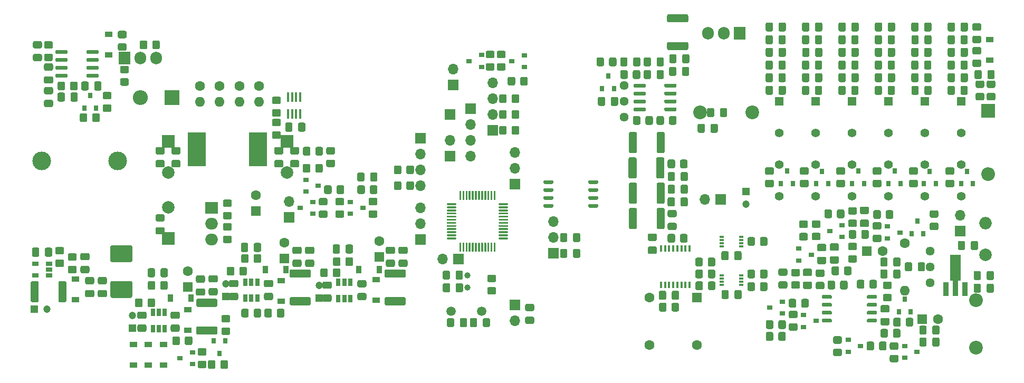
<source format=gbr>
%TF.GenerationSoftware,KiCad,Pcbnew,5.1.10-1.fc34*%
%TF.CreationDate,2021-07-01T18:56:45+03:00*%
%TF.ProjectId,Full schematic,46756c6c-2073-4636-9865-6d617469632e,rev?*%
%TF.SameCoordinates,Original*%
%TF.FileFunction,Soldermask,Top*%
%TF.FilePolarity,Negative*%
%FSLAX46Y46*%
G04 Gerber Fmt 4.6, Leading zero omitted, Abs format (unit mm)*
G04 Created by KiCad (PCBNEW 5.1.10-1.fc34) date 2021-07-01 18:56:45*
%MOMM*%
%LPD*%
G01*
G04 APERTURE LIST*
%ADD10O,1.700000X1.700000*%
%ADD11R,1.700000X1.700000*%
%ADD12C,2.200000*%
%ADD13C,2.000000*%
%ADD14R,2.000000X2.000000*%
%ADD15C,1.000000*%
%ADD16C,1.500000*%
%ADD17C,1.600000*%
%ADD18R,1.600000X1.600000*%
%ADD19R,0.400000X1.560000*%
%ADD20R,0.650000X1.220000*%
%ADD21R,1.060000X0.650000*%
%ADD22R,0.400000X1.000000*%
%ADD23R,0.800000X0.300000*%
%ADD24C,1.440000*%
%ADD25O,1.600000X1.600000*%
%ADD26R,0.800000X0.900000*%
%ADD27C,0.100000*%
%ADD28R,0.900000X2.300000*%
%ADD29R,0.900000X0.800000*%
%ADD30O,1.905000X2.000000*%
%ADD31R,1.905000X2.000000*%
%ADD32O,2.000000X1.905000*%
%ADD33R,2.000000X1.905000*%
%ADD34O,2.000000X2.000000*%
%ADD35O,2.200000X2.200000*%
%ADD36R,2.900000X5.400000*%
%ADD37C,3.000000*%
%ADD38R,1.400000X1.400000*%
%ADD39C,1.400000*%
%ADD40R,2.200000X2.200000*%
%ADD41R,1.200000X0.900000*%
%ADD42O,2.400000X2.400000*%
%ADD43R,2.400000X2.400000*%
%ADD44R,0.900000X1.200000*%
%ADD45C,1.200000*%
%ADD46R,1.200000X1.200000*%
G04 APERTURE END LIST*
D10*
%TO.C,JP1*%
X100838000Y-156718000D03*
X100838000Y-159258000D03*
D11*
X100838000Y-161798000D03*
%TD*%
%TO.C,L11*%
G36*
G01*
X143563001Y-126946500D02*
X140662999Y-126946500D01*
G75*
G02*
X140413000Y-126696501I0J249999D01*
G01*
X140413000Y-125896499D01*
G75*
G02*
X140662999Y-125646500I249999J0D01*
G01*
X143563001Y-125646500D01*
G75*
G02*
X143813000Y-125896499I0J-249999D01*
G01*
X143813000Y-126696501D01*
G75*
G02*
X143563001Y-126946500I-249999J0D01*
G01*
G37*
G36*
G01*
X143563001Y-131396500D02*
X140662999Y-131396500D01*
G75*
G02*
X140413000Y-131146501I0J249999D01*
G01*
X140413000Y-130346499D01*
G75*
G02*
X140662999Y-130096500I249999J0D01*
G01*
X143563001Y-130096500D01*
G75*
G02*
X143813000Y-130346499I0J-249999D01*
G01*
X143813000Y-131146501D01*
G75*
G02*
X143563001Y-131396500I-249999J0D01*
G01*
G37*
%TD*%
D12*
%TO.C,L12*%
X154069000Y-141414500D03*
X145669000Y-141414500D03*
%TD*%
D13*
%TO.C,C58*%
X79375000Y-151050000D03*
D14*
X79375000Y-146050000D03*
%TD*%
%TO.C,C57*%
G36*
G01*
X80170000Y-149040000D02*
X81120000Y-149040000D01*
G75*
G02*
X81370000Y-149290000I0J-250000D01*
G01*
X81370000Y-149965000D01*
G75*
G02*
X81120000Y-150215000I-250000J0D01*
G01*
X80170000Y-150215000D01*
G75*
G02*
X79920000Y-149965000I0J250000D01*
G01*
X79920000Y-149290000D01*
G75*
G02*
X80170000Y-149040000I250000J0D01*
G01*
G37*
G36*
G01*
X80170000Y-146965000D02*
X81120000Y-146965000D01*
G75*
G02*
X81370000Y-147215000I0J-250000D01*
G01*
X81370000Y-147890000D01*
G75*
G02*
X81120000Y-148140000I-250000J0D01*
G01*
X80170000Y-148140000D01*
G75*
G02*
X79920000Y-147890000I0J250000D01*
G01*
X79920000Y-147215000D01*
G75*
G02*
X80170000Y-146965000I250000J0D01*
G01*
G37*
%TD*%
%TO.C,C55*%
G36*
G01*
X77630000Y-149040000D02*
X78580000Y-149040000D01*
G75*
G02*
X78830000Y-149290000I0J-250000D01*
G01*
X78830000Y-149965000D01*
G75*
G02*
X78580000Y-150215000I-250000J0D01*
G01*
X77630000Y-150215000D01*
G75*
G02*
X77380000Y-149965000I0J250000D01*
G01*
X77380000Y-149290000D01*
G75*
G02*
X77630000Y-149040000I250000J0D01*
G01*
G37*
G36*
G01*
X77630000Y-146965000D02*
X78580000Y-146965000D01*
G75*
G02*
X78830000Y-147215000I0J-250000D01*
G01*
X78830000Y-147890000D01*
G75*
G02*
X78580000Y-148140000I-250000J0D01*
G01*
X77630000Y-148140000D01*
G75*
G02*
X77380000Y-147890000I0J250000D01*
G01*
X77380000Y-147215000D01*
G75*
G02*
X77630000Y-146965000I250000J0D01*
G01*
G37*
%TD*%
%TO.C,L5*%
G36*
G01*
X98224001Y-167904000D02*
X95323999Y-167904000D01*
G75*
G02*
X95074000Y-167654001I0J249999D01*
G01*
X95074000Y-166853999D01*
G75*
G02*
X95323999Y-166604000I249999J0D01*
G01*
X98224001Y-166604000D01*
G75*
G02*
X98474000Y-166853999I0J-249999D01*
G01*
X98474000Y-167654001D01*
G75*
G02*
X98224001Y-167904000I-249999J0D01*
G01*
G37*
G36*
G01*
X98224001Y-172354000D02*
X95323999Y-172354000D01*
G75*
G02*
X95074000Y-172104001I0J249999D01*
G01*
X95074000Y-171303999D01*
G75*
G02*
X95323999Y-171054000I249999J0D01*
G01*
X98224001Y-171054000D01*
G75*
G02*
X98474000Y-171303999I0J-249999D01*
G01*
X98474000Y-172104001D01*
G75*
G02*
X98224001Y-172354000I-249999J0D01*
G01*
G37*
%TD*%
%TO.C,L4*%
G36*
G01*
X82984001Y-167904000D02*
X80083999Y-167904000D01*
G75*
G02*
X79834000Y-167654001I0J249999D01*
G01*
X79834000Y-166853999D01*
G75*
G02*
X80083999Y-166604000I249999J0D01*
G01*
X82984001Y-166604000D01*
G75*
G02*
X83234000Y-166853999I0J-249999D01*
G01*
X83234000Y-167654001D01*
G75*
G02*
X82984001Y-167904000I-249999J0D01*
G01*
G37*
G36*
G01*
X82984001Y-172354000D02*
X80083999Y-172354000D01*
G75*
G02*
X79834000Y-172104001I0J249999D01*
G01*
X79834000Y-171303999D01*
G75*
G02*
X80083999Y-171054000I249999J0D01*
G01*
X82984001Y-171054000D01*
G75*
G02*
X83234000Y-171303999I0J-249999D01*
G01*
X83234000Y-172104001D01*
G75*
G02*
X82984001Y-172354000I-249999J0D01*
G01*
G37*
%TD*%
%TO.C,L3*%
G36*
G01*
X67998001Y-172608000D02*
X65097999Y-172608000D01*
G75*
G02*
X64848000Y-172358001I0J249999D01*
G01*
X64848000Y-171557999D01*
G75*
G02*
X65097999Y-171308000I249999J0D01*
G01*
X67998001Y-171308000D01*
G75*
G02*
X68248000Y-171557999I0J-249999D01*
G01*
X68248000Y-172358001D01*
G75*
G02*
X67998001Y-172608000I-249999J0D01*
G01*
G37*
G36*
G01*
X67998001Y-177058000D02*
X65097999Y-177058000D01*
G75*
G02*
X64848000Y-176808001I0J249999D01*
G01*
X64848000Y-176007999D01*
G75*
G02*
X65097999Y-175758000I249999J0D01*
G01*
X67998001Y-175758000D01*
G75*
G02*
X68248000Y-176007999I0J-249999D01*
G01*
X68248000Y-176808001D01*
G75*
G02*
X67998001Y-177058000I-249999J0D01*
G01*
G37*
%TD*%
%TO.C,L1*%
G36*
G01*
X42723000Y-171630001D02*
X42723000Y-168729999D01*
G75*
G02*
X42972999Y-168480000I249999J0D01*
G01*
X43773001Y-168480000D01*
G75*
G02*
X44023000Y-168729999I0J-249999D01*
G01*
X44023000Y-171630001D01*
G75*
G02*
X43773001Y-171880000I-249999J0D01*
G01*
X42972999Y-171880000D01*
G75*
G02*
X42723000Y-171630001I0J249999D01*
G01*
G37*
G36*
G01*
X38273000Y-171630001D02*
X38273000Y-168729999D01*
G75*
G02*
X38522999Y-168480000I249999J0D01*
G01*
X39323001Y-168480000D01*
G75*
G02*
X39573000Y-168729999I0J-249999D01*
G01*
X39573000Y-171630001D01*
G75*
G02*
X39323001Y-171880000I-249999J0D01*
G01*
X38522999Y-171880000D01*
G75*
G02*
X38273000Y-171630001I0J249999D01*
G01*
G37*
%TD*%
%TO.C,C40*%
G36*
G01*
X51331999Y-168446500D02*
X54332001Y-168446500D01*
G75*
G02*
X54582000Y-168696499I0J-249999D01*
G01*
X54582000Y-170921501D01*
G75*
G02*
X54332001Y-171171500I-249999J0D01*
G01*
X51331999Y-171171500D01*
G75*
G02*
X51082000Y-170921501I0J249999D01*
G01*
X51082000Y-168696499D01*
G75*
G02*
X51331999Y-168446500I249999J0D01*
G01*
G37*
G36*
G01*
X51331999Y-162721500D02*
X54332001Y-162721500D01*
G75*
G02*
X54582000Y-162971499I0J-249999D01*
G01*
X54582000Y-165196501D01*
G75*
G02*
X54332001Y-165446500I-249999J0D01*
G01*
X51331999Y-165446500D01*
G75*
G02*
X51082000Y-165196501I0J249999D01*
G01*
X51082000Y-162971499D01*
G75*
G02*
X51331999Y-162721500I249999J0D01*
G01*
G37*
%TD*%
D15*
%TO.C,Y2*%
X108366000Y-167579000D03*
X108366000Y-169479000D03*
%TD*%
D16*
%TO.C,Y1*%
X105737000Y-173355000D03*
X110617000Y-173355000D03*
%TD*%
D17*
%TO.C,X1*%
X145161000Y-178752500D03*
X137541000Y-178752500D03*
X137541000Y-171132500D03*
D18*
X145161000Y-171132500D03*
%TD*%
%TO.C,U12*%
G36*
G01*
X122168000Y-156250500D02*
X122168000Y-156550500D01*
G75*
G02*
X122018000Y-156700500I-150000J0D01*
G01*
X120718000Y-156700500D01*
G75*
G02*
X120568000Y-156550500I0J150000D01*
G01*
X120568000Y-156250500D01*
G75*
G02*
X120718000Y-156100500I150000J0D01*
G01*
X122018000Y-156100500D01*
G75*
G02*
X122168000Y-156250500I0J-150000D01*
G01*
G37*
G36*
G01*
X122168000Y-154980500D02*
X122168000Y-155280500D01*
G75*
G02*
X122018000Y-155430500I-150000J0D01*
G01*
X120718000Y-155430500D01*
G75*
G02*
X120568000Y-155280500I0J150000D01*
G01*
X120568000Y-154980500D01*
G75*
G02*
X120718000Y-154830500I150000J0D01*
G01*
X122018000Y-154830500D01*
G75*
G02*
X122168000Y-154980500I0J-150000D01*
G01*
G37*
G36*
G01*
X122168000Y-153710500D02*
X122168000Y-154010500D01*
G75*
G02*
X122018000Y-154160500I-150000J0D01*
G01*
X120718000Y-154160500D01*
G75*
G02*
X120568000Y-154010500I0J150000D01*
G01*
X120568000Y-153710500D01*
G75*
G02*
X120718000Y-153560500I150000J0D01*
G01*
X122018000Y-153560500D01*
G75*
G02*
X122168000Y-153710500I0J-150000D01*
G01*
G37*
G36*
G01*
X122168000Y-152440500D02*
X122168000Y-152740500D01*
G75*
G02*
X122018000Y-152890500I-150000J0D01*
G01*
X120718000Y-152890500D01*
G75*
G02*
X120568000Y-152740500I0J150000D01*
G01*
X120568000Y-152440500D01*
G75*
G02*
X120718000Y-152290500I150000J0D01*
G01*
X122018000Y-152290500D01*
G75*
G02*
X122168000Y-152440500I0J-150000D01*
G01*
G37*
G36*
G01*
X129368000Y-152440500D02*
X129368000Y-152740500D01*
G75*
G02*
X129218000Y-152890500I-150000J0D01*
G01*
X127918000Y-152890500D01*
G75*
G02*
X127768000Y-152740500I0J150000D01*
G01*
X127768000Y-152440500D01*
G75*
G02*
X127918000Y-152290500I150000J0D01*
G01*
X129218000Y-152290500D01*
G75*
G02*
X129368000Y-152440500I0J-150000D01*
G01*
G37*
G36*
G01*
X129368000Y-153710500D02*
X129368000Y-154010500D01*
G75*
G02*
X129218000Y-154160500I-150000J0D01*
G01*
X127918000Y-154160500D01*
G75*
G02*
X127768000Y-154010500I0J150000D01*
G01*
X127768000Y-153710500D01*
G75*
G02*
X127918000Y-153560500I150000J0D01*
G01*
X129218000Y-153560500D01*
G75*
G02*
X129368000Y-153710500I0J-150000D01*
G01*
G37*
G36*
G01*
X129368000Y-154980500D02*
X129368000Y-155280500D01*
G75*
G02*
X129218000Y-155430500I-150000J0D01*
G01*
X127918000Y-155430500D01*
G75*
G02*
X127768000Y-155280500I0J150000D01*
G01*
X127768000Y-154980500D01*
G75*
G02*
X127918000Y-154830500I150000J0D01*
G01*
X129218000Y-154830500D01*
G75*
G02*
X129368000Y-154980500I0J-150000D01*
G01*
G37*
G36*
G01*
X129368000Y-156250500D02*
X129368000Y-156550500D01*
G75*
G02*
X129218000Y-156700500I-150000J0D01*
G01*
X127918000Y-156700500D01*
G75*
G02*
X127768000Y-156550500I0J150000D01*
G01*
X127768000Y-156250500D01*
G75*
G02*
X127918000Y-156100500I150000J0D01*
G01*
X129218000Y-156100500D01*
G75*
G02*
X129368000Y-156250500I0J-150000D01*
G01*
G37*
%TD*%
%TO.C,U11*%
G36*
G01*
X106482000Y-161777000D02*
X105157000Y-161777000D01*
G75*
G02*
X105082000Y-161702000I0J75000D01*
G01*
X105082000Y-161552000D01*
G75*
G02*
X105157000Y-161477000I75000J0D01*
G01*
X106482000Y-161477000D01*
G75*
G02*
X106557000Y-161552000I0J-75000D01*
G01*
X106557000Y-161702000D01*
G75*
G02*
X106482000Y-161777000I-75000J0D01*
G01*
G37*
G36*
G01*
X106482000Y-161277000D02*
X105157000Y-161277000D01*
G75*
G02*
X105082000Y-161202000I0J75000D01*
G01*
X105082000Y-161052000D01*
G75*
G02*
X105157000Y-160977000I75000J0D01*
G01*
X106482000Y-160977000D01*
G75*
G02*
X106557000Y-161052000I0J-75000D01*
G01*
X106557000Y-161202000D01*
G75*
G02*
X106482000Y-161277000I-75000J0D01*
G01*
G37*
G36*
G01*
X106482000Y-160777000D02*
X105157000Y-160777000D01*
G75*
G02*
X105082000Y-160702000I0J75000D01*
G01*
X105082000Y-160552000D01*
G75*
G02*
X105157000Y-160477000I75000J0D01*
G01*
X106482000Y-160477000D01*
G75*
G02*
X106557000Y-160552000I0J-75000D01*
G01*
X106557000Y-160702000D01*
G75*
G02*
X106482000Y-160777000I-75000J0D01*
G01*
G37*
G36*
G01*
X106482000Y-160277000D02*
X105157000Y-160277000D01*
G75*
G02*
X105082000Y-160202000I0J75000D01*
G01*
X105082000Y-160052000D01*
G75*
G02*
X105157000Y-159977000I75000J0D01*
G01*
X106482000Y-159977000D01*
G75*
G02*
X106557000Y-160052000I0J-75000D01*
G01*
X106557000Y-160202000D01*
G75*
G02*
X106482000Y-160277000I-75000J0D01*
G01*
G37*
G36*
G01*
X106482000Y-159777000D02*
X105157000Y-159777000D01*
G75*
G02*
X105082000Y-159702000I0J75000D01*
G01*
X105082000Y-159552000D01*
G75*
G02*
X105157000Y-159477000I75000J0D01*
G01*
X106482000Y-159477000D01*
G75*
G02*
X106557000Y-159552000I0J-75000D01*
G01*
X106557000Y-159702000D01*
G75*
G02*
X106482000Y-159777000I-75000J0D01*
G01*
G37*
G36*
G01*
X106482000Y-159277000D02*
X105157000Y-159277000D01*
G75*
G02*
X105082000Y-159202000I0J75000D01*
G01*
X105082000Y-159052000D01*
G75*
G02*
X105157000Y-158977000I75000J0D01*
G01*
X106482000Y-158977000D01*
G75*
G02*
X106557000Y-159052000I0J-75000D01*
G01*
X106557000Y-159202000D01*
G75*
G02*
X106482000Y-159277000I-75000J0D01*
G01*
G37*
G36*
G01*
X106482000Y-158777000D02*
X105157000Y-158777000D01*
G75*
G02*
X105082000Y-158702000I0J75000D01*
G01*
X105082000Y-158552000D01*
G75*
G02*
X105157000Y-158477000I75000J0D01*
G01*
X106482000Y-158477000D01*
G75*
G02*
X106557000Y-158552000I0J-75000D01*
G01*
X106557000Y-158702000D01*
G75*
G02*
X106482000Y-158777000I-75000J0D01*
G01*
G37*
G36*
G01*
X106482000Y-158277000D02*
X105157000Y-158277000D01*
G75*
G02*
X105082000Y-158202000I0J75000D01*
G01*
X105082000Y-158052000D01*
G75*
G02*
X105157000Y-157977000I75000J0D01*
G01*
X106482000Y-157977000D01*
G75*
G02*
X106557000Y-158052000I0J-75000D01*
G01*
X106557000Y-158202000D01*
G75*
G02*
X106482000Y-158277000I-75000J0D01*
G01*
G37*
G36*
G01*
X106482000Y-157777000D02*
X105157000Y-157777000D01*
G75*
G02*
X105082000Y-157702000I0J75000D01*
G01*
X105082000Y-157552000D01*
G75*
G02*
X105157000Y-157477000I75000J0D01*
G01*
X106482000Y-157477000D01*
G75*
G02*
X106557000Y-157552000I0J-75000D01*
G01*
X106557000Y-157702000D01*
G75*
G02*
X106482000Y-157777000I-75000J0D01*
G01*
G37*
G36*
G01*
X106482000Y-157277000D02*
X105157000Y-157277000D01*
G75*
G02*
X105082000Y-157202000I0J75000D01*
G01*
X105082000Y-157052000D01*
G75*
G02*
X105157000Y-156977000I75000J0D01*
G01*
X106482000Y-156977000D01*
G75*
G02*
X106557000Y-157052000I0J-75000D01*
G01*
X106557000Y-157202000D01*
G75*
G02*
X106482000Y-157277000I-75000J0D01*
G01*
G37*
G36*
G01*
X106482000Y-156777000D02*
X105157000Y-156777000D01*
G75*
G02*
X105082000Y-156702000I0J75000D01*
G01*
X105082000Y-156552000D01*
G75*
G02*
X105157000Y-156477000I75000J0D01*
G01*
X106482000Y-156477000D01*
G75*
G02*
X106557000Y-156552000I0J-75000D01*
G01*
X106557000Y-156702000D01*
G75*
G02*
X106482000Y-156777000I-75000J0D01*
G01*
G37*
G36*
G01*
X106482000Y-156277000D02*
X105157000Y-156277000D01*
G75*
G02*
X105082000Y-156202000I0J75000D01*
G01*
X105082000Y-156052000D01*
G75*
G02*
X105157000Y-155977000I75000J0D01*
G01*
X106482000Y-155977000D01*
G75*
G02*
X106557000Y-156052000I0J-75000D01*
G01*
X106557000Y-156202000D01*
G75*
G02*
X106482000Y-156277000I-75000J0D01*
G01*
G37*
G36*
G01*
X107307000Y-155452000D02*
X107157000Y-155452000D01*
G75*
G02*
X107082000Y-155377000I0J75000D01*
G01*
X107082000Y-154052000D01*
G75*
G02*
X107157000Y-153977000I75000J0D01*
G01*
X107307000Y-153977000D01*
G75*
G02*
X107382000Y-154052000I0J-75000D01*
G01*
X107382000Y-155377000D01*
G75*
G02*
X107307000Y-155452000I-75000J0D01*
G01*
G37*
G36*
G01*
X107807000Y-155452000D02*
X107657000Y-155452000D01*
G75*
G02*
X107582000Y-155377000I0J75000D01*
G01*
X107582000Y-154052000D01*
G75*
G02*
X107657000Y-153977000I75000J0D01*
G01*
X107807000Y-153977000D01*
G75*
G02*
X107882000Y-154052000I0J-75000D01*
G01*
X107882000Y-155377000D01*
G75*
G02*
X107807000Y-155452000I-75000J0D01*
G01*
G37*
G36*
G01*
X108307000Y-155452000D02*
X108157000Y-155452000D01*
G75*
G02*
X108082000Y-155377000I0J75000D01*
G01*
X108082000Y-154052000D01*
G75*
G02*
X108157000Y-153977000I75000J0D01*
G01*
X108307000Y-153977000D01*
G75*
G02*
X108382000Y-154052000I0J-75000D01*
G01*
X108382000Y-155377000D01*
G75*
G02*
X108307000Y-155452000I-75000J0D01*
G01*
G37*
G36*
G01*
X108807000Y-155452000D02*
X108657000Y-155452000D01*
G75*
G02*
X108582000Y-155377000I0J75000D01*
G01*
X108582000Y-154052000D01*
G75*
G02*
X108657000Y-153977000I75000J0D01*
G01*
X108807000Y-153977000D01*
G75*
G02*
X108882000Y-154052000I0J-75000D01*
G01*
X108882000Y-155377000D01*
G75*
G02*
X108807000Y-155452000I-75000J0D01*
G01*
G37*
G36*
G01*
X109307000Y-155452000D02*
X109157000Y-155452000D01*
G75*
G02*
X109082000Y-155377000I0J75000D01*
G01*
X109082000Y-154052000D01*
G75*
G02*
X109157000Y-153977000I75000J0D01*
G01*
X109307000Y-153977000D01*
G75*
G02*
X109382000Y-154052000I0J-75000D01*
G01*
X109382000Y-155377000D01*
G75*
G02*
X109307000Y-155452000I-75000J0D01*
G01*
G37*
G36*
G01*
X109807000Y-155452000D02*
X109657000Y-155452000D01*
G75*
G02*
X109582000Y-155377000I0J75000D01*
G01*
X109582000Y-154052000D01*
G75*
G02*
X109657000Y-153977000I75000J0D01*
G01*
X109807000Y-153977000D01*
G75*
G02*
X109882000Y-154052000I0J-75000D01*
G01*
X109882000Y-155377000D01*
G75*
G02*
X109807000Y-155452000I-75000J0D01*
G01*
G37*
G36*
G01*
X110307000Y-155452000D02*
X110157000Y-155452000D01*
G75*
G02*
X110082000Y-155377000I0J75000D01*
G01*
X110082000Y-154052000D01*
G75*
G02*
X110157000Y-153977000I75000J0D01*
G01*
X110307000Y-153977000D01*
G75*
G02*
X110382000Y-154052000I0J-75000D01*
G01*
X110382000Y-155377000D01*
G75*
G02*
X110307000Y-155452000I-75000J0D01*
G01*
G37*
G36*
G01*
X110807000Y-155452000D02*
X110657000Y-155452000D01*
G75*
G02*
X110582000Y-155377000I0J75000D01*
G01*
X110582000Y-154052000D01*
G75*
G02*
X110657000Y-153977000I75000J0D01*
G01*
X110807000Y-153977000D01*
G75*
G02*
X110882000Y-154052000I0J-75000D01*
G01*
X110882000Y-155377000D01*
G75*
G02*
X110807000Y-155452000I-75000J0D01*
G01*
G37*
G36*
G01*
X111307000Y-155452000D02*
X111157000Y-155452000D01*
G75*
G02*
X111082000Y-155377000I0J75000D01*
G01*
X111082000Y-154052000D01*
G75*
G02*
X111157000Y-153977000I75000J0D01*
G01*
X111307000Y-153977000D01*
G75*
G02*
X111382000Y-154052000I0J-75000D01*
G01*
X111382000Y-155377000D01*
G75*
G02*
X111307000Y-155452000I-75000J0D01*
G01*
G37*
G36*
G01*
X111807000Y-155452000D02*
X111657000Y-155452000D01*
G75*
G02*
X111582000Y-155377000I0J75000D01*
G01*
X111582000Y-154052000D01*
G75*
G02*
X111657000Y-153977000I75000J0D01*
G01*
X111807000Y-153977000D01*
G75*
G02*
X111882000Y-154052000I0J-75000D01*
G01*
X111882000Y-155377000D01*
G75*
G02*
X111807000Y-155452000I-75000J0D01*
G01*
G37*
G36*
G01*
X112307000Y-155452000D02*
X112157000Y-155452000D01*
G75*
G02*
X112082000Y-155377000I0J75000D01*
G01*
X112082000Y-154052000D01*
G75*
G02*
X112157000Y-153977000I75000J0D01*
G01*
X112307000Y-153977000D01*
G75*
G02*
X112382000Y-154052000I0J-75000D01*
G01*
X112382000Y-155377000D01*
G75*
G02*
X112307000Y-155452000I-75000J0D01*
G01*
G37*
G36*
G01*
X112807000Y-155452000D02*
X112657000Y-155452000D01*
G75*
G02*
X112582000Y-155377000I0J75000D01*
G01*
X112582000Y-154052000D01*
G75*
G02*
X112657000Y-153977000I75000J0D01*
G01*
X112807000Y-153977000D01*
G75*
G02*
X112882000Y-154052000I0J-75000D01*
G01*
X112882000Y-155377000D01*
G75*
G02*
X112807000Y-155452000I-75000J0D01*
G01*
G37*
G36*
G01*
X114807000Y-156277000D02*
X113482000Y-156277000D01*
G75*
G02*
X113407000Y-156202000I0J75000D01*
G01*
X113407000Y-156052000D01*
G75*
G02*
X113482000Y-155977000I75000J0D01*
G01*
X114807000Y-155977000D01*
G75*
G02*
X114882000Y-156052000I0J-75000D01*
G01*
X114882000Y-156202000D01*
G75*
G02*
X114807000Y-156277000I-75000J0D01*
G01*
G37*
G36*
G01*
X114807000Y-156777000D02*
X113482000Y-156777000D01*
G75*
G02*
X113407000Y-156702000I0J75000D01*
G01*
X113407000Y-156552000D01*
G75*
G02*
X113482000Y-156477000I75000J0D01*
G01*
X114807000Y-156477000D01*
G75*
G02*
X114882000Y-156552000I0J-75000D01*
G01*
X114882000Y-156702000D01*
G75*
G02*
X114807000Y-156777000I-75000J0D01*
G01*
G37*
G36*
G01*
X114807000Y-157277000D02*
X113482000Y-157277000D01*
G75*
G02*
X113407000Y-157202000I0J75000D01*
G01*
X113407000Y-157052000D01*
G75*
G02*
X113482000Y-156977000I75000J0D01*
G01*
X114807000Y-156977000D01*
G75*
G02*
X114882000Y-157052000I0J-75000D01*
G01*
X114882000Y-157202000D01*
G75*
G02*
X114807000Y-157277000I-75000J0D01*
G01*
G37*
G36*
G01*
X114807000Y-157777000D02*
X113482000Y-157777000D01*
G75*
G02*
X113407000Y-157702000I0J75000D01*
G01*
X113407000Y-157552000D01*
G75*
G02*
X113482000Y-157477000I75000J0D01*
G01*
X114807000Y-157477000D01*
G75*
G02*
X114882000Y-157552000I0J-75000D01*
G01*
X114882000Y-157702000D01*
G75*
G02*
X114807000Y-157777000I-75000J0D01*
G01*
G37*
G36*
G01*
X114807000Y-158277000D02*
X113482000Y-158277000D01*
G75*
G02*
X113407000Y-158202000I0J75000D01*
G01*
X113407000Y-158052000D01*
G75*
G02*
X113482000Y-157977000I75000J0D01*
G01*
X114807000Y-157977000D01*
G75*
G02*
X114882000Y-158052000I0J-75000D01*
G01*
X114882000Y-158202000D01*
G75*
G02*
X114807000Y-158277000I-75000J0D01*
G01*
G37*
G36*
G01*
X114807000Y-158777000D02*
X113482000Y-158777000D01*
G75*
G02*
X113407000Y-158702000I0J75000D01*
G01*
X113407000Y-158552000D01*
G75*
G02*
X113482000Y-158477000I75000J0D01*
G01*
X114807000Y-158477000D01*
G75*
G02*
X114882000Y-158552000I0J-75000D01*
G01*
X114882000Y-158702000D01*
G75*
G02*
X114807000Y-158777000I-75000J0D01*
G01*
G37*
G36*
G01*
X114807000Y-159277000D02*
X113482000Y-159277000D01*
G75*
G02*
X113407000Y-159202000I0J75000D01*
G01*
X113407000Y-159052000D01*
G75*
G02*
X113482000Y-158977000I75000J0D01*
G01*
X114807000Y-158977000D01*
G75*
G02*
X114882000Y-159052000I0J-75000D01*
G01*
X114882000Y-159202000D01*
G75*
G02*
X114807000Y-159277000I-75000J0D01*
G01*
G37*
G36*
G01*
X114807000Y-159777000D02*
X113482000Y-159777000D01*
G75*
G02*
X113407000Y-159702000I0J75000D01*
G01*
X113407000Y-159552000D01*
G75*
G02*
X113482000Y-159477000I75000J0D01*
G01*
X114807000Y-159477000D01*
G75*
G02*
X114882000Y-159552000I0J-75000D01*
G01*
X114882000Y-159702000D01*
G75*
G02*
X114807000Y-159777000I-75000J0D01*
G01*
G37*
G36*
G01*
X114807000Y-160277000D02*
X113482000Y-160277000D01*
G75*
G02*
X113407000Y-160202000I0J75000D01*
G01*
X113407000Y-160052000D01*
G75*
G02*
X113482000Y-159977000I75000J0D01*
G01*
X114807000Y-159977000D01*
G75*
G02*
X114882000Y-160052000I0J-75000D01*
G01*
X114882000Y-160202000D01*
G75*
G02*
X114807000Y-160277000I-75000J0D01*
G01*
G37*
G36*
G01*
X114807000Y-160777000D02*
X113482000Y-160777000D01*
G75*
G02*
X113407000Y-160702000I0J75000D01*
G01*
X113407000Y-160552000D01*
G75*
G02*
X113482000Y-160477000I75000J0D01*
G01*
X114807000Y-160477000D01*
G75*
G02*
X114882000Y-160552000I0J-75000D01*
G01*
X114882000Y-160702000D01*
G75*
G02*
X114807000Y-160777000I-75000J0D01*
G01*
G37*
G36*
G01*
X114807000Y-161277000D02*
X113482000Y-161277000D01*
G75*
G02*
X113407000Y-161202000I0J75000D01*
G01*
X113407000Y-161052000D01*
G75*
G02*
X113482000Y-160977000I75000J0D01*
G01*
X114807000Y-160977000D01*
G75*
G02*
X114882000Y-161052000I0J-75000D01*
G01*
X114882000Y-161202000D01*
G75*
G02*
X114807000Y-161277000I-75000J0D01*
G01*
G37*
G36*
G01*
X114807000Y-161777000D02*
X113482000Y-161777000D01*
G75*
G02*
X113407000Y-161702000I0J75000D01*
G01*
X113407000Y-161552000D01*
G75*
G02*
X113482000Y-161477000I75000J0D01*
G01*
X114807000Y-161477000D01*
G75*
G02*
X114882000Y-161552000I0J-75000D01*
G01*
X114882000Y-161702000D01*
G75*
G02*
X114807000Y-161777000I-75000J0D01*
G01*
G37*
G36*
G01*
X112807000Y-163777000D02*
X112657000Y-163777000D01*
G75*
G02*
X112582000Y-163702000I0J75000D01*
G01*
X112582000Y-162377000D01*
G75*
G02*
X112657000Y-162302000I75000J0D01*
G01*
X112807000Y-162302000D01*
G75*
G02*
X112882000Y-162377000I0J-75000D01*
G01*
X112882000Y-163702000D01*
G75*
G02*
X112807000Y-163777000I-75000J0D01*
G01*
G37*
G36*
G01*
X112307000Y-163777000D02*
X112157000Y-163777000D01*
G75*
G02*
X112082000Y-163702000I0J75000D01*
G01*
X112082000Y-162377000D01*
G75*
G02*
X112157000Y-162302000I75000J0D01*
G01*
X112307000Y-162302000D01*
G75*
G02*
X112382000Y-162377000I0J-75000D01*
G01*
X112382000Y-163702000D01*
G75*
G02*
X112307000Y-163777000I-75000J0D01*
G01*
G37*
G36*
G01*
X111807000Y-163777000D02*
X111657000Y-163777000D01*
G75*
G02*
X111582000Y-163702000I0J75000D01*
G01*
X111582000Y-162377000D01*
G75*
G02*
X111657000Y-162302000I75000J0D01*
G01*
X111807000Y-162302000D01*
G75*
G02*
X111882000Y-162377000I0J-75000D01*
G01*
X111882000Y-163702000D01*
G75*
G02*
X111807000Y-163777000I-75000J0D01*
G01*
G37*
G36*
G01*
X111307000Y-163777000D02*
X111157000Y-163777000D01*
G75*
G02*
X111082000Y-163702000I0J75000D01*
G01*
X111082000Y-162377000D01*
G75*
G02*
X111157000Y-162302000I75000J0D01*
G01*
X111307000Y-162302000D01*
G75*
G02*
X111382000Y-162377000I0J-75000D01*
G01*
X111382000Y-163702000D01*
G75*
G02*
X111307000Y-163777000I-75000J0D01*
G01*
G37*
G36*
G01*
X110807000Y-163777000D02*
X110657000Y-163777000D01*
G75*
G02*
X110582000Y-163702000I0J75000D01*
G01*
X110582000Y-162377000D01*
G75*
G02*
X110657000Y-162302000I75000J0D01*
G01*
X110807000Y-162302000D01*
G75*
G02*
X110882000Y-162377000I0J-75000D01*
G01*
X110882000Y-163702000D01*
G75*
G02*
X110807000Y-163777000I-75000J0D01*
G01*
G37*
G36*
G01*
X110307000Y-163777000D02*
X110157000Y-163777000D01*
G75*
G02*
X110082000Y-163702000I0J75000D01*
G01*
X110082000Y-162377000D01*
G75*
G02*
X110157000Y-162302000I75000J0D01*
G01*
X110307000Y-162302000D01*
G75*
G02*
X110382000Y-162377000I0J-75000D01*
G01*
X110382000Y-163702000D01*
G75*
G02*
X110307000Y-163777000I-75000J0D01*
G01*
G37*
G36*
G01*
X109807000Y-163777000D02*
X109657000Y-163777000D01*
G75*
G02*
X109582000Y-163702000I0J75000D01*
G01*
X109582000Y-162377000D01*
G75*
G02*
X109657000Y-162302000I75000J0D01*
G01*
X109807000Y-162302000D01*
G75*
G02*
X109882000Y-162377000I0J-75000D01*
G01*
X109882000Y-163702000D01*
G75*
G02*
X109807000Y-163777000I-75000J0D01*
G01*
G37*
G36*
G01*
X109307000Y-163777000D02*
X109157000Y-163777000D01*
G75*
G02*
X109082000Y-163702000I0J75000D01*
G01*
X109082000Y-162377000D01*
G75*
G02*
X109157000Y-162302000I75000J0D01*
G01*
X109307000Y-162302000D01*
G75*
G02*
X109382000Y-162377000I0J-75000D01*
G01*
X109382000Y-163702000D01*
G75*
G02*
X109307000Y-163777000I-75000J0D01*
G01*
G37*
G36*
G01*
X108807000Y-163777000D02*
X108657000Y-163777000D01*
G75*
G02*
X108582000Y-163702000I0J75000D01*
G01*
X108582000Y-162377000D01*
G75*
G02*
X108657000Y-162302000I75000J0D01*
G01*
X108807000Y-162302000D01*
G75*
G02*
X108882000Y-162377000I0J-75000D01*
G01*
X108882000Y-163702000D01*
G75*
G02*
X108807000Y-163777000I-75000J0D01*
G01*
G37*
G36*
G01*
X108307000Y-163777000D02*
X108157000Y-163777000D01*
G75*
G02*
X108082000Y-163702000I0J75000D01*
G01*
X108082000Y-162377000D01*
G75*
G02*
X108157000Y-162302000I75000J0D01*
G01*
X108307000Y-162302000D01*
G75*
G02*
X108382000Y-162377000I0J-75000D01*
G01*
X108382000Y-163702000D01*
G75*
G02*
X108307000Y-163777000I-75000J0D01*
G01*
G37*
G36*
G01*
X107807000Y-163777000D02*
X107657000Y-163777000D01*
G75*
G02*
X107582000Y-163702000I0J75000D01*
G01*
X107582000Y-162377000D01*
G75*
G02*
X107657000Y-162302000I75000J0D01*
G01*
X107807000Y-162302000D01*
G75*
G02*
X107882000Y-162377000I0J-75000D01*
G01*
X107882000Y-163702000D01*
G75*
G02*
X107807000Y-163777000I-75000J0D01*
G01*
G37*
G36*
G01*
X107307000Y-163777000D02*
X107157000Y-163777000D01*
G75*
G02*
X107082000Y-163702000I0J75000D01*
G01*
X107082000Y-162377000D01*
G75*
G02*
X107157000Y-162302000I75000J0D01*
G01*
X107307000Y-162302000D01*
G75*
G02*
X107382000Y-162377000I0J-75000D01*
G01*
X107382000Y-163702000D01*
G75*
G02*
X107307000Y-163777000I-75000J0D01*
G01*
G37*
%TD*%
%TO.C,U10*%
G36*
G01*
X172472000Y-171155500D02*
X172472000Y-170855500D01*
G75*
G02*
X172622000Y-170705500I150000J0D01*
G01*
X173922000Y-170705500D01*
G75*
G02*
X174072000Y-170855500I0J-150000D01*
G01*
X174072000Y-171155500D01*
G75*
G02*
X173922000Y-171305500I-150000J0D01*
G01*
X172622000Y-171305500D01*
G75*
G02*
X172472000Y-171155500I0J150000D01*
G01*
G37*
G36*
G01*
X172472000Y-172425500D02*
X172472000Y-172125500D01*
G75*
G02*
X172622000Y-171975500I150000J0D01*
G01*
X173922000Y-171975500D01*
G75*
G02*
X174072000Y-172125500I0J-150000D01*
G01*
X174072000Y-172425500D01*
G75*
G02*
X173922000Y-172575500I-150000J0D01*
G01*
X172622000Y-172575500D01*
G75*
G02*
X172472000Y-172425500I0J150000D01*
G01*
G37*
G36*
G01*
X172472000Y-173695500D02*
X172472000Y-173395500D01*
G75*
G02*
X172622000Y-173245500I150000J0D01*
G01*
X173922000Y-173245500D01*
G75*
G02*
X174072000Y-173395500I0J-150000D01*
G01*
X174072000Y-173695500D01*
G75*
G02*
X173922000Y-173845500I-150000J0D01*
G01*
X172622000Y-173845500D01*
G75*
G02*
X172472000Y-173695500I0J150000D01*
G01*
G37*
G36*
G01*
X172472000Y-174965500D02*
X172472000Y-174665500D01*
G75*
G02*
X172622000Y-174515500I150000J0D01*
G01*
X173922000Y-174515500D01*
G75*
G02*
X174072000Y-174665500I0J-150000D01*
G01*
X174072000Y-174965500D01*
G75*
G02*
X173922000Y-175115500I-150000J0D01*
G01*
X172622000Y-175115500D01*
G75*
G02*
X172472000Y-174965500I0J150000D01*
G01*
G37*
G36*
G01*
X165272000Y-174965500D02*
X165272000Y-174665500D01*
G75*
G02*
X165422000Y-174515500I150000J0D01*
G01*
X166722000Y-174515500D01*
G75*
G02*
X166872000Y-174665500I0J-150000D01*
G01*
X166872000Y-174965500D01*
G75*
G02*
X166722000Y-175115500I-150000J0D01*
G01*
X165422000Y-175115500D01*
G75*
G02*
X165272000Y-174965500I0J150000D01*
G01*
G37*
G36*
G01*
X165272000Y-173695500D02*
X165272000Y-173395500D01*
G75*
G02*
X165422000Y-173245500I150000J0D01*
G01*
X166722000Y-173245500D01*
G75*
G02*
X166872000Y-173395500I0J-150000D01*
G01*
X166872000Y-173695500D01*
G75*
G02*
X166722000Y-173845500I-150000J0D01*
G01*
X165422000Y-173845500D01*
G75*
G02*
X165272000Y-173695500I0J150000D01*
G01*
G37*
G36*
G01*
X165272000Y-172425500D02*
X165272000Y-172125500D01*
G75*
G02*
X165422000Y-171975500I150000J0D01*
G01*
X166722000Y-171975500D01*
G75*
G02*
X166872000Y-172125500I0J-150000D01*
G01*
X166872000Y-172425500D01*
G75*
G02*
X166722000Y-172575500I-150000J0D01*
G01*
X165422000Y-172575500D01*
G75*
G02*
X165272000Y-172425500I0J150000D01*
G01*
G37*
G36*
G01*
X165272000Y-171155500D02*
X165272000Y-170855500D01*
G75*
G02*
X165422000Y-170705500I150000J0D01*
G01*
X166722000Y-170705500D01*
G75*
G02*
X166872000Y-170855500I0J-150000D01*
G01*
X166872000Y-171155500D01*
G75*
G02*
X166722000Y-171305500I-150000J0D01*
G01*
X165422000Y-171305500D01*
G75*
G02*
X165272000Y-171155500I0J150000D01*
G01*
G37*
%TD*%
D19*
%TO.C,U9*%
X79574000Y-138938000D03*
X80224000Y-138938000D03*
X80884000Y-138938000D03*
X81534000Y-138938000D03*
X81534000Y-141638000D03*
X80884000Y-141638000D03*
X80224000Y-141638000D03*
X79574000Y-141638000D03*
%TD*%
%TO.C,U8*%
G36*
G01*
X47220000Y-131849000D02*
X47220000Y-131549000D01*
G75*
G02*
X47370000Y-131399000I150000J0D01*
G01*
X49020000Y-131399000D01*
G75*
G02*
X49170000Y-131549000I0J-150000D01*
G01*
X49170000Y-131849000D01*
G75*
G02*
X49020000Y-131999000I-150000J0D01*
G01*
X47370000Y-131999000D01*
G75*
G02*
X47220000Y-131849000I0J150000D01*
G01*
G37*
G36*
G01*
X47220000Y-133119000D02*
X47220000Y-132819000D01*
G75*
G02*
X47370000Y-132669000I150000J0D01*
G01*
X49020000Y-132669000D01*
G75*
G02*
X49170000Y-132819000I0J-150000D01*
G01*
X49170000Y-133119000D01*
G75*
G02*
X49020000Y-133269000I-150000J0D01*
G01*
X47370000Y-133269000D01*
G75*
G02*
X47220000Y-133119000I0J150000D01*
G01*
G37*
G36*
G01*
X47220000Y-134389000D02*
X47220000Y-134089000D01*
G75*
G02*
X47370000Y-133939000I150000J0D01*
G01*
X49020000Y-133939000D01*
G75*
G02*
X49170000Y-134089000I0J-150000D01*
G01*
X49170000Y-134389000D01*
G75*
G02*
X49020000Y-134539000I-150000J0D01*
G01*
X47370000Y-134539000D01*
G75*
G02*
X47220000Y-134389000I0J150000D01*
G01*
G37*
G36*
G01*
X47220000Y-135659000D02*
X47220000Y-135359000D01*
G75*
G02*
X47370000Y-135209000I150000J0D01*
G01*
X49020000Y-135209000D01*
G75*
G02*
X49170000Y-135359000I0J-150000D01*
G01*
X49170000Y-135659000D01*
G75*
G02*
X49020000Y-135809000I-150000J0D01*
G01*
X47370000Y-135809000D01*
G75*
G02*
X47220000Y-135659000I0J150000D01*
G01*
G37*
G36*
G01*
X42270000Y-135659000D02*
X42270000Y-135359000D01*
G75*
G02*
X42420000Y-135209000I150000J0D01*
G01*
X44070000Y-135209000D01*
G75*
G02*
X44220000Y-135359000I0J-150000D01*
G01*
X44220000Y-135659000D01*
G75*
G02*
X44070000Y-135809000I-150000J0D01*
G01*
X42420000Y-135809000D01*
G75*
G02*
X42270000Y-135659000I0J150000D01*
G01*
G37*
G36*
G01*
X42270000Y-134389000D02*
X42270000Y-134089000D01*
G75*
G02*
X42420000Y-133939000I150000J0D01*
G01*
X44070000Y-133939000D01*
G75*
G02*
X44220000Y-134089000I0J-150000D01*
G01*
X44220000Y-134389000D01*
G75*
G02*
X44070000Y-134539000I-150000J0D01*
G01*
X42420000Y-134539000D01*
G75*
G02*
X42270000Y-134389000I0J150000D01*
G01*
G37*
G36*
G01*
X42270000Y-133119000D02*
X42270000Y-132819000D01*
G75*
G02*
X42420000Y-132669000I150000J0D01*
G01*
X44070000Y-132669000D01*
G75*
G02*
X44220000Y-132819000I0J-150000D01*
G01*
X44220000Y-133119000D01*
G75*
G02*
X44070000Y-133269000I-150000J0D01*
G01*
X42420000Y-133269000D01*
G75*
G02*
X42270000Y-133119000I0J150000D01*
G01*
G37*
G36*
G01*
X42270000Y-131849000D02*
X42270000Y-131549000D01*
G75*
G02*
X42420000Y-131399000I150000J0D01*
G01*
X44070000Y-131399000D01*
G75*
G02*
X44220000Y-131549000I0J-150000D01*
G01*
X44220000Y-131849000D01*
G75*
G02*
X44070000Y-131999000I-150000J0D01*
G01*
X42420000Y-131999000D01*
G75*
G02*
X42270000Y-131849000I0J150000D01*
G01*
G37*
%TD*%
D20*
%TO.C,U7*%
X89556000Y-171302000D03*
X88606000Y-171302000D03*
X87656000Y-171302000D03*
X87656000Y-168682000D03*
X88606000Y-168682000D03*
X89556000Y-168682000D03*
%TD*%
%TO.C,U6*%
X74650000Y-171236000D03*
X73700000Y-171236000D03*
X72750000Y-171236000D03*
X72750000Y-168616000D03*
X73700000Y-168616000D03*
X74650000Y-168616000D03*
%TD*%
%TO.C,U5*%
X59812000Y-176102000D03*
X58862000Y-176102000D03*
X57912000Y-176102000D03*
X57912000Y-173482000D03*
X58862000Y-173482000D03*
X59812000Y-173482000D03*
%TD*%
D21*
%TO.C,U4*%
X39032000Y-167574000D03*
X39032000Y-165674000D03*
X41232000Y-165674000D03*
X41232000Y-166624000D03*
X41232000Y-167574000D03*
%TD*%
D22*
%TO.C,U3*%
X139457000Y-163279500D03*
X140107000Y-163279500D03*
X140757000Y-163279500D03*
X141407000Y-163279500D03*
X142057000Y-163279500D03*
X142707000Y-163279500D03*
X143357000Y-163279500D03*
X144007000Y-163279500D03*
X144007000Y-169079500D03*
X143357000Y-169079500D03*
X142707000Y-169079500D03*
X142057000Y-169079500D03*
X141407000Y-169079500D03*
X140757000Y-169079500D03*
X140107000Y-169079500D03*
X139457000Y-169079500D03*
%TD*%
D23*
%TO.C,U2*%
X149199000Y-162865500D03*
X149199000Y-162365500D03*
X149199000Y-161865500D03*
X149199000Y-161365500D03*
X152299000Y-161365500D03*
X152299000Y-161865500D03*
X152299000Y-162365500D03*
X152299000Y-162865500D03*
%TD*%
%TO.C,U1*%
X149199000Y-169088500D03*
X149199000Y-168588500D03*
X149199000Y-168088500D03*
X149199000Y-167588500D03*
X152299000Y-167588500D03*
X152299000Y-168088500D03*
X152299000Y-168588500D03*
X152299000Y-169088500D03*
%TD*%
D24*
%TO.C,RV2*%
X182626000Y-163639500D03*
X182626000Y-166179500D03*
X182626000Y-168719500D03*
%TD*%
%TO.C,RV1*%
X133477000Y-142176500D03*
X133477000Y-139636500D03*
X133477000Y-137096500D03*
%TD*%
%TO.C,R97*%
G36*
G01*
X185350999Y-152212500D02*
X186251001Y-152212500D01*
G75*
G02*
X186501000Y-152462499I0J-249999D01*
G01*
X186501000Y-153162501D01*
G75*
G02*
X186251001Y-153412500I-249999J0D01*
G01*
X185350999Y-153412500D01*
G75*
G02*
X185101000Y-153162501I0J249999D01*
G01*
X185101000Y-152462499D01*
G75*
G02*
X185350999Y-152212500I249999J0D01*
G01*
G37*
G36*
G01*
X185350999Y-150212500D02*
X186251001Y-150212500D01*
G75*
G02*
X186501000Y-150462499I0J-249999D01*
G01*
X186501000Y-151162501D01*
G75*
G02*
X186251001Y-151412500I-249999J0D01*
G01*
X185350999Y-151412500D01*
G75*
G02*
X185101000Y-151162501I0J249999D01*
G01*
X185101000Y-150462499D01*
G75*
G02*
X185350999Y-150212500I249999J0D01*
G01*
G37*
%TD*%
%TO.C,R96*%
G36*
G01*
X179508999Y-152212500D02*
X180409001Y-152212500D01*
G75*
G02*
X180659000Y-152462499I0J-249999D01*
G01*
X180659000Y-153162501D01*
G75*
G02*
X180409001Y-153412500I-249999J0D01*
G01*
X179508999Y-153412500D01*
G75*
G02*
X179259000Y-153162501I0J249999D01*
G01*
X179259000Y-152462499D01*
G75*
G02*
X179508999Y-152212500I249999J0D01*
G01*
G37*
G36*
G01*
X179508999Y-150212500D02*
X180409001Y-150212500D01*
G75*
G02*
X180659000Y-150462499I0J-249999D01*
G01*
X180659000Y-151162501D01*
G75*
G02*
X180409001Y-151412500I-249999J0D01*
G01*
X179508999Y-151412500D01*
G75*
G02*
X179259000Y-151162501I0J249999D01*
G01*
X179259000Y-150462499D01*
G75*
G02*
X179508999Y-150212500I249999J0D01*
G01*
G37*
%TD*%
%TO.C,R95*%
G36*
G01*
X173666999Y-152212500D02*
X174567001Y-152212500D01*
G75*
G02*
X174817000Y-152462499I0J-249999D01*
G01*
X174817000Y-153162501D01*
G75*
G02*
X174567001Y-153412500I-249999J0D01*
G01*
X173666999Y-153412500D01*
G75*
G02*
X173417000Y-153162501I0J249999D01*
G01*
X173417000Y-152462499D01*
G75*
G02*
X173666999Y-152212500I249999J0D01*
G01*
G37*
G36*
G01*
X173666999Y-150212500D02*
X174567001Y-150212500D01*
G75*
G02*
X174817000Y-150462499I0J-249999D01*
G01*
X174817000Y-151162501D01*
G75*
G02*
X174567001Y-151412500I-249999J0D01*
G01*
X173666999Y-151412500D01*
G75*
G02*
X173417000Y-151162501I0J249999D01*
G01*
X173417000Y-150462499D01*
G75*
G02*
X173666999Y-150212500I249999J0D01*
G01*
G37*
%TD*%
%TO.C,R94*%
G36*
G01*
X167824999Y-152212500D02*
X168725001Y-152212500D01*
G75*
G02*
X168975000Y-152462499I0J-249999D01*
G01*
X168975000Y-153162501D01*
G75*
G02*
X168725001Y-153412500I-249999J0D01*
G01*
X167824999Y-153412500D01*
G75*
G02*
X167575000Y-153162501I0J249999D01*
G01*
X167575000Y-152462499D01*
G75*
G02*
X167824999Y-152212500I249999J0D01*
G01*
G37*
G36*
G01*
X167824999Y-150212500D02*
X168725001Y-150212500D01*
G75*
G02*
X168975000Y-150462499I0J-249999D01*
G01*
X168975000Y-151162501D01*
G75*
G02*
X168725001Y-151412500I-249999J0D01*
G01*
X167824999Y-151412500D01*
G75*
G02*
X167575000Y-151162501I0J249999D01*
G01*
X167575000Y-150462499D01*
G75*
G02*
X167824999Y-150212500I249999J0D01*
G01*
G37*
%TD*%
%TO.C,R93*%
G36*
G01*
X161982999Y-152212500D02*
X162883001Y-152212500D01*
G75*
G02*
X163133000Y-152462499I0J-249999D01*
G01*
X163133000Y-153162501D01*
G75*
G02*
X162883001Y-153412500I-249999J0D01*
G01*
X161982999Y-153412500D01*
G75*
G02*
X161733000Y-153162501I0J249999D01*
G01*
X161733000Y-152462499D01*
G75*
G02*
X161982999Y-152212500I249999J0D01*
G01*
G37*
G36*
G01*
X161982999Y-150212500D02*
X162883001Y-150212500D01*
G75*
G02*
X163133000Y-150462499I0J-249999D01*
G01*
X163133000Y-151162501D01*
G75*
G02*
X162883001Y-151412500I-249999J0D01*
G01*
X161982999Y-151412500D01*
G75*
G02*
X161733000Y-151162501I0J249999D01*
G01*
X161733000Y-150462499D01*
G75*
G02*
X161982999Y-150212500I249999J0D01*
G01*
G37*
%TD*%
%TO.C,R89*%
G36*
G01*
X156394999Y-152212500D02*
X157295001Y-152212500D01*
G75*
G02*
X157545000Y-152462499I0J-249999D01*
G01*
X157545000Y-153162501D01*
G75*
G02*
X157295001Y-153412500I-249999J0D01*
G01*
X156394999Y-153412500D01*
G75*
G02*
X156145000Y-153162501I0J249999D01*
G01*
X156145000Y-152462499D01*
G75*
G02*
X156394999Y-152212500I249999J0D01*
G01*
G37*
G36*
G01*
X156394999Y-150212500D02*
X157295001Y-150212500D01*
G75*
G02*
X157545000Y-150462499I0J-249999D01*
G01*
X157545000Y-151162501D01*
G75*
G02*
X157295001Y-151412500I-249999J0D01*
G01*
X156394999Y-151412500D01*
G75*
G02*
X156145000Y-151162501I0J249999D01*
G01*
X156145000Y-150462499D01*
G75*
G02*
X156394999Y-150212500I249999J0D01*
G01*
G37*
%TD*%
%TO.C,R87*%
G36*
G01*
X98587000Y-153612001D02*
X98587000Y-152711999D01*
G75*
G02*
X98836999Y-152462000I249999J0D01*
G01*
X99537001Y-152462000D01*
G75*
G02*
X99787000Y-152711999I0J-249999D01*
G01*
X99787000Y-153612001D01*
G75*
G02*
X99537001Y-153862000I-249999J0D01*
G01*
X98836999Y-153862000D01*
G75*
G02*
X98587000Y-153612001I0J249999D01*
G01*
G37*
G36*
G01*
X96587000Y-153612001D02*
X96587000Y-152711999D01*
G75*
G02*
X96836999Y-152462000I249999J0D01*
G01*
X97537001Y-152462000D01*
G75*
G02*
X97787000Y-152711999I0J-249999D01*
G01*
X97787000Y-153612001D01*
G75*
G02*
X97537001Y-153862000I-249999J0D01*
G01*
X96836999Y-153862000D01*
G75*
G02*
X96587000Y-153612001I0J249999D01*
G01*
G37*
%TD*%
%TO.C,R86*%
G36*
G01*
X98587000Y-151072001D02*
X98587000Y-150171999D01*
G75*
G02*
X98836999Y-149922000I249999J0D01*
G01*
X99537001Y-149922000D01*
G75*
G02*
X99787000Y-150171999I0J-249999D01*
G01*
X99787000Y-151072001D01*
G75*
G02*
X99537001Y-151322000I-249999J0D01*
G01*
X98836999Y-151322000D01*
G75*
G02*
X98587000Y-151072001I0J249999D01*
G01*
G37*
G36*
G01*
X96587000Y-151072001D02*
X96587000Y-150171999D01*
G75*
G02*
X96836999Y-149922000I249999J0D01*
G01*
X97537001Y-149922000D01*
G75*
G02*
X97787000Y-150171999I0J-249999D01*
G01*
X97787000Y-151072001D01*
G75*
G02*
X97537001Y-151322000I-249999J0D01*
G01*
X96836999Y-151322000D01*
G75*
G02*
X96587000Y-151072001I0J249999D01*
G01*
G37*
%TD*%
%TO.C,R85*%
G36*
G01*
X175517000Y-158247501D02*
X175517000Y-157347499D01*
G75*
G02*
X175766999Y-157097500I249999J0D01*
G01*
X176467001Y-157097500D01*
G75*
G02*
X176717000Y-157347499I0J-249999D01*
G01*
X176717000Y-158247501D01*
G75*
G02*
X176467001Y-158497500I-249999J0D01*
G01*
X175766999Y-158497500D01*
G75*
G02*
X175517000Y-158247501I0J249999D01*
G01*
G37*
G36*
G01*
X173517000Y-158247501D02*
X173517000Y-157347499D01*
G75*
G02*
X173766999Y-157097500I249999J0D01*
G01*
X174467001Y-157097500D01*
G75*
G02*
X174717000Y-157347499I0J-249999D01*
G01*
X174717000Y-158247501D01*
G75*
G02*
X174467001Y-158497500I-249999J0D01*
G01*
X173766999Y-158497500D01*
G75*
G02*
X173517000Y-158247501I0J249999D01*
G01*
G37*
%TD*%
%TO.C,R84*%
G36*
G01*
X114678000Y-143821999D02*
X114678000Y-144722001D01*
G75*
G02*
X114428001Y-144972000I-249999J0D01*
G01*
X113727999Y-144972000D01*
G75*
G02*
X113478000Y-144722001I0J249999D01*
G01*
X113478000Y-143821999D01*
G75*
G02*
X113727999Y-143572000I249999J0D01*
G01*
X114428001Y-143572000D01*
G75*
G02*
X114678000Y-143821999I0J-249999D01*
G01*
G37*
G36*
G01*
X116678000Y-143821999D02*
X116678000Y-144722001D01*
G75*
G02*
X116428001Y-144972000I-249999J0D01*
G01*
X115727999Y-144972000D01*
G75*
G02*
X115478000Y-144722001I0J249999D01*
G01*
X115478000Y-143821999D01*
G75*
G02*
X115727999Y-143572000I249999J0D01*
G01*
X116428001Y-143572000D01*
G75*
G02*
X116678000Y-143821999I0J-249999D01*
G01*
G37*
%TD*%
%TO.C,R83*%
G36*
G01*
X178724000Y-175519501D02*
X178724000Y-174619499D01*
G75*
G02*
X178973999Y-174369500I249999J0D01*
G01*
X179674001Y-174369500D01*
G75*
G02*
X179924000Y-174619499I0J-249999D01*
G01*
X179924000Y-175519501D01*
G75*
G02*
X179674001Y-175769500I-249999J0D01*
G01*
X178973999Y-175769500D01*
G75*
G02*
X178724000Y-175519501I0J249999D01*
G01*
G37*
G36*
G01*
X176724000Y-175519501D02*
X176724000Y-174619499D01*
G75*
G02*
X176973999Y-174369500I249999J0D01*
G01*
X177674001Y-174369500D01*
G75*
G02*
X177924000Y-174619499I0J-249999D01*
G01*
X177924000Y-175519501D01*
G75*
G02*
X177674001Y-175769500I-249999J0D01*
G01*
X176973999Y-175769500D01*
G75*
G02*
X176724000Y-175519501I0J249999D01*
G01*
G37*
%TD*%
%TO.C,R82*%
G36*
G01*
X175317999Y-170532500D02*
X176218001Y-170532500D01*
G75*
G02*
X176468000Y-170782499I0J-249999D01*
G01*
X176468000Y-171482501D01*
G75*
G02*
X176218001Y-171732500I-249999J0D01*
G01*
X175317999Y-171732500D01*
G75*
G02*
X175068000Y-171482501I0J249999D01*
G01*
X175068000Y-170782499D01*
G75*
G02*
X175317999Y-170532500I249999J0D01*
G01*
G37*
G36*
G01*
X175317999Y-168532500D02*
X176218001Y-168532500D01*
G75*
G02*
X176468000Y-168782499I0J-249999D01*
G01*
X176468000Y-169482501D01*
G75*
G02*
X176218001Y-169732500I-249999J0D01*
G01*
X175317999Y-169732500D01*
G75*
G02*
X175068000Y-169482501I0J249999D01*
G01*
X175068000Y-168782499D01*
G75*
G02*
X175317999Y-168532500I249999J0D01*
G01*
G37*
%TD*%
%TO.C,R81*%
G36*
G01*
X174567001Y-160207500D02*
X173666999Y-160207500D01*
G75*
G02*
X173417000Y-159957501I0J249999D01*
G01*
X173417000Y-159257499D01*
G75*
G02*
X173666999Y-159007500I249999J0D01*
G01*
X174567001Y-159007500D01*
G75*
G02*
X174817000Y-159257499I0J-249999D01*
G01*
X174817000Y-159957501D01*
G75*
G02*
X174567001Y-160207500I-249999J0D01*
G01*
G37*
G36*
G01*
X174567001Y-162207500D02*
X173666999Y-162207500D01*
G75*
G02*
X173417000Y-161957501I0J249999D01*
G01*
X173417000Y-161257499D01*
G75*
G02*
X173666999Y-161007500I249999J0D01*
G01*
X174567001Y-161007500D01*
G75*
G02*
X174817000Y-161257499I0J-249999D01*
G01*
X174817000Y-161957501D01*
G75*
G02*
X174567001Y-162207500I-249999J0D01*
G01*
G37*
%TD*%
%TO.C,R80*%
G36*
G01*
X114678000Y-141281999D02*
X114678000Y-142182001D01*
G75*
G02*
X114428001Y-142432000I-249999J0D01*
G01*
X113727999Y-142432000D01*
G75*
G02*
X113478000Y-142182001I0J249999D01*
G01*
X113478000Y-141281999D01*
G75*
G02*
X113727999Y-141032000I249999J0D01*
G01*
X114428001Y-141032000D01*
G75*
G02*
X114678000Y-141281999I0J-249999D01*
G01*
G37*
G36*
G01*
X116678000Y-141281999D02*
X116678000Y-142182001D01*
G75*
G02*
X116428001Y-142432000I-249999J0D01*
G01*
X115727999Y-142432000D01*
G75*
G02*
X115478000Y-142182001I0J249999D01*
G01*
X115478000Y-141281999D01*
G75*
G02*
X115727999Y-141032000I249999J0D01*
G01*
X116428001Y-141032000D01*
G75*
G02*
X116678000Y-141281999I0J-249999D01*
G01*
G37*
%TD*%
%TO.C,R79*%
G36*
G01*
X183711001Y-158302500D02*
X182810999Y-158302500D01*
G75*
G02*
X182561000Y-158052501I0J249999D01*
G01*
X182561000Y-157352499D01*
G75*
G02*
X182810999Y-157102500I249999J0D01*
G01*
X183711001Y-157102500D01*
G75*
G02*
X183961000Y-157352499I0J-249999D01*
G01*
X183961000Y-158052501D01*
G75*
G02*
X183711001Y-158302500I-249999J0D01*
G01*
G37*
G36*
G01*
X183711001Y-160302500D02*
X182810999Y-160302500D01*
G75*
G02*
X182561000Y-160052501I0J249999D01*
G01*
X182561000Y-159352499D01*
G75*
G02*
X182810999Y-159102500I249999J0D01*
G01*
X183711001Y-159102500D01*
G75*
G02*
X183961000Y-159352499I0J-249999D01*
G01*
X183961000Y-160052501D01*
G75*
G02*
X183711001Y-160302500I-249999J0D01*
G01*
G37*
%TD*%
%TO.C,R78*%
G36*
G01*
X114678000Y-138741999D02*
X114678000Y-139642001D01*
G75*
G02*
X114428001Y-139892000I-249999J0D01*
G01*
X113727999Y-139892000D01*
G75*
G02*
X113478000Y-139642001I0J249999D01*
G01*
X113478000Y-138741999D01*
G75*
G02*
X113727999Y-138492000I249999J0D01*
G01*
X114428001Y-138492000D01*
G75*
G02*
X114678000Y-138741999I0J-249999D01*
G01*
G37*
G36*
G01*
X116678000Y-138741999D02*
X116678000Y-139642001D01*
G75*
G02*
X116428001Y-139892000I-249999J0D01*
G01*
X115727999Y-139892000D01*
G75*
G02*
X115478000Y-139642001I0J249999D01*
G01*
X115478000Y-138741999D01*
G75*
G02*
X115727999Y-138492000I249999J0D01*
G01*
X116428001Y-138492000D01*
G75*
G02*
X116678000Y-138741999I0J-249999D01*
G01*
G37*
%TD*%
%TO.C,R77*%
G36*
G01*
X191077001Y-137474500D02*
X190176999Y-137474500D01*
G75*
G02*
X189927000Y-137224501I0J249999D01*
G01*
X189927000Y-136524499D01*
G75*
G02*
X190176999Y-136274500I249999J0D01*
G01*
X191077001Y-136274500D01*
G75*
G02*
X191327000Y-136524499I0J-249999D01*
G01*
X191327000Y-137224501D01*
G75*
G02*
X191077001Y-137474500I-249999J0D01*
G01*
G37*
G36*
G01*
X191077001Y-139474500D02*
X190176999Y-139474500D01*
G75*
G02*
X189927000Y-139224501I0J249999D01*
G01*
X189927000Y-138524499D01*
G75*
G02*
X190176999Y-138274500I249999J0D01*
G01*
X191077001Y-138274500D01*
G75*
G02*
X191327000Y-138524499I0J-249999D01*
G01*
X191327000Y-139224501D01*
G75*
G02*
X191077001Y-139474500I-249999J0D01*
G01*
G37*
%TD*%
%TO.C,R76*%
G36*
G01*
X176660000Y-177297501D02*
X176660000Y-176397499D01*
G75*
G02*
X176909999Y-176147500I249999J0D01*
G01*
X177610001Y-176147500D01*
G75*
G02*
X177860000Y-176397499I0J-249999D01*
G01*
X177860000Y-177297501D01*
G75*
G02*
X177610001Y-177547500I-249999J0D01*
G01*
X176909999Y-177547500D01*
G75*
G02*
X176660000Y-177297501I0J249999D01*
G01*
G37*
G36*
G01*
X174660000Y-177297501D02*
X174660000Y-176397499D01*
G75*
G02*
X174909999Y-176147500I249999J0D01*
G01*
X175610001Y-176147500D01*
G75*
G02*
X175860000Y-176397499I0J-249999D01*
G01*
X175860000Y-177297501D01*
G75*
G02*
X175610001Y-177547500I-249999J0D01*
G01*
X174909999Y-177547500D01*
G75*
G02*
X174660000Y-177297501I0J249999D01*
G01*
G37*
%TD*%
%TO.C,R75*%
G36*
G01*
X192855001Y-137474500D02*
X191954999Y-137474500D01*
G75*
G02*
X191705000Y-137224501I0J249999D01*
G01*
X191705000Y-136524499D01*
G75*
G02*
X191954999Y-136274500I249999J0D01*
G01*
X192855001Y-136274500D01*
G75*
G02*
X193105000Y-136524499I0J-249999D01*
G01*
X193105000Y-137224501D01*
G75*
G02*
X192855001Y-137474500I-249999J0D01*
G01*
G37*
G36*
G01*
X192855001Y-139474500D02*
X191954999Y-139474500D01*
G75*
G02*
X191705000Y-139224501I0J249999D01*
G01*
X191705000Y-138524499D01*
G75*
G02*
X191954999Y-138274500I249999J0D01*
G01*
X192855001Y-138274500D01*
G75*
G02*
X193105000Y-138524499I0J-249999D01*
G01*
X193105000Y-139224501D01*
G75*
G02*
X192855001Y-139474500I-249999J0D01*
G01*
G37*
%TD*%
%TO.C,R74*%
G36*
G01*
X114242001Y-132696000D02*
X113341999Y-132696000D01*
G75*
G02*
X113092000Y-132446001I0J249999D01*
G01*
X113092000Y-131745999D01*
G75*
G02*
X113341999Y-131496000I249999J0D01*
G01*
X114242001Y-131496000D01*
G75*
G02*
X114492000Y-131745999I0J-249999D01*
G01*
X114492000Y-132446001D01*
G75*
G02*
X114242001Y-132696000I-249999J0D01*
G01*
G37*
G36*
G01*
X114242001Y-134696000D02*
X113341999Y-134696000D01*
G75*
G02*
X113092000Y-134446001I0J249999D01*
G01*
X113092000Y-133745999D01*
G75*
G02*
X113341999Y-133496000I249999J0D01*
G01*
X114242001Y-133496000D01*
G75*
G02*
X114492000Y-133745999I0J-249999D01*
G01*
X114492000Y-134446001D01*
G75*
G02*
X114242001Y-134696000I-249999J0D01*
G01*
G37*
%TD*%
%TO.C,R73*%
G36*
G01*
X111817999Y-169437000D02*
X112718001Y-169437000D01*
G75*
G02*
X112968000Y-169686999I0J-249999D01*
G01*
X112968000Y-170387001D01*
G75*
G02*
X112718001Y-170637000I-249999J0D01*
G01*
X111817999Y-170637000D01*
G75*
G02*
X111568000Y-170387001I0J249999D01*
G01*
X111568000Y-169686999D01*
G75*
G02*
X111817999Y-169437000I249999J0D01*
G01*
G37*
G36*
G01*
X111817999Y-167437000D02*
X112718001Y-167437000D01*
G75*
G02*
X112968000Y-167686999I0J-249999D01*
G01*
X112968000Y-168387001D01*
G75*
G02*
X112718001Y-168637000I-249999J0D01*
G01*
X111817999Y-168637000D01*
G75*
G02*
X111568000Y-168387001I0J249999D01*
G01*
X111568000Y-167686999D01*
G75*
G02*
X111817999Y-167437000I249999J0D01*
G01*
G37*
%TD*%
%TO.C,R72*%
G36*
G01*
X189668999Y-132908500D02*
X190569001Y-132908500D01*
G75*
G02*
X190819000Y-133158499I0J-249999D01*
G01*
X190819000Y-133858501D01*
G75*
G02*
X190569001Y-134108500I-249999J0D01*
G01*
X189668999Y-134108500D01*
G75*
G02*
X189419000Y-133858501I0J249999D01*
G01*
X189419000Y-133158499D01*
G75*
G02*
X189668999Y-132908500I249999J0D01*
G01*
G37*
G36*
G01*
X189668999Y-130908500D02*
X190569001Y-130908500D01*
G75*
G02*
X190819000Y-131158499I0J-249999D01*
G01*
X190819000Y-131858501D01*
G75*
G02*
X190569001Y-132108500I-249999J0D01*
G01*
X189668999Y-132108500D01*
G75*
G02*
X189419000Y-131858501I0J249999D01*
G01*
X189419000Y-131158499D01*
G75*
G02*
X189668999Y-130908500I249999J0D01*
G01*
G37*
%TD*%
%TO.C,R71*%
G36*
G01*
X189668999Y-129098500D02*
X190569001Y-129098500D01*
G75*
G02*
X190819000Y-129348499I0J-249999D01*
G01*
X190819000Y-130048501D01*
G75*
G02*
X190569001Y-130298500I-249999J0D01*
G01*
X189668999Y-130298500D01*
G75*
G02*
X189419000Y-130048501I0J249999D01*
G01*
X189419000Y-129348499D01*
G75*
G02*
X189668999Y-129098500I249999J0D01*
G01*
G37*
G36*
G01*
X189668999Y-127098500D02*
X190569001Y-127098500D01*
G75*
G02*
X190819000Y-127348499I0J-249999D01*
G01*
X190819000Y-128048501D01*
G75*
G02*
X190569001Y-128298500I-249999J0D01*
G01*
X189668999Y-128298500D01*
G75*
G02*
X189419000Y-128048501I0J249999D01*
G01*
X189419000Y-127348499D01*
G75*
G02*
X189668999Y-127098500I249999J0D01*
G01*
G37*
%TD*%
%TO.C,R70*%
G36*
G01*
X172082000Y-168523499D02*
X172082000Y-169423501D01*
G75*
G02*
X171832001Y-169673500I-249999J0D01*
G01*
X171131999Y-169673500D01*
G75*
G02*
X170882000Y-169423501I0J249999D01*
G01*
X170882000Y-168523499D01*
G75*
G02*
X171131999Y-168273500I249999J0D01*
G01*
X171832001Y-168273500D01*
G75*
G02*
X172082000Y-168523499I0J-249999D01*
G01*
G37*
G36*
G01*
X174082000Y-168523499D02*
X174082000Y-169423501D01*
G75*
G02*
X173832001Y-169673500I-249999J0D01*
G01*
X173131999Y-169673500D01*
G75*
G02*
X172882000Y-169423501I0J249999D01*
G01*
X172882000Y-168523499D01*
G75*
G02*
X173131999Y-168273500I249999J0D01*
G01*
X173832001Y-168273500D01*
G75*
G02*
X174082000Y-168523499I0J-249999D01*
G01*
G37*
%TD*%
%TO.C,R69*%
G36*
G01*
X111563999Y-133496000D02*
X112464001Y-133496000D01*
G75*
G02*
X112714000Y-133745999I0J-249999D01*
G01*
X112714000Y-134446001D01*
G75*
G02*
X112464001Y-134696000I-249999J0D01*
G01*
X111563999Y-134696000D01*
G75*
G02*
X111314000Y-134446001I0J249999D01*
G01*
X111314000Y-133745999D01*
G75*
G02*
X111563999Y-133496000I249999J0D01*
G01*
G37*
G36*
G01*
X111563999Y-131496000D02*
X112464001Y-131496000D01*
G75*
G02*
X112714000Y-131745999I0J-249999D01*
G01*
X112714000Y-132446001D01*
G75*
G02*
X112464001Y-132696000I-249999J0D01*
G01*
X111563999Y-132696000D01*
G75*
G02*
X111314000Y-132446001I0J249999D01*
G01*
X111314000Y-131745999D01*
G75*
G02*
X111563999Y-131496000I249999J0D01*
G01*
G37*
%TD*%
%TO.C,R68*%
G36*
G01*
X116843000Y-136848001D02*
X116843000Y-135947999D01*
G75*
G02*
X117092999Y-135698000I249999J0D01*
G01*
X117793001Y-135698000D01*
G75*
G02*
X118043000Y-135947999I0J-249999D01*
G01*
X118043000Y-136848001D01*
G75*
G02*
X117793001Y-137098000I-249999J0D01*
G01*
X117092999Y-137098000D01*
G75*
G02*
X116843000Y-136848001I0J249999D01*
G01*
G37*
G36*
G01*
X114843000Y-136848001D02*
X114843000Y-135947999D01*
G75*
G02*
X115092999Y-135698000I249999J0D01*
G01*
X115793001Y-135698000D01*
G75*
G02*
X116043000Y-135947999I0J-249999D01*
G01*
X116043000Y-136848001D01*
G75*
G02*
X115793001Y-137098000I-249999J0D01*
G01*
X115092999Y-137098000D01*
G75*
G02*
X114843000Y-136848001I0J249999D01*
G01*
G37*
%TD*%
%TO.C,R67*%
G36*
G01*
X85973499Y-148974000D02*
X86873501Y-148974000D01*
G75*
G02*
X87123500Y-149223999I0J-249999D01*
G01*
X87123500Y-149924001D01*
G75*
G02*
X86873501Y-150174000I-249999J0D01*
G01*
X85973499Y-150174000D01*
G75*
G02*
X85723500Y-149924001I0J249999D01*
G01*
X85723500Y-149223999D01*
G75*
G02*
X85973499Y-148974000I249999J0D01*
G01*
G37*
G36*
G01*
X85973499Y-146974000D02*
X86873501Y-146974000D01*
G75*
G02*
X87123500Y-147223999I0J-249999D01*
G01*
X87123500Y-147924001D01*
G75*
G02*
X86873501Y-148174000I-249999J0D01*
G01*
X85973499Y-148174000D01*
G75*
G02*
X85723500Y-147924001I0J249999D01*
G01*
X85723500Y-147223999D01*
G75*
G02*
X85973499Y-146974000I249999J0D01*
G01*
G37*
%TD*%
%TO.C,R66*%
G36*
G01*
X83982000Y-148087501D02*
X83982000Y-147187499D01*
G75*
G02*
X84231999Y-146937500I249999J0D01*
G01*
X84932001Y-146937500D01*
G75*
G02*
X85182000Y-147187499I0J-249999D01*
G01*
X85182000Y-148087501D01*
G75*
G02*
X84932001Y-148337500I-249999J0D01*
G01*
X84231999Y-148337500D01*
G75*
G02*
X83982000Y-148087501I0J249999D01*
G01*
G37*
G36*
G01*
X81982000Y-148087501D02*
X81982000Y-147187499D01*
G75*
G02*
X82231999Y-146937500I249999J0D01*
G01*
X82932001Y-146937500D01*
G75*
G02*
X83182000Y-147187499I0J-249999D01*
G01*
X83182000Y-148087501D01*
G75*
G02*
X82932001Y-148337500I-249999J0D01*
G01*
X82231999Y-148337500D01*
G75*
G02*
X81982000Y-148087501I0J249999D01*
G01*
G37*
%TD*%
%TO.C,R65*%
G36*
G01*
X168183000Y-169550501D02*
X168183000Y-168650499D01*
G75*
G02*
X168432999Y-168400500I249999J0D01*
G01*
X169133001Y-168400500D01*
G75*
G02*
X169383000Y-168650499I0J-249999D01*
G01*
X169383000Y-169550501D01*
G75*
G02*
X169133001Y-169800500I-249999J0D01*
G01*
X168432999Y-169800500D01*
G75*
G02*
X168183000Y-169550501I0J249999D01*
G01*
G37*
G36*
G01*
X166183000Y-169550501D02*
X166183000Y-168650499D01*
G75*
G02*
X166432999Y-168400500I249999J0D01*
G01*
X167133001Y-168400500D01*
G75*
G02*
X167383000Y-168650499I0J-249999D01*
G01*
X167383000Y-169550501D01*
G75*
G02*
X167133001Y-169800500I-249999J0D01*
G01*
X166432999Y-169800500D01*
G75*
G02*
X166183000Y-169550501I0J249999D01*
G01*
G37*
%TD*%
%TO.C,R64*%
G36*
G01*
X168018000Y-166364499D02*
X168018000Y-167264501D01*
G75*
G02*
X167768001Y-167514500I-249999J0D01*
G01*
X167067999Y-167514500D01*
G75*
G02*
X166818000Y-167264501I0J249999D01*
G01*
X166818000Y-166364499D01*
G75*
G02*
X167067999Y-166114500I249999J0D01*
G01*
X167768001Y-166114500D01*
G75*
G02*
X168018000Y-166364499I0J-249999D01*
G01*
G37*
G36*
G01*
X170018000Y-166364499D02*
X170018000Y-167264501D01*
G75*
G02*
X169768001Y-167514500I-249999J0D01*
G01*
X169067999Y-167514500D01*
G75*
G02*
X168818000Y-167264501I0J249999D01*
G01*
X168818000Y-166364499D01*
G75*
G02*
X169067999Y-166114500I249999J0D01*
G01*
X169768001Y-166114500D01*
G75*
G02*
X170018000Y-166364499I0J-249999D01*
G01*
G37*
%TD*%
%TO.C,R63*%
G36*
G01*
X136141000Y-142234499D02*
X136141000Y-143134501D01*
G75*
G02*
X135891001Y-143384500I-249999J0D01*
G01*
X135190999Y-143384500D01*
G75*
G02*
X134941000Y-143134501I0J249999D01*
G01*
X134941000Y-142234499D01*
G75*
G02*
X135190999Y-141984500I249999J0D01*
G01*
X135891001Y-141984500D01*
G75*
G02*
X136141000Y-142234499I0J-249999D01*
G01*
G37*
G36*
G01*
X138141000Y-142234499D02*
X138141000Y-143134501D01*
G75*
G02*
X137891001Y-143384500I-249999J0D01*
G01*
X137190999Y-143384500D01*
G75*
G02*
X136941000Y-143134501I0J249999D01*
G01*
X136941000Y-142234499D01*
G75*
G02*
X137190999Y-141984500I249999J0D01*
G01*
X137891001Y-141984500D01*
G75*
G02*
X138141000Y-142234499I0J-249999D01*
G01*
G37*
%TD*%
%TO.C,R62*%
G36*
G01*
X139919000Y-142234499D02*
X139919000Y-143134501D01*
G75*
G02*
X139669001Y-143384500I-249999J0D01*
G01*
X138968999Y-143384500D01*
G75*
G02*
X138719000Y-143134501I0J249999D01*
G01*
X138719000Y-142234499D01*
G75*
G02*
X138968999Y-141984500I249999J0D01*
G01*
X139669001Y-141984500D01*
G75*
G02*
X139919000Y-142234499I0J-249999D01*
G01*
G37*
G36*
G01*
X141919000Y-142234499D02*
X141919000Y-143134501D01*
G75*
G02*
X141669001Y-143384500I-249999J0D01*
G01*
X140968999Y-143384500D01*
G75*
G02*
X140719000Y-143134501I0J249999D01*
G01*
X140719000Y-142234499D01*
G75*
G02*
X140968999Y-141984500I249999J0D01*
G01*
X141669001Y-141984500D01*
G75*
G02*
X141919000Y-142234499I0J-249999D01*
G01*
G37*
%TD*%
%TO.C,R61*%
G36*
G01*
X170630001Y-157794500D02*
X169729999Y-157794500D01*
G75*
G02*
X169480000Y-157544501I0J249999D01*
G01*
X169480000Y-156844499D01*
G75*
G02*
X169729999Y-156594500I249999J0D01*
G01*
X170630001Y-156594500D01*
G75*
G02*
X170880000Y-156844499I0J-249999D01*
G01*
X170880000Y-157544501D01*
G75*
G02*
X170630001Y-157794500I-249999J0D01*
G01*
G37*
G36*
G01*
X170630001Y-159794500D02*
X169729999Y-159794500D01*
G75*
G02*
X169480000Y-159544501I0J249999D01*
G01*
X169480000Y-158844499D01*
G75*
G02*
X169729999Y-158594500I249999J0D01*
G01*
X170630001Y-158594500D01*
G75*
G02*
X170880000Y-158844499I0J-249999D01*
G01*
X170880000Y-159544501D01*
G75*
G02*
X170630001Y-159794500I-249999J0D01*
G01*
G37*
%TD*%
%TO.C,R60*%
G36*
G01*
X166875000Y-157220499D02*
X166875000Y-158120501D01*
G75*
G02*
X166625001Y-158370500I-249999J0D01*
G01*
X165924999Y-158370500D01*
G75*
G02*
X165675000Y-158120501I0J249999D01*
G01*
X165675000Y-157220499D01*
G75*
G02*
X165924999Y-156970500I249999J0D01*
G01*
X166625001Y-156970500D01*
G75*
G02*
X166875000Y-157220499I0J-249999D01*
G01*
G37*
G36*
G01*
X168875000Y-157220499D02*
X168875000Y-158120501D01*
G75*
G02*
X168625001Y-158370500I-249999J0D01*
G01*
X167924999Y-158370500D01*
G75*
G02*
X167675000Y-158120501I0J249999D01*
G01*
X167675000Y-157220499D01*
G75*
G02*
X167924999Y-156970500I249999J0D01*
G01*
X168625001Y-156970500D01*
G75*
G02*
X168875000Y-157220499I0J-249999D01*
G01*
G37*
%TD*%
%TO.C,R59*%
G36*
G01*
X169729999Y-164309500D02*
X170630001Y-164309500D01*
G75*
G02*
X170880000Y-164559499I0J-249999D01*
G01*
X170880000Y-165259501D01*
G75*
G02*
X170630001Y-165509500I-249999J0D01*
G01*
X169729999Y-165509500D01*
G75*
G02*
X169480000Y-165259501I0J249999D01*
G01*
X169480000Y-164559499D01*
G75*
G02*
X169729999Y-164309500I249999J0D01*
G01*
G37*
G36*
G01*
X169729999Y-162309500D02*
X170630001Y-162309500D01*
G75*
G02*
X170880000Y-162559499I0J-249999D01*
G01*
X170880000Y-163259501D01*
G75*
G02*
X170630001Y-163509500I-249999J0D01*
G01*
X169729999Y-163509500D01*
G75*
G02*
X169480000Y-163259501I0J249999D01*
G01*
X169480000Y-162559499D01*
G75*
G02*
X169729999Y-162309500I249999J0D01*
G01*
G37*
%TD*%
%TO.C,R58*%
G36*
G01*
X170780000Y-160522499D02*
X170780000Y-161422501D01*
G75*
G02*
X170530001Y-161672500I-249999J0D01*
G01*
X169829999Y-161672500D01*
G75*
G02*
X169580000Y-161422501I0J249999D01*
G01*
X169580000Y-160522499D01*
G75*
G02*
X169829999Y-160272500I249999J0D01*
G01*
X170530001Y-160272500D01*
G75*
G02*
X170780000Y-160522499I0J-249999D01*
G01*
G37*
G36*
G01*
X172780000Y-160522499D02*
X172780000Y-161422501D01*
G75*
G02*
X172530001Y-161672500I-249999J0D01*
G01*
X171829999Y-161672500D01*
G75*
G02*
X171580000Y-161422501I0J249999D01*
G01*
X171580000Y-160522499D01*
G75*
G02*
X171829999Y-160272500I249999J0D01*
G01*
X172530001Y-160272500D01*
G75*
G02*
X172780000Y-160522499I0J-249999D01*
G01*
G37*
%TD*%
%TO.C,R57*%
G36*
G01*
X134109000Y-134868499D02*
X134109000Y-135768501D01*
G75*
G02*
X133859001Y-136018500I-249999J0D01*
G01*
X133158999Y-136018500D01*
G75*
G02*
X132909000Y-135768501I0J249999D01*
G01*
X132909000Y-134868499D01*
G75*
G02*
X133158999Y-134618500I249999J0D01*
G01*
X133859001Y-134618500D01*
G75*
G02*
X134109000Y-134868499I0J-249999D01*
G01*
G37*
G36*
G01*
X136109000Y-134868499D02*
X136109000Y-135768501D01*
G75*
G02*
X135859001Y-136018500I-249999J0D01*
G01*
X135158999Y-136018500D01*
G75*
G02*
X134909000Y-135768501I0J249999D01*
G01*
X134909000Y-134868499D01*
G75*
G02*
X135158999Y-134618500I249999J0D01*
G01*
X135859001Y-134618500D01*
G75*
G02*
X136109000Y-134868499I0J-249999D01*
G01*
G37*
%TD*%
%TO.C,R56*%
G36*
G01*
X78174001Y-140078000D02*
X77273999Y-140078000D01*
G75*
G02*
X77024000Y-139828001I0J249999D01*
G01*
X77024000Y-139127999D01*
G75*
G02*
X77273999Y-138878000I249999J0D01*
G01*
X78174001Y-138878000D01*
G75*
G02*
X78424000Y-139127999I0J-249999D01*
G01*
X78424000Y-139828001D01*
G75*
G02*
X78174001Y-140078000I-249999J0D01*
G01*
G37*
G36*
G01*
X78174001Y-142078000D02*
X77273999Y-142078000D01*
G75*
G02*
X77024000Y-141828001I0J249999D01*
G01*
X77024000Y-141127999D01*
G75*
G02*
X77273999Y-140878000I249999J0D01*
G01*
X78174001Y-140878000D01*
G75*
G02*
X78424000Y-141127999I0J-249999D01*
G01*
X78424000Y-141828001D01*
G75*
G02*
X78174001Y-142078000I-249999J0D01*
G01*
G37*
%TD*%
%TO.C,R55*%
G36*
G01*
X78174001Y-143634000D02*
X77273999Y-143634000D01*
G75*
G02*
X77024000Y-143384001I0J249999D01*
G01*
X77024000Y-142683999D01*
G75*
G02*
X77273999Y-142434000I249999J0D01*
G01*
X78174001Y-142434000D01*
G75*
G02*
X78424000Y-142683999I0J-249999D01*
G01*
X78424000Y-143384001D01*
G75*
G02*
X78174001Y-143634000I-249999J0D01*
G01*
G37*
G36*
G01*
X78174001Y-145634000D02*
X77273999Y-145634000D01*
G75*
G02*
X77024000Y-145384001I0J249999D01*
G01*
X77024000Y-144683999D01*
G75*
G02*
X77273999Y-144434000I249999J0D01*
G01*
X78174001Y-144434000D01*
G75*
G02*
X78424000Y-144683999I0J-249999D01*
G01*
X78424000Y-145384001D01*
G75*
G02*
X78174001Y-145634000I-249999J0D01*
G01*
G37*
%TD*%
%TO.C,R54*%
G36*
G01*
X164522999Y-168595500D02*
X165423001Y-168595500D01*
G75*
G02*
X165673000Y-168845499I0J-249999D01*
G01*
X165673000Y-169545501D01*
G75*
G02*
X165423001Y-169795500I-249999J0D01*
G01*
X164522999Y-169795500D01*
G75*
G02*
X164273000Y-169545501I0J249999D01*
G01*
X164273000Y-168845499D01*
G75*
G02*
X164522999Y-168595500I249999J0D01*
G01*
G37*
G36*
G01*
X164522999Y-166595500D02*
X165423001Y-166595500D01*
G75*
G02*
X165673000Y-166845499I0J-249999D01*
G01*
X165673000Y-167545501D01*
G75*
G02*
X165423001Y-167795500I-249999J0D01*
G01*
X164522999Y-167795500D01*
G75*
G02*
X164273000Y-167545501I0J249999D01*
G01*
X164273000Y-166845499D01*
G75*
G02*
X164522999Y-166595500I249999J0D01*
G01*
G37*
%TD*%
%TO.C,R53*%
G36*
G01*
X163887999Y-160721500D02*
X164788001Y-160721500D01*
G75*
G02*
X165038000Y-160971499I0J-249999D01*
G01*
X165038000Y-161671501D01*
G75*
G02*
X164788001Y-161921500I-249999J0D01*
G01*
X163887999Y-161921500D01*
G75*
G02*
X163638000Y-161671501I0J249999D01*
G01*
X163638000Y-160971499D01*
G75*
G02*
X163887999Y-160721500I249999J0D01*
G01*
G37*
G36*
G01*
X163887999Y-158721500D02*
X164788001Y-158721500D01*
G75*
G02*
X165038000Y-158971499I0J-249999D01*
G01*
X165038000Y-159671501D01*
G75*
G02*
X164788001Y-159921500I-249999J0D01*
G01*
X163887999Y-159921500D01*
G75*
G02*
X163638000Y-159671501I0J249999D01*
G01*
X163638000Y-158971499D01*
G75*
G02*
X163887999Y-158721500I249999J0D01*
G01*
G37*
%TD*%
%TO.C,R52*%
G36*
G01*
X130299000Y-132836499D02*
X130299000Y-133736501D01*
G75*
G02*
X130049001Y-133986500I-249999J0D01*
G01*
X129348999Y-133986500D01*
G75*
G02*
X129099000Y-133736501I0J249999D01*
G01*
X129099000Y-132836499D01*
G75*
G02*
X129348999Y-132586500I249999J0D01*
G01*
X130049001Y-132586500D01*
G75*
G02*
X130299000Y-132836499I0J-249999D01*
G01*
G37*
G36*
G01*
X132299000Y-132836499D02*
X132299000Y-133736501D01*
G75*
G02*
X132049001Y-133986500I-249999J0D01*
G01*
X131348999Y-133986500D01*
G75*
G02*
X131099000Y-133736501I0J249999D01*
G01*
X131099000Y-132836499D01*
G75*
G02*
X131348999Y-132586500I249999J0D01*
G01*
X132049001Y-132586500D01*
G75*
G02*
X132299000Y-132836499I0J-249999D01*
G01*
G37*
%TD*%
%TO.C,R51*%
G36*
G01*
X160585999Y-168500500D02*
X161486001Y-168500500D01*
G75*
G02*
X161736000Y-168750499I0J-249999D01*
G01*
X161736000Y-169450501D01*
G75*
G02*
X161486001Y-169700500I-249999J0D01*
G01*
X160585999Y-169700500D01*
G75*
G02*
X160336000Y-169450501I0J249999D01*
G01*
X160336000Y-168750499D01*
G75*
G02*
X160585999Y-168500500I249999J0D01*
G01*
G37*
G36*
G01*
X160585999Y-166500500D02*
X161486001Y-166500500D01*
G75*
G02*
X161736000Y-166750499I0J-249999D01*
G01*
X161736000Y-167450501D01*
G75*
G02*
X161486001Y-167700500I-249999J0D01*
G01*
X160585999Y-167700500D01*
G75*
G02*
X160336000Y-167450501I0J249999D01*
G01*
X160336000Y-166750499D01*
G75*
G02*
X160585999Y-166500500I249999J0D01*
G01*
G37*
%TD*%
%TO.C,R50*%
G36*
G01*
X161855999Y-160737500D02*
X162756001Y-160737500D01*
G75*
G02*
X163006000Y-160987499I0J-249999D01*
G01*
X163006000Y-161687501D01*
G75*
G02*
X162756001Y-161937500I-249999J0D01*
G01*
X161855999Y-161937500D01*
G75*
G02*
X161606000Y-161687501I0J249999D01*
G01*
X161606000Y-160987499D01*
G75*
G02*
X161855999Y-160737500I249999J0D01*
G01*
G37*
G36*
G01*
X161855999Y-158737500D02*
X162756001Y-158737500D01*
G75*
G02*
X163006000Y-158987499I0J-249999D01*
G01*
X163006000Y-159687501D01*
G75*
G02*
X162756001Y-159937500I-249999J0D01*
G01*
X161855999Y-159937500D01*
G75*
G02*
X161606000Y-159687501I0J249999D01*
G01*
X161606000Y-158987499D01*
G75*
G02*
X161855999Y-158737500I249999J0D01*
G01*
G37*
%TD*%
D25*
%TO.C,R49*%
X68580000Y-139700000D03*
D17*
X68580000Y-137160000D03*
%TD*%
%TO.C,R48*%
G36*
G01*
X142497000Y-150119501D02*
X142497000Y-149219499D01*
G75*
G02*
X142746999Y-148969500I249999J0D01*
G01*
X143447001Y-148969500D01*
G75*
G02*
X143697000Y-149219499I0J-249999D01*
G01*
X143697000Y-150119501D01*
G75*
G02*
X143447001Y-150369500I-249999J0D01*
G01*
X142746999Y-150369500D01*
G75*
G02*
X142497000Y-150119501I0J249999D01*
G01*
G37*
G36*
G01*
X140497000Y-150119501D02*
X140497000Y-149219499D01*
G75*
G02*
X140746999Y-148969500I249999J0D01*
G01*
X141447001Y-148969500D01*
G75*
G02*
X141697000Y-149219499I0J-249999D01*
G01*
X141697000Y-150119501D01*
G75*
G02*
X141447001Y-150369500I-249999J0D01*
G01*
X140746999Y-150369500D01*
G75*
G02*
X140497000Y-150119501I0J249999D01*
G01*
G37*
%TD*%
D25*
%TO.C,R47*%
X74930000Y-139700000D03*
D17*
X74930000Y-137160000D03*
%TD*%
D25*
%TO.C,R46*%
X71755000Y-139700000D03*
D17*
X71755000Y-137160000D03*
%TD*%
D25*
%TO.C,R45*%
X65405000Y-139700000D03*
D17*
X65405000Y-137160000D03*
%TD*%
%TO.C,R44*%
G36*
G01*
X56988000Y-130105999D02*
X56988000Y-131006001D01*
G75*
G02*
X56738001Y-131256000I-249999J0D01*
G01*
X56037999Y-131256000D01*
G75*
G02*
X55788000Y-131006001I0J249999D01*
G01*
X55788000Y-130105999D01*
G75*
G02*
X56037999Y-129856000I249999J0D01*
G01*
X56738001Y-129856000D01*
G75*
G02*
X56988000Y-130105999I0J-249999D01*
G01*
G37*
G36*
G01*
X58988000Y-130105999D02*
X58988000Y-131006001D01*
G75*
G02*
X58738001Y-131256000I-249999J0D01*
G01*
X58037999Y-131256000D01*
G75*
G02*
X57788000Y-131006001I0J249999D01*
G01*
X57788000Y-130105999D01*
G75*
G02*
X58037999Y-129856000I249999J0D01*
G01*
X58738001Y-129856000D01*
G75*
G02*
X58988000Y-130105999I0J-249999D01*
G01*
G37*
%TD*%
%TO.C,R43*%
G36*
G01*
X52889999Y-135925000D02*
X53790001Y-135925000D01*
G75*
G02*
X54040000Y-136174999I0J-249999D01*
G01*
X54040000Y-136875001D01*
G75*
G02*
X53790001Y-137125000I-249999J0D01*
G01*
X52889999Y-137125000D01*
G75*
G02*
X52640000Y-136875001I0J249999D01*
G01*
X52640000Y-136174999D01*
G75*
G02*
X52889999Y-135925000I249999J0D01*
G01*
G37*
G36*
G01*
X52889999Y-133925000D02*
X53790001Y-133925000D01*
G75*
G02*
X54040000Y-134174999I0J-249999D01*
G01*
X54040000Y-134875001D01*
G75*
G02*
X53790001Y-135125000I-249999J0D01*
G01*
X52889999Y-135125000D01*
G75*
G02*
X52640000Y-134875001I0J249999D01*
G01*
X52640000Y-134174999D01*
G75*
G02*
X52889999Y-133925000I249999J0D01*
G01*
G37*
%TD*%
%TO.C,R42*%
G36*
G01*
X53425001Y-129505000D02*
X52524999Y-129505000D01*
G75*
G02*
X52275000Y-129255001I0J249999D01*
G01*
X52275000Y-128554999D01*
G75*
G02*
X52524999Y-128305000I249999J0D01*
G01*
X53425001Y-128305000D01*
G75*
G02*
X53675000Y-128554999I0J-249999D01*
G01*
X53675000Y-129255001D01*
G75*
G02*
X53425001Y-129505000I-249999J0D01*
G01*
G37*
G36*
G01*
X53425001Y-131505000D02*
X52524999Y-131505000D01*
G75*
G02*
X52275000Y-131255001I0J249999D01*
G01*
X52275000Y-130554999D01*
G75*
G02*
X52524999Y-130305000I249999J0D01*
G01*
X53425001Y-130305000D01*
G75*
G02*
X53675000Y-130554999I0J-249999D01*
G01*
X53675000Y-131255001D01*
G75*
G02*
X53425001Y-131505000I-249999J0D01*
G01*
G37*
%TD*%
%TO.C,R41*%
G36*
G01*
X85976000Y-166681999D02*
X85976000Y-167582001D01*
G75*
G02*
X85726001Y-167832000I-249999J0D01*
G01*
X85025999Y-167832000D01*
G75*
G02*
X84776000Y-167582001I0J249999D01*
G01*
X84776000Y-166681999D01*
G75*
G02*
X85025999Y-166432000I249999J0D01*
G01*
X85726001Y-166432000D01*
G75*
G02*
X85976000Y-166681999I0J-249999D01*
G01*
G37*
G36*
G01*
X87976000Y-166681999D02*
X87976000Y-167582001D01*
G75*
G02*
X87726001Y-167832000I-249999J0D01*
G01*
X87025999Y-167832000D01*
G75*
G02*
X86776000Y-167582001I0J249999D01*
G01*
X86776000Y-166681999D01*
G75*
G02*
X87025999Y-166432000I249999J0D01*
G01*
X87726001Y-166432000D01*
G75*
G02*
X87976000Y-166681999I0J-249999D01*
G01*
G37*
%TD*%
%TO.C,R40*%
G36*
G01*
X88008000Y-164903999D02*
X88008000Y-165804001D01*
G75*
G02*
X87758001Y-166054000I-249999J0D01*
G01*
X87057999Y-166054000D01*
G75*
G02*
X86808000Y-165804001I0J249999D01*
G01*
X86808000Y-164903999D01*
G75*
G02*
X87057999Y-164654000I249999J0D01*
G01*
X87758001Y-164654000D01*
G75*
G02*
X88008000Y-164903999I0J-249999D01*
G01*
G37*
G36*
G01*
X90008000Y-164903999D02*
X90008000Y-165804001D01*
G75*
G02*
X89758001Y-166054000I-249999J0D01*
G01*
X89057999Y-166054000D01*
G75*
G02*
X88808000Y-165804001I0J249999D01*
G01*
X88808000Y-164903999D01*
G75*
G02*
X89057999Y-164654000I249999J0D01*
G01*
X89758001Y-164654000D01*
G75*
G02*
X90008000Y-164903999I0J-249999D01*
G01*
G37*
%TD*%
%TO.C,R39*%
G36*
G01*
X70958000Y-166427999D02*
X70958000Y-167328001D01*
G75*
G02*
X70708001Y-167578000I-249999J0D01*
G01*
X70007999Y-167578000D01*
G75*
G02*
X69758000Y-167328001I0J249999D01*
G01*
X69758000Y-166427999D01*
G75*
G02*
X70007999Y-166178000I249999J0D01*
G01*
X70708001Y-166178000D01*
G75*
G02*
X70958000Y-166427999I0J-249999D01*
G01*
G37*
G36*
G01*
X72958000Y-166427999D02*
X72958000Y-167328001D01*
G75*
G02*
X72708001Y-167578000I-249999J0D01*
G01*
X72007999Y-167578000D01*
G75*
G02*
X71758000Y-167328001I0J249999D01*
G01*
X71758000Y-166427999D01*
G75*
G02*
X72007999Y-166178000I249999J0D01*
G01*
X72708001Y-166178000D01*
G75*
G02*
X72958000Y-166427999I0J-249999D01*
G01*
G37*
%TD*%
%TO.C,R38*%
G36*
G01*
X73276000Y-164395999D02*
X73276000Y-165296001D01*
G75*
G02*
X73026001Y-165546000I-249999J0D01*
G01*
X72325999Y-165546000D01*
G75*
G02*
X72076000Y-165296001I0J249999D01*
G01*
X72076000Y-164395999D01*
G75*
G02*
X72325999Y-164146000I249999J0D01*
G01*
X73026001Y-164146000D01*
G75*
G02*
X73276000Y-164395999I0J-249999D01*
G01*
G37*
G36*
G01*
X75276000Y-164395999D02*
X75276000Y-165296001D01*
G75*
G02*
X75026001Y-165546000I-249999J0D01*
G01*
X74325999Y-165546000D01*
G75*
G02*
X74076000Y-165296001I0J249999D01*
G01*
X74076000Y-164395999D01*
G75*
G02*
X74325999Y-164146000I249999J0D01*
G01*
X75026001Y-164146000D01*
G75*
G02*
X75276000Y-164395999I0J-249999D01*
G01*
G37*
%TD*%
%TO.C,R37*%
G36*
G01*
X56226000Y-171507999D02*
X56226000Y-172408001D01*
G75*
G02*
X55976001Y-172658000I-249999J0D01*
G01*
X55275999Y-172658000D01*
G75*
G02*
X55026000Y-172408001I0J249999D01*
G01*
X55026000Y-171507999D01*
G75*
G02*
X55275999Y-171258000I249999J0D01*
G01*
X55976001Y-171258000D01*
G75*
G02*
X56226000Y-171507999I0J-249999D01*
G01*
G37*
G36*
G01*
X58226000Y-171507999D02*
X58226000Y-172408001D01*
G75*
G02*
X57976001Y-172658000I-249999J0D01*
G01*
X57275999Y-172658000D01*
G75*
G02*
X57026000Y-172408001I0J249999D01*
G01*
X57026000Y-171507999D01*
G75*
G02*
X57275999Y-171258000I249999J0D01*
G01*
X57976001Y-171258000D01*
G75*
G02*
X58226000Y-171507999I0J-249999D01*
G01*
G37*
%TD*%
%TO.C,R36*%
G36*
G01*
X58274000Y-168713999D02*
X58274000Y-169614001D01*
G75*
G02*
X58024001Y-169864000I-249999J0D01*
G01*
X57323999Y-169864000D01*
G75*
G02*
X57074000Y-169614001I0J249999D01*
G01*
X57074000Y-168713999D01*
G75*
G02*
X57323999Y-168464000I249999J0D01*
G01*
X58024001Y-168464000D01*
G75*
G02*
X58274000Y-168713999I0J-249999D01*
G01*
G37*
G36*
G01*
X60274000Y-168713999D02*
X60274000Y-169614001D01*
G75*
G02*
X60024001Y-169864000I-249999J0D01*
G01*
X59323999Y-169864000D01*
G75*
G02*
X59074000Y-169614001I0J249999D01*
G01*
X59074000Y-168713999D01*
G75*
G02*
X59323999Y-168464000I249999J0D01*
G01*
X60024001Y-168464000D01*
G75*
G02*
X60274000Y-168713999I0J-249999D01*
G01*
G37*
%TD*%
%TO.C,R35*%
G36*
G01*
X48168000Y-142690001D02*
X48168000Y-141789999D01*
G75*
G02*
X48417999Y-141540000I249999J0D01*
G01*
X49118001Y-141540000D01*
G75*
G02*
X49368000Y-141789999I0J-249999D01*
G01*
X49368000Y-142690001D01*
G75*
G02*
X49118001Y-142940000I-249999J0D01*
G01*
X48417999Y-142940000D01*
G75*
G02*
X48168000Y-142690001I0J249999D01*
G01*
G37*
G36*
G01*
X46168000Y-142690001D02*
X46168000Y-141789999D01*
G75*
G02*
X46417999Y-141540000I249999J0D01*
G01*
X47118001Y-141540000D01*
G75*
G02*
X47368000Y-141789999I0J-249999D01*
G01*
X47368000Y-142690001D01*
G75*
G02*
X47118001Y-142940000I-249999J0D01*
G01*
X46417999Y-142940000D01*
G75*
G02*
X46168000Y-142690001I0J249999D01*
G01*
G37*
%TD*%
%TO.C,R34*%
G36*
G01*
X45408001Y-165224000D02*
X44507999Y-165224000D01*
G75*
G02*
X44258000Y-164974001I0J249999D01*
G01*
X44258000Y-164273999D01*
G75*
G02*
X44507999Y-164024000I249999J0D01*
G01*
X45408001Y-164024000D01*
G75*
G02*
X45658000Y-164273999I0J-249999D01*
G01*
X45658000Y-164974001D01*
G75*
G02*
X45408001Y-165224000I-249999J0D01*
G01*
G37*
G36*
G01*
X45408001Y-167224000D02*
X44507999Y-167224000D01*
G75*
G02*
X44258000Y-166974001I0J249999D01*
G01*
X44258000Y-166273999D01*
G75*
G02*
X44507999Y-166024000I249999J0D01*
G01*
X45408001Y-166024000D01*
G75*
G02*
X45658000Y-166273999I0J-249999D01*
G01*
X45658000Y-166974001D01*
G75*
G02*
X45408001Y-167224000I-249999J0D01*
G01*
G37*
%TD*%
%TO.C,R33*%
G36*
G01*
X140332000Y-172206499D02*
X140332000Y-173106501D01*
G75*
G02*
X140082001Y-173356500I-249999J0D01*
G01*
X139381999Y-173356500D01*
G75*
G02*
X139132000Y-173106501I0J249999D01*
G01*
X139132000Y-172206499D01*
G75*
G02*
X139381999Y-171956500I249999J0D01*
G01*
X140082001Y-171956500D01*
G75*
G02*
X140332000Y-172206499I0J-249999D01*
G01*
G37*
G36*
G01*
X142332000Y-172206499D02*
X142332000Y-173106501D01*
G75*
G02*
X142082001Y-173356500I-249999J0D01*
G01*
X141381999Y-173356500D01*
G75*
G02*
X141132000Y-173106501I0J249999D01*
G01*
X141132000Y-172206499D01*
G75*
G02*
X141381999Y-171956500I249999J0D01*
G01*
X142082001Y-171956500D01*
G75*
G02*
X142332000Y-172206499I0J-249999D01*
G01*
G37*
%TD*%
%TO.C,R32*%
G36*
G01*
X43376001Y-164208000D02*
X42475999Y-164208000D01*
G75*
G02*
X42226000Y-163958001I0J249999D01*
G01*
X42226000Y-163257999D01*
G75*
G02*
X42475999Y-163008000I249999J0D01*
G01*
X43376001Y-163008000D01*
G75*
G02*
X43626000Y-163257999I0J-249999D01*
G01*
X43626000Y-163958001D01*
G75*
G02*
X43376001Y-164208000I-249999J0D01*
G01*
G37*
G36*
G01*
X43376001Y-166208000D02*
X42475999Y-166208000D01*
G75*
G02*
X42226000Y-165958001I0J249999D01*
G01*
X42226000Y-165257999D01*
G75*
G02*
X42475999Y-165008000I249999J0D01*
G01*
X43376001Y-165008000D01*
G75*
G02*
X43626000Y-165257999I0J-249999D01*
G01*
X43626000Y-165958001D01*
G75*
G02*
X43376001Y-166208000I-249999J0D01*
G01*
G37*
%TD*%
%TO.C,R31*%
G36*
G01*
X142497000Y-162057501D02*
X142497000Y-161157499D01*
G75*
G02*
X142746999Y-160907500I249999J0D01*
G01*
X143447001Y-160907500D01*
G75*
G02*
X143697000Y-161157499I0J-249999D01*
G01*
X143697000Y-162057501D01*
G75*
G02*
X143447001Y-162307500I-249999J0D01*
G01*
X142746999Y-162307500D01*
G75*
G02*
X142497000Y-162057501I0J249999D01*
G01*
G37*
G36*
G01*
X140497000Y-162057501D02*
X140497000Y-161157499D01*
G75*
G02*
X140746999Y-160907500I249999J0D01*
G01*
X141447001Y-160907500D01*
G75*
G02*
X141697000Y-161157499I0J-249999D01*
G01*
X141697000Y-162057501D01*
G75*
G02*
X141447001Y-162307500I-249999J0D01*
G01*
X140746999Y-162307500D01*
G75*
G02*
X140497000Y-162057501I0J249999D01*
G01*
G37*
%TD*%
%TO.C,R30*%
G36*
G01*
X43812000Y-136709999D02*
X43812000Y-137610001D01*
G75*
G02*
X43562001Y-137860000I-249999J0D01*
G01*
X42861999Y-137860000D01*
G75*
G02*
X42612000Y-137610001I0J249999D01*
G01*
X42612000Y-136709999D01*
G75*
G02*
X42861999Y-136460000I249999J0D01*
G01*
X43562001Y-136460000D01*
G75*
G02*
X43812000Y-136709999I0J-249999D01*
G01*
G37*
G36*
G01*
X45812000Y-136709999D02*
X45812000Y-137610001D01*
G75*
G02*
X45562001Y-137860000I-249999J0D01*
G01*
X44861999Y-137860000D01*
G75*
G02*
X44612000Y-137610001I0J249999D01*
G01*
X44612000Y-136709999D01*
G75*
G02*
X44861999Y-136460000I249999J0D01*
G01*
X45562001Y-136460000D01*
G75*
G02*
X45812000Y-136709999I0J-249999D01*
G01*
G37*
%TD*%
%TO.C,R29*%
G36*
G01*
X40681999Y-131972000D02*
X41582001Y-131972000D01*
G75*
G02*
X41832000Y-132221999I0J-249999D01*
G01*
X41832000Y-132922001D01*
G75*
G02*
X41582001Y-133172000I-249999J0D01*
G01*
X40681999Y-133172000D01*
G75*
G02*
X40432000Y-132922001I0J249999D01*
G01*
X40432000Y-132221999D01*
G75*
G02*
X40681999Y-131972000I249999J0D01*
G01*
G37*
G36*
G01*
X40681999Y-129972000D02*
X41582001Y-129972000D01*
G75*
G02*
X41832000Y-130221999I0J-249999D01*
G01*
X41832000Y-130922001D01*
G75*
G02*
X41582001Y-131172000I-249999J0D01*
G01*
X40681999Y-131172000D01*
G75*
G02*
X40432000Y-130922001I0J249999D01*
G01*
X40432000Y-130221999D01*
G75*
G02*
X40681999Y-129972000I249999J0D01*
G01*
G37*
%TD*%
%TO.C,R28*%
G36*
G01*
X50996001Y-139316000D02*
X50095999Y-139316000D01*
G75*
G02*
X49846000Y-139066001I0J249999D01*
G01*
X49846000Y-138365999D01*
G75*
G02*
X50095999Y-138116000I249999J0D01*
G01*
X50996001Y-138116000D01*
G75*
G02*
X51246000Y-138365999I0J-249999D01*
G01*
X51246000Y-139066001D01*
G75*
G02*
X50996001Y-139316000I-249999J0D01*
G01*
G37*
G36*
G01*
X50996001Y-141316000D02*
X50095999Y-141316000D01*
G75*
G02*
X49846000Y-141066001I0J249999D01*
G01*
X49846000Y-140365999D01*
G75*
G02*
X50095999Y-140116000I249999J0D01*
G01*
X50996001Y-140116000D01*
G75*
G02*
X51246000Y-140365999I0J-249999D01*
G01*
X51246000Y-141066001D01*
G75*
G02*
X50996001Y-141316000I-249999J0D01*
G01*
G37*
%TD*%
%TO.C,R27*%
G36*
G01*
X146974000Y-169677501D02*
X146974000Y-168777499D01*
G75*
G02*
X147223999Y-168527500I249999J0D01*
G01*
X147924001Y-168527500D01*
G75*
G02*
X148174000Y-168777499I0J-249999D01*
G01*
X148174000Y-169677501D01*
G75*
G02*
X147924001Y-169927500I-249999J0D01*
G01*
X147223999Y-169927500D01*
G75*
G02*
X146974000Y-169677501I0J249999D01*
G01*
G37*
G36*
G01*
X144974000Y-169677501D02*
X144974000Y-168777499D01*
G75*
G02*
X145223999Y-168527500I249999J0D01*
G01*
X145924001Y-168527500D01*
G75*
G02*
X146174000Y-168777499I0J-249999D01*
G01*
X146174000Y-169677501D01*
G75*
G02*
X145924001Y-169927500I-249999J0D01*
G01*
X145223999Y-169927500D01*
G75*
G02*
X144974000Y-169677501I0J249999D01*
G01*
G37*
%TD*%
%TO.C,R26*%
G36*
G01*
X146942000Y-165867501D02*
X146942000Y-164967499D01*
G75*
G02*
X147191999Y-164717500I249999J0D01*
G01*
X147892001Y-164717500D01*
G75*
G02*
X148142000Y-164967499I0J-249999D01*
G01*
X148142000Y-165867501D01*
G75*
G02*
X147892001Y-166117500I-249999J0D01*
G01*
X147191999Y-166117500D01*
G75*
G02*
X146942000Y-165867501I0J249999D01*
G01*
G37*
G36*
G01*
X144942000Y-165867501D02*
X144942000Y-164967499D01*
G75*
G02*
X145191999Y-164717500I249999J0D01*
G01*
X145892001Y-164717500D01*
G75*
G02*
X146142000Y-164967499I0J-249999D01*
G01*
X146142000Y-165867501D01*
G75*
G02*
X145892001Y-166117500I-249999J0D01*
G01*
X145191999Y-166117500D01*
G75*
G02*
X144942000Y-165867501I0J249999D01*
G01*
G37*
%TD*%
%TO.C,R25*%
G36*
G01*
X146958000Y-167772501D02*
X146958000Y-166872499D01*
G75*
G02*
X147207999Y-166622500I249999J0D01*
G01*
X147908001Y-166622500D01*
G75*
G02*
X148158000Y-166872499I0J-249999D01*
G01*
X148158000Y-167772501D01*
G75*
G02*
X147908001Y-168022500I-249999J0D01*
G01*
X147207999Y-168022500D01*
G75*
G02*
X146958000Y-167772501I0J249999D01*
G01*
G37*
G36*
G01*
X144958000Y-167772501D02*
X144958000Y-166872499D01*
G75*
G02*
X145207999Y-166622500I249999J0D01*
G01*
X145908001Y-166622500D01*
G75*
G02*
X146158000Y-166872499I0J-249999D01*
G01*
X146158000Y-167772501D01*
G75*
G02*
X145908001Y-168022500I-249999J0D01*
G01*
X145207999Y-168022500D01*
G75*
G02*
X144958000Y-167772501I0J249999D01*
G01*
G37*
%TD*%
%TO.C,R24*%
G36*
G01*
X91913000Y-153346999D02*
X91913000Y-154247001D01*
G75*
G02*
X91663001Y-154497000I-249999J0D01*
G01*
X90962999Y-154497000D01*
G75*
G02*
X90713000Y-154247001I0J249999D01*
G01*
X90713000Y-153346999D01*
G75*
G02*
X90962999Y-153097000I249999J0D01*
G01*
X91663001Y-153097000D01*
G75*
G02*
X91913000Y-153346999I0J-249999D01*
G01*
G37*
G36*
G01*
X93913000Y-153346999D02*
X93913000Y-154247001D01*
G75*
G02*
X93663001Y-154497000I-249999J0D01*
G01*
X92962999Y-154497000D01*
G75*
G02*
X92713000Y-154247001I0J249999D01*
G01*
X92713000Y-153346999D01*
G75*
G02*
X92962999Y-153097000I249999J0D01*
G01*
X93663001Y-153097000D01*
G75*
G02*
X93913000Y-153346999I0J-249999D01*
G01*
G37*
%TD*%
%TO.C,R23*%
G36*
G01*
X93668001Y-156302000D02*
X92767999Y-156302000D01*
G75*
G02*
X92518000Y-156052001I0J249999D01*
G01*
X92518000Y-155351999D01*
G75*
G02*
X92767999Y-155102000I249999J0D01*
G01*
X93668001Y-155102000D01*
G75*
G02*
X93918000Y-155351999I0J-249999D01*
G01*
X93918000Y-156052001D01*
G75*
G02*
X93668001Y-156302000I-249999J0D01*
G01*
G37*
G36*
G01*
X93668001Y-158302000D02*
X92767999Y-158302000D01*
G75*
G02*
X92518000Y-158052001I0J249999D01*
G01*
X92518000Y-157351999D01*
G75*
G02*
X92767999Y-157102000I249999J0D01*
G01*
X93668001Y-157102000D01*
G75*
G02*
X93918000Y-157351999I0J-249999D01*
G01*
X93918000Y-158052001D01*
G75*
G02*
X93668001Y-158302000I-249999J0D01*
G01*
G37*
%TD*%
%TO.C,R22*%
G36*
G01*
X161144000Y-171571499D02*
X161144000Y-172471501D01*
G75*
G02*
X160894001Y-172721500I-249999J0D01*
G01*
X160193999Y-172721500D01*
G75*
G02*
X159944000Y-172471501I0J249999D01*
G01*
X159944000Y-171571499D01*
G75*
G02*
X160193999Y-171321500I249999J0D01*
G01*
X160894001Y-171321500D01*
G75*
G02*
X161144000Y-171571499I0J-249999D01*
G01*
G37*
G36*
G01*
X163144000Y-171571499D02*
X163144000Y-172471501D01*
G75*
G02*
X162894001Y-172721500I-249999J0D01*
G01*
X162193999Y-172721500D01*
G75*
G02*
X161944000Y-172471501I0J249999D01*
G01*
X161944000Y-171571499D01*
G75*
G02*
X162193999Y-171321500I249999J0D01*
G01*
X162894001Y-171321500D01*
G75*
G02*
X163144000Y-171571499I0J-249999D01*
G01*
G37*
%TD*%
%TO.C,R21*%
G36*
G01*
X173637500Y-178429499D02*
X173637500Y-179329501D01*
G75*
G02*
X173387501Y-179579500I-249999J0D01*
G01*
X172687499Y-179579500D01*
G75*
G02*
X172437500Y-179329501I0J249999D01*
G01*
X172437500Y-178429499D01*
G75*
G02*
X172687499Y-178179500I249999J0D01*
G01*
X173387501Y-178179500D01*
G75*
G02*
X173637500Y-178429499I0J-249999D01*
G01*
G37*
G36*
G01*
X175637500Y-178429499D02*
X175637500Y-179329501D01*
G75*
G02*
X175387501Y-179579500I-249999J0D01*
G01*
X174687499Y-179579500D01*
G75*
G02*
X174437500Y-179329501I0J249999D01*
G01*
X174437500Y-178429499D01*
G75*
G02*
X174687499Y-178179500I249999J0D01*
G01*
X175387501Y-178179500D01*
G75*
G02*
X175637500Y-178429499I0J-249999D01*
G01*
G37*
%TD*%
%TO.C,R20*%
G36*
G01*
X68742000Y-182314001D02*
X68742000Y-181413999D01*
G75*
G02*
X68991999Y-181164000I249999J0D01*
G01*
X69692001Y-181164000D01*
G75*
G02*
X69942000Y-181413999I0J-249999D01*
G01*
X69942000Y-182314001D01*
G75*
G02*
X69692001Y-182564000I-249999J0D01*
G01*
X68991999Y-182564000D01*
G75*
G02*
X68742000Y-182314001I0J249999D01*
G01*
G37*
G36*
G01*
X66742000Y-182314001D02*
X66742000Y-181413999D01*
G75*
G02*
X66991999Y-181164000I249999J0D01*
G01*
X67692001Y-181164000D01*
G75*
G02*
X67942000Y-181413999I0J-249999D01*
G01*
X67942000Y-182314001D01*
G75*
G02*
X67692001Y-182564000I-249999J0D01*
G01*
X66991999Y-182564000D01*
G75*
G02*
X66742000Y-182314001I0J249999D01*
G01*
G37*
%TD*%
%TO.C,R19*%
G36*
G01*
X70300001Y-156572000D02*
X69399999Y-156572000D01*
G75*
G02*
X69150000Y-156322001I0J249999D01*
G01*
X69150000Y-155621999D01*
G75*
G02*
X69399999Y-155372000I249999J0D01*
G01*
X70300001Y-155372000D01*
G75*
G02*
X70550000Y-155621999I0J-249999D01*
G01*
X70550000Y-156322001D01*
G75*
G02*
X70300001Y-156572000I-249999J0D01*
G01*
G37*
G36*
G01*
X70300001Y-158572000D02*
X69399999Y-158572000D01*
G75*
G02*
X69150000Y-158322001I0J249999D01*
G01*
X69150000Y-157621999D01*
G75*
G02*
X69399999Y-157372000I249999J0D01*
G01*
X70300001Y-157372000D01*
G75*
G02*
X70550000Y-157621999I0J-249999D01*
G01*
X70550000Y-158322001D01*
G75*
G02*
X70300001Y-158572000I-249999J0D01*
G01*
G37*
%TD*%
%TO.C,R18*%
G36*
G01*
X86579000Y-153346999D02*
X86579000Y-154247001D01*
G75*
G02*
X86329001Y-154497000I-249999J0D01*
G01*
X85628999Y-154497000D01*
G75*
G02*
X85379000Y-154247001I0J249999D01*
G01*
X85379000Y-153346999D01*
G75*
G02*
X85628999Y-153097000I249999J0D01*
G01*
X86329001Y-153097000D01*
G75*
G02*
X86579000Y-153346999I0J-249999D01*
G01*
G37*
G36*
G01*
X88579000Y-153346999D02*
X88579000Y-154247001D01*
G75*
G02*
X88329001Y-154497000I-249999J0D01*
G01*
X87628999Y-154497000D01*
G75*
G02*
X87379000Y-154247001I0J249999D01*
G01*
X87379000Y-153346999D01*
G75*
G02*
X87628999Y-153097000I249999J0D01*
G01*
X88329001Y-153097000D01*
G75*
G02*
X88579000Y-153346999I0J-249999D01*
G01*
G37*
%TD*%
%TO.C,R17*%
G36*
G01*
X74076000Y-174059001D02*
X74076000Y-173158999D01*
G75*
G02*
X74325999Y-172909000I249999J0D01*
G01*
X75026001Y-172909000D01*
G75*
G02*
X75276000Y-173158999I0J-249999D01*
G01*
X75276000Y-174059001D01*
G75*
G02*
X75026001Y-174309000I-249999J0D01*
G01*
X74325999Y-174309000D01*
G75*
G02*
X74076000Y-174059001I0J249999D01*
G01*
G37*
G36*
G01*
X72076000Y-174059001D02*
X72076000Y-173158999D01*
G75*
G02*
X72325999Y-172909000I249999J0D01*
G01*
X73026001Y-172909000D01*
G75*
G02*
X73276000Y-173158999I0J-249999D01*
G01*
X73276000Y-174059001D01*
G75*
G02*
X73026001Y-174309000I-249999J0D01*
G01*
X72325999Y-174309000D01*
G75*
G02*
X72076000Y-174059001I0J249999D01*
G01*
G37*
%TD*%
%TO.C,R16*%
G36*
G01*
X161105001Y-174431500D02*
X160204999Y-174431500D01*
G75*
G02*
X159955000Y-174181501I0J249999D01*
G01*
X159955000Y-173481499D01*
G75*
G02*
X160204999Y-173231500I249999J0D01*
G01*
X161105001Y-173231500D01*
G75*
G02*
X161355000Y-173481499I0J-249999D01*
G01*
X161355000Y-174181501D01*
G75*
G02*
X161105001Y-174431500I-249999J0D01*
G01*
G37*
G36*
G01*
X161105001Y-176431500D02*
X160204999Y-176431500D01*
G75*
G02*
X159955000Y-176181501I0J249999D01*
G01*
X159955000Y-175481499D01*
G75*
G02*
X160204999Y-175231500I249999J0D01*
G01*
X161105001Y-175231500D01*
G75*
G02*
X161355000Y-175481499I0J-249999D01*
G01*
X161355000Y-176181501D01*
G75*
G02*
X161105001Y-176431500I-249999J0D01*
G01*
G37*
%TD*%
%TO.C,R15*%
G36*
G01*
X177297501Y-179511500D02*
X176397499Y-179511500D01*
G75*
G02*
X176147500Y-179261501I0J249999D01*
G01*
X176147500Y-178561499D01*
G75*
G02*
X176397499Y-178311500I249999J0D01*
G01*
X177297501Y-178311500D01*
G75*
G02*
X177547500Y-178561499I0J-249999D01*
G01*
X177547500Y-179261501D01*
G75*
G02*
X177297501Y-179511500I-249999J0D01*
G01*
G37*
G36*
G01*
X177297501Y-181511500D02*
X176397499Y-181511500D01*
G75*
G02*
X176147500Y-181261501I0J249999D01*
G01*
X176147500Y-180561499D01*
G75*
G02*
X176397499Y-180311500I249999J0D01*
G01*
X177297501Y-180311500D01*
G75*
G02*
X177547500Y-180561499I0J-249999D01*
G01*
X177547500Y-181261501D01*
G75*
G02*
X177297501Y-181511500I-249999J0D01*
G01*
G37*
%TD*%
%TO.C,R14*%
G36*
G01*
X65335999Y-181232000D02*
X66236001Y-181232000D01*
G75*
G02*
X66486000Y-181481999I0J-249999D01*
G01*
X66486000Y-182182001D01*
G75*
G02*
X66236001Y-182432000I-249999J0D01*
G01*
X65335999Y-182432000D01*
G75*
G02*
X65086000Y-182182001I0J249999D01*
G01*
X65086000Y-181481999D01*
G75*
G02*
X65335999Y-181232000I249999J0D01*
G01*
G37*
G36*
G01*
X65335999Y-179232000D02*
X66236001Y-179232000D01*
G75*
G02*
X66486000Y-179481999I0J-249999D01*
G01*
X66486000Y-180182001D01*
G75*
G02*
X66236001Y-180432000I-249999J0D01*
G01*
X65335999Y-180432000D01*
G75*
G02*
X65086000Y-180182001I0J249999D01*
G01*
X65086000Y-179481999D01*
G75*
G02*
X65335999Y-179232000I249999J0D01*
G01*
G37*
%TD*%
%TO.C,R13*%
G36*
G01*
X70300001Y-160366000D02*
X69399999Y-160366000D01*
G75*
G02*
X69150000Y-160116001I0J249999D01*
G01*
X69150000Y-159415999D01*
G75*
G02*
X69399999Y-159166000I249999J0D01*
G01*
X70300001Y-159166000D01*
G75*
G02*
X70550000Y-159415999I0J-249999D01*
G01*
X70550000Y-160116001D01*
G75*
G02*
X70300001Y-160366000I-249999J0D01*
G01*
G37*
G36*
G01*
X70300001Y-162366000D02*
X69399999Y-162366000D01*
G75*
G02*
X69150000Y-162116001I0J249999D01*
G01*
X69150000Y-161415999D01*
G75*
G02*
X69399999Y-161166000I249999J0D01*
G01*
X70300001Y-161166000D01*
G75*
G02*
X70550000Y-161415999I0J-249999D01*
G01*
X70550000Y-162116001D01*
G75*
G02*
X70300001Y-162366000I-249999J0D01*
G01*
G37*
%TD*%
%TO.C,R12*%
G36*
G01*
X88334001Y-156318000D02*
X87433999Y-156318000D01*
G75*
G02*
X87184000Y-156068001I0J249999D01*
G01*
X87184000Y-155367999D01*
G75*
G02*
X87433999Y-155118000I249999J0D01*
G01*
X88334001Y-155118000D01*
G75*
G02*
X88584000Y-155367999I0J-249999D01*
G01*
X88584000Y-156068001D01*
G75*
G02*
X88334001Y-156318000I-249999J0D01*
G01*
G37*
G36*
G01*
X88334001Y-158318000D02*
X87433999Y-158318000D01*
G75*
G02*
X87184000Y-158068001I0J249999D01*
G01*
X87184000Y-157367999D01*
G75*
G02*
X87433999Y-157118000I249999J0D01*
G01*
X88334001Y-157118000D01*
G75*
G02*
X88584000Y-157367999I0J-249999D01*
G01*
X88584000Y-158068001D01*
G75*
G02*
X88334001Y-158318000I-249999J0D01*
G01*
G37*
%TD*%
%TO.C,R11*%
G36*
G01*
X158261000Y-177805501D02*
X158261000Y-176905499D01*
G75*
G02*
X158510999Y-176655500I249999J0D01*
G01*
X159211001Y-176655500D01*
G75*
G02*
X159461000Y-176905499I0J-249999D01*
G01*
X159461000Y-177805501D01*
G75*
G02*
X159211001Y-178055500I-249999J0D01*
G01*
X158510999Y-178055500D01*
G75*
G02*
X158261000Y-177805501I0J249999D01*
G01*
G37*
G36*
G01*
X156261000Y-177805501D02*
X156261000Y-176905499D01*
G75*
G02*
X156510999Y-176655500I249999J0D01*
G01*
X157211001Y-176655500D01*
G75*
G02*
X157461000Y-176905499I0J-249999D01*
G01*
X157461000Y-177805501D01*
G75*
G02*
X157211001Y-178055500I-249999J0D01*
G01*
X156510999Y-178055500D01*
G75*
G02*
X156261000Y-177805501I0J249999D01*
G01*
G37*
%TD*%
%TO.C,R10*%
G36*
G01*
X157477000Y-175000499D02*
X157477000Y-175900501D01*
G75*
G02*
X157227001Y-176150500I-249999J0D01*
G01*
X156526999Y-176150500D01*
G75*
G02*
X156277000Y-175900501I0J249999D01*
G01*
X156277000Y-175000499D01*
G75*
G02*
X156526999Y-174750500I249999J0D01*
G01*
X157227001Y-174750500D01*
G75*
G02*
X157477000Y-175000499I0J-249999D01*
G01*
G37*
G36*
G01*
X159477000Y-175000499D02*
X159477000Y-175900501D01*
G75*
G02*
X159227001Y-176150500I-249999J0D01*
G01*
X158526999Y-176150500D01*
G75*
G02*
X158277000Y-175900501I0J249999D01*
G01*
X158277000Y-175000499D01*
G75*
G02*
X158526999Y-174750500I249999J0D01*
G01*
X159227001Y-174750500D01*
G75*
G02*
X159477000Y-175000499I0J-249999D01*
G01*
G37*
%TD*%
%TO.C,R9*%
G36*
G01*
X167316999Y-179327000D02*
X168217001Y-179327000D01*
G75*
G02*
X168467000Y-179576999I0J-249999D01*
G01*
X168467000Y-180277001D01*
G75*
G02*
X168217001Y-180527000I-249999J0D01*
G01*
X167316999Y-180527000D01*
G75*
G02*
X167067000Y-180277001I0J249999D01*
G01*
X167067000Y-179576999D01*
G75*
G02*
X167316999Y-179327000I249999J0D01*
G01*
G37*
G36*
G01*
X167316999Y-177327000D02*
X168217001Y-177327000D01*
G75*
G02*
X168467000Y-177576999I0J-249999D01*
G01*
X168467000Y-178277001D01*
G75*
G02*
X168217001Y-178527000I-249999J0D01*
G01*
X167316999Y-178527000D01*
G75*
G02*
X167067000Y-178277001I0J249999D01*
G01*
X167067000Y-177576999D01*
G75*
G02*
X167316999Y-177327000I249999J0D01*
G01*
G37*
%TD*%
%TO.C,R8*%
G36*
G01*
X70046001Y-175114000D02*
X69145999Y-175114000D01*
G75*
G02*
X68896000Y-174864001I0J249999D01*
G01*
X68896000Y-174163999D01*
G75*
G02*
X69145999Y-173914000I249999J0D01*
G01*
X70046001Y-173914000D01*
G75*
G02*
X70296000Y-174163999I0J-249999D01*
G01*
X70296000Y-174864001D01*
G75*
G02*
X70046001Y-175114000I-249999J0D01*
G01*
G37*
G36*
G01*
X70046001Y-177114000D02*
X69145999Y-177114000D01*
G75*
G02*
X68896000Y-176864001I0J249999D01*
G01*
X68896000Y-176163999D01*
G75*
G02*
X69145999Y-175914000I249999J0D01*
G01*
X70046001Y-175914000D01*
G75*
G02*
X70296000Y-176163999I0J-249999D01*
G01*
X70296000Y-176864001D01*
G75*
G02*
X70046001Y-177114000I-249999J0D01*
G01*
G37*
%TD*%
%TO.C,R7*%
G36*
G01*
X85667001Y-156334000D02*
X84766999Y-156334000D01*
G75*
G02*
X84517000Y-156084001I0J249999D01*
G01*
X84517000Y-155383999D01*
G75*
G02*
X84766999Y-155134000I249999J0D01*
G01*
X85667001Y-155134000D01*
G75*
G02*
X85917000Y-155383999I0J-249999D01*
G01*
X85917000Y-156084001D01*
G75*
G02*
X85667001Y-156334000I-249999J0D01*
G01*
G37*
G36*
G01*
X85667001Y-158334000D02*
X84766999Y-158334000D01*
G75*
G02*
X84517000Y-158084001I0J249999D01*
G01*
X84517000Y-157383999D01*
G75*
G02*
X84766999Y-157134000I249999J0D01*
G01*
X85667001Y-157134000D01*
G75*
G02*
X85917000Y-157383999I0J-249999D01*
G01*
X85917000Y-158084001D01*
G75*
G02*
X85667001Y-158334000I-249999J0D01*
G01*
G37*
%TD*%
%TO.C,R6*%
G36*
G01*
X83950000Y-150818001D02*
X83950000Y-149917999D01*
G75*
G02*
X84199999Y-149668000I249999J0D01*
G01*
X84900001Y-149668000D01*
G75*
G02*
X85150000Y-149917999I0J-249999D01*
G01*
X85150000Y-150818001D01*
G75*
G02*
X84900001Y-151068000I-249999J0D01*
G01*
X84199999Y-151068000D01*
G75*
G02*
X83950000Y-150818001I0J249999D01*
G01*
G37*
G36*
G01*
X81950000Y-150818001D02*
X81950000Y-149917999D01*
G75*
G02*
X82199999Y-149668000I249999J0D01*
G01*
X82900001Y-149668000D01*
G75*
G02*
X83150000Y-149917999I0J-249999D01*
G01*
X83150000Y-150818001D01*
G75*
G02*
X82900001Y-151068000I-249999J0D01*
G01*
X82199999Y-151068000D01*
G75*
G02*
X81950000Y-150818001I0J249999D01*
G01*
G37*
%TD*%
%TO.C,R5*%
G36*
G01*
X63027000Y-178504001D02*
X63027000Y-177603999D01*
G75*
G02*
X63276999Y-177354000I249999J0D01*
G01*
X63977001Y-177354000D01*
G75*
G02*
X64227000Y-177603999I0J-249999D01*
G01*
X64227000Y-178504001D01*
G75*
G02*
X63977001Y-178754000I-249999J0D01*
G01*
X63276999Y-178754000D01*
G75*
G02*
X63027000Y-178504001I0J249999D01*
G01*
G37*
G36*
G01*
X61027000Y-178504001D02*
X61027000Y-177603999D01*
G75*
G02*
X61276999Y-177354000I249999J0D01*
G01*
X61977001Y-177354000D01*
G75*
G02*
X62227000Y-177603999I0J-249999D01*
G01*
X62227000Y-178504001D01*
G75*
G02*
X61977001Y-178754000I-249999J0D01*
G01*
X61276999Y-178754000D01*
G75*
G02*
X61027000Y-178504001I0J249999D01*
G01*
G37*
%TD*%
%TO.C,R4*%
G36*
G01*
X76990500Y-173158999D02*
X76990500Y-174059001D01*
G75*
G02*
X76740501Y-174309000I-249999J0D01*
G01*
X76040499Y-174309000D01*
G75*
G02*
X75790500Y-174059001I0J249999D01*
G01*
X75790500Y-173158999D01*
G75*
G02*
X76040499Y-172909000I249999J0D01*
G01*
X76740501Y-172909000D01*
G75*
G02*
X76990500Y-173158999I0J-249999D01*
G01*
G37*
G36*
G01*
X78990500Y-173158999D02*
X78990500Y-174059001D01*
G75*
G02*
X78740501Y-174309000I-249999J0D01*
G01*
X78040499Y-174309000D01*
G75*
G02*
X77790500Y-174059001I0J249999D01*
G01*
X77790500Y-173158999D01*
G75*
G02*
X78040499Y-172909000I249999J0D01*
G01*
X78740501Y-172909000D01*
G75*
G02*
X78990500Y-173158999I0J-249999D01*
G01*
G37*
%TD*%
%TO.C,R3*%
G36*
G01*
X155324000Y-162565501D02*
X155324000Y-161665499D01*
G75*
G02*
X155573999Y-161415500I249999J0D01*
G01*
X156274001Y-161415500D01*
G75*
G02*
X156524000Y-161665499I0J-249999D01*
G01*
X156524000Y-162565501D01*
G75*
G02*
X156274001Y-162815500I-249999J0D01*
G01*
X155573999Y-162815500D01*
G75*
G02*
X155324000Y-162565501I0J249999D01*
G01*
G37*
G36*
G01*
X153324000Y-162565501D02*
X153324000Y-161665499D01*
G75*
G02*
X153573999Y-161415500I249999J0D01*
G01*
X154274001Y-161415500D01*
G75*
G02*
X154524000Y-161665499I0J-249999D01*
G01*
X154524000Y-162565501D01*
G75*
G02*
X154274001Y-162815500I-249999J0D01*
G01*
X153573999Y-162815500D01*
G75*
G02*
X153324000Y-162565501I0J249999D01*
G01*
G37*
%TD*%
%TO.C,R2*%
G36*
G01*
X155324000Y-167772501D02*
X155324000Y-166872499D01*
G75*
G02*
X155573999Y-166622500I249999J0D01*
G01*
X156274001Y-166622500D01*
G75*
G02*
X156524000Y-166872499I0J-249999D01*
G01*
X156524000Y-167772501D01*
G75*
G02*
X156274001Y-168022500I-249999J0D01*
G01*
X155573999Y-168022500D01*
G75*
G02*
X155324000Y-167772501I0J249999D01*
G01*
G37*
G36*
G01*
X153324000Y-167772501D02*
X153324000Y-166872499D01*
G75*
G02*
X153573999Y-166622500I249999J0D01*
G01*
X154274001Y-166622500D01*
G75*
G02*
X154524000Y-166872499I0J-249999D01*
G01*
X154524000Y-167772501D01*
G75*
G02*
X154274001Y-168022500I-249999J0D01*
G01*
X153573999Y-168022500D01*
G75*
G02*
X153324000Y-167772501I0J249999D01*
G01*
G37*
%TD*%
%TO.C,R1*%
G36*
G01*
X155324000Y-169804501D02*
X155324000Y-168904499D01*
G75*
G02*
X155573999Y-168654500I249999J0D01*
G01*
X156274001Y-168654500D01*
G75*
G02*
X156524000Y-168904499I0J-249999D01*
G01*
X156524000Y-169804501D01*
G75*
G02*
X156274001Y-170054500I-249999J0D01*
G01*
X155573999Y-170054500D01*
G75*
G02*
X155324000Y-169804501I0J249999D01*
G01*
G37*
G36*
G01*
X153324000Y-169804501D02*
X153324000Y-168904499D01*
G75*
G02*
X153573999Y-168654500I249999J0D01*
G01*
X154274001Y-168654500D01*
G75*
G02*
X154524000Y-168904499I0J-249999D01*
G01*
X154524000Y-169804501D01*
G75*
G02*
X154274001Y-170054500I-249999J0D01*
G01*
X153573999Y-170054500D01*
G75*
G02*
X153324000Y-169804501I0J249999D01*
G01*
G37*
%TD*%
D26*
%TO.C,Q28*%
X188529000Y-150844500D03*
X189479000Y-152844500D03*
X187579000Y-152844500D03*
%TD*%
%TO.C,Q27*%
X182565000Y-150844500D03*
X183515000Y-152844500D03*
X181615000Y-152844500D03*
%TD*%
%TO.C,Q26*%
X176911000Y-150828500D03*
X177861000Y-152828500D03*
X175961000Y-152828500D03*
%TD*%
%TO.C,Q25*%
X171069000Y-150828500D03*
X172019000Y-152828500D03*
X170119000Y-152828500D03*
%TD*%
%TO.C,Q24*%
X165293000Y-150844500D03*
X166243000Y-152844500D03*
X164343000Y-152844500D03*
%TD*%
%TO.C,Q23*%
X159639000Y-150828500D03*
X160589000Y-152828500D03*
X158689000Y-152828500D03*
%TD*%
D27*
%TO.C,Q22*%
G36*
X187556500Y-164276500D02*
G01*
X187556500Y-168401500D01*
X187140000Y-168401500D01*
X187140000Y-170876500D01*
X186240000Y-170876500D01*
X186240000Y-168401500D01*
X185823500Y-168401500D01*
X185823500Y-164276500D01*
X187556500Y-164276500D01*
G37*
D28*
X188190000Y-169726500D03*
X185190000Y-169726500D03*
%TD*%
D29*
%TO.C,Q21*%
X177768000Y-160657500D03*
X175768000Y-161607500D03*
X175768000Y-159707500D03*
%TD*%
D26*
%TO.C,Q20*%
X178562000Y-171386500D03*
X179512000Y-173386500D03*
X177612000Y-173386500D03*
%TD*%
%TO.C,Q19*%
X180594000Y-158829500D03*
X181544000Y-160829500D03*
X179644000Y-160829500D03*
%TD*%
D29*
%TO.C,Q18*%
X108617000Y-133157000D03*
X110617000Y-132207000D03*
X110617000Y-134107000D03*
%TD*%
%TO.C,Q17*%
X115475000Y-133162000D03*
X117475000Y-132212000D03*
X117475000Y-134112000D03*
%TD*%
D30*
%TO.C,Q16*%
X146939000Y-128714500D03*
X149479000Y-128714500D03*
D31*
X152019000Y-128714500D03*
%TD*%
D29*
%TO.C,Q15*%
X166513000Y-160464500D03*
X168513000Y-159514500D03*
X168513000Y-161414500D03*
%TD*%
D26*
%TO.C,Q14*%
X130937000Y-135572500D03*
X131887000Y-137572500D03*
X129987000Y-137572500D03*
%TD*%
D29*
%TO.C,Q13*%
X163544000Y-164213500D03*
X161544000Y-165163500D03*
X161544000Y-163263500D03*
%TD*%
D30*
%TO.C,Q12*%
X58420000Y-132715000D03*
X55880000Y-132715000D03*
D31*
X53340000Y-132715000D03*
%TD*%
D26*
%TO.C,Q11*%
X47818000Y-138716000D03*
X48768000Y-140716000D03*
X46868000Y-140716000D03*
%TD*%
D29*
%TO.C,Q10*%
X164306000Y-174876500D03*
X162306000Y-175826500D03*
X162306000Y-173926500D03*
%TD*%
%TO.C,Q9*%
X180530500Y-179832000D03*
X178530500Y-180782000D03*
X178530500Y-178882000D03*
%TD*%
%TO.C,Q8*%
X62230000Y-180848000D03*
X64230000Y-179898000D03*
X64230000Y-181798000D03*
%TD*%
D32*
%TO.C,Q7*%
X67310000Y-161798000D03*
X67310000Y-159258000D03*
D33*
X67310000Y-156718000D03*
%TD*%
D29*
%TO.C,Q6*%
X91567000Y-156718000D03*
X89567000Y-157668000D03*
X89567000Y-155768000D03*
%TD*%
%TO.C,Q5*%
X156877000Y-172717500D03*
X158877000Y-171767500D03*
X158877000Y-173667500D03*
%TD*%
%TO.C,Q4*%
X171481500Y-178877000D03*
X169481500Y-179827000D03*
X169481500Y-177927000D03*
%TD*%
D26*
%TO.C,Q3*%
X68580000Y-180070000D03*
X67630000Y-178070000D03*
X69530000Y-178070000D03*
%TD*%
D29*
%TO.C,Q2*%
X81534000Y-156718000D03*
X83534000Y-155768000D03*
X83534000Y-157668000D03*
%TD*%
%TO.C,Q1*%
X84439000Y-153162000D03*
X82439000Y-154112000D03*
X82439000Y-152212000D03*
%TD*%
D34*
%TO.C,L15*%
X191516000Y-159194500D03*
D13*
X191516000Y-164274500D03*
%TD*%
D35*
%TO.C,L14*%
X189992000Y-171513500D03*
D12*
X189992000Y-179133500D03*
%TD*%
D25*
%TO.C,L13*%
X178562000Y-169989500D03*
D17*
X178562000Y-162369500D03*
%TD*%
D36*
%TO.C,L10*%
X74800000Y-147320000D03*
X64900000Y-147320000D03*
%TD*%
%TO.C,L9*%
G36*
G01*
X138735000Y-147690501D02*
X138735000Y-144790499D01*
G75*
G02*
X138984999Y-144540500I249999J0D01*
G01*
X139785001Y-144540500D01*
G75*
G02*
X140035000Y-144790499I0J-249999D01*
G01*
X140035000Y-147690501D01*
G75*
G02*
X139785001Y-147940500I-249999J0D01*
G01*
X138984999Y-147940500D01*
G75*
G02*
X138735000Y-147690501I0J249999D01*
G01*
G37*
G36*
G01*
X134285000Y-147690501D02*
X134285000Y-144790499D01*
G75*
G02*
X134534999Y-144540500I249999J0D01*
G01*
X135335001Y-144540500D01*
G75*
G02*
X135585000Y-144790499I0J-249999D01*
G01*
X135585000Y-147690501D01*
G75*
G02*
X135335001Y-147940500I-249999J0D01*
G01*
X134534999Y-147940500D01*
G75*
G02*
X134285000Y-147690501I0J249999D01*
G01*
G37*
%TD*%
D37*
%TO.C,L8*%
X52205000Y-149225000D03*
X40005000Y-149225000D03*
%TD*%
%TO.C,L7*%
G36*
G01*
X135519000Y-148854499D02*
X135519000Y-151754501D01*
G75*
G02*
X135269001Y-152004500I-249999J0D01*
G01*
X134468999Y-152004500D01*
G75*
G02*
X134219000Y-151754501I0J249999D01*
G01*
X134219000Y-148854499D01*
G75*
G02*
X134468999Y-148604500I249999J0D01*
G01*
X135269001Y-148604500D01*
G75*
G02*
X135519000Y-148854499I0J-249999D01*
G01*
G37*
G36*
G01*
X139969000Y-148854499D02*
X139969000Y-151754501D01*
G75*
G02*
X139719001Y-152004500I-249999J0D01*
G01*
X138918999Y-152004500D01*
G75*
G02*
X138669000Y-151754501I0J249999D01*
G01*
X138669000Y-148854499D01*
G75*
G02*
X138918999Y-148604500I249999J0D01*
G01*
X139719001Y-148604500D01*
G75*
G02*
X139969000Y-148854499I0J-249999D01*
G01*
G37*
%TD*%
%TO.C,L6*%
G36*
G01*
X135585000Y-152918499D02*
X135585000Y-155818501D01*
G75*
G02*
X135335001Y-156068500I-249999J0D01*
G01*
X134534999Y-156068500D01*
G75*
G02*
X134285000Y-155818501I0J249999D01*
G01*
X134285000Y-152918499D01*
G75*
G02*
X134534999Y-152668500I249999J0D01*
G01*
X135335001Y-152668500D01*
G75*
G02*
X135585000Y-152918499I0J-249999D01*
G01*
G37*
G36*
G01*
X140035000Y-152918499D02*
X140035000Y-155818501D01*
G75*
G02*
X139785001Y-156068500I-249999J0D01*
G01*
X138984999Y-156068500D01*
G75*
G02*
X138735000Y-155818501I0J249999D01*
G01*
X138735000Y-152918499D01*
G75*
G02*
X138984999Y-152668500I249999J0D01*
G01*
X139785001Y-152668500D01*
G75*
G02*
X140035000Y-152918499I0J-249999D01*
G01*
G37*
%TD*%
%TO.C,L2*%
G36*
G01*
X135585000Y-156982499D02*
X135585000Y-159882501D01*
G75*
G02*
X135335001Y-160132500I-249999J0D01*
G01*
X134534999Y-160132500D01*
G75*
G02*
X134285000Y-159882501I0J249999D01*
G01*
X134285000Y-156982499D01*
G75*
G02*
X134534999Y-156732500I249999J0D01*
G01*
X135335001Y-156732500D01*
G75*
G02*
X135585000Y-156982499I0J-249999D01*
G01*
G37*
G36*
G01*
X140035000Y-156982499D02*
X140035000Y-159882501D01*
G75*
G02*
X139785001Y-160132500I-249999J0D01*
G01*
X138984999Y-160132500D01*
G75*
G02*
X138735000Y-159882501I0J249999D01*
G01*
X138735000Y-156982499D01*
G75*
G02*
X138984999Y-156732500I249999J0D01*
G01*
X139785001Y-156732500D01*
G75*
G02*
X140035000Y-156982499I0J-249999D01*
G01*
G37*
%TD*%
D38*
%TO.C,K6*%
X187579000Y-139636500D03*
D39*
X187579000Y-144716500D03*
X187579000Y-149796500D03*
X187579000Y-154876500D03*
%TD*%
D38*
%TO.C,K5*%
X181737000Y-139636500D03*
D39*
X181737000Y-144716500D03*
X181737000Y-149796500D03*
X181737000Y-154876500D03*
%TD*%
D38*
%TO.C,K4*%
X175895000Y-139636500D03*
D39*
X175895000Y-144716500D03*
X175895000Y-149796500D03*
X175895000Y-154876500D03*
%TD*%
D38*
%TO.C,K3*%
X170053000Y-139636500D03*
D39*
X170053000Y-144716500D03*
X170053000Y-149796500D03*
X170053000Y-154876500D03*
%TD*%
D38*
%TO.C,K2*%
X164211000Y-139636500D03*
D39*
X164211000Y-144716500D03*
X164211000Y-149796500D03*
X164211000Y-154876500D03*
%TD*%
D38*
%TO.C,K1*%
X158369000Y-139636500D03*
D39*
X158369000Y-144716500D03*
X158369000Y-149796500D03*
X158369000Y-154876500D03*
%TD*%
D10*
%TO.C,JP4*%
X105537000Y-145923000D03*
D11*
X105537000Y-148463000D03*
%TD*%
D10*
%TO.C,JP3*%
X106045000Y-134493000D03*
D11*
X106045000Y-137033000D03*
%TD*%
D10*
%TO.C,JP2*%
X115951000Y-147828000D03*
X115951000Y-150368000D03*
D11*
X115951000Y-152908000D03*
%TD*%
%TO.C,J10*%
X105600500Y-141732000D03*
%TD*%
D10*
%TO.C,J9*%
X187452000Y-157924500D03*
D11*
X187452000Y-160464500D03*
%TD*%
D10*
%TO.C,J8*%
X122174000Y-158940500D03*
X122174000Y-161480500D03*
D11*
X122174000Y-164020500D03*
%TD*%
D10*
%TO.C,J7*%
X100838000Y-153162000D03*
X100838000Y-150622000D03*
X100838000Y-148082000D03*
D11*
X100838000Y-145542000D03*
%TD*%
D10*
%TO.C,J6*%
X146431000Y-155384500D03*
D11*
X148971000Y-155384500D03*
%TD*%
D10*
%TO.C,J5*%
X108839000Y-148463000D03*
X108839000Y-145923000D03*
X108839000Y-143383000D03*
D11*
X108839000Y-140843000D03*
%TD*%
D10*
%TO.C,J4*%
X104394000Y-164973000D03*
D11*
X106934000Y-164973000D03*
%TD*%
D10*
%TO.C,J3*%
X112395000Y-136652000D03*
X112395000Y-139192000D03*
X112395000Y-141732000D03*
D11*
X112395000Y-144272000D03*
%TD*%
D10*
%TO.C,J2*%
X115951000Y-174879000D03*
D11*
X115951000Y-172339000D03*
%TD*%
D10*
%TO.C,J1*%
X79756000Y-155702000D03*
D11*
X79756000Y-158242000D03*
%TD*%
%TO.C,DA1*%
G36*
G01*
X139992000Y-137246500D02*
X139992000Y-136946500D01*
G75*
G02*
X140142000Y-136796500I150000J0D01*
G01*
X141792000Y-136796500D01*
G75*
G02*
X141942000Y-136946500I0J-150000D01*
G01*
X141942000Y-137246500D01*
G75*
G02*
X141792000Y-137396500I-150000J0D01*
G01*
X140142000Y-137396500D01*
G75*
G02*
X139992000Y-137246500I0J150000D01*
G01*
G37*
G36*
G01*
X139992000Y-138516500D02*
X139992000Y-138216500D01*
G75*
G02*
X140142000Y-138066500I150000J0D01*
G01*
X141792000Y-138066500D01*
G75*
G02*
X141942000Y-138216500I0J-150000D01*
G01*
X141942000Y-138516500D01*
G75*
G02*
X141792000Y-138666500I-150000J0D01*
G01*
X140142000Y-138666500D01*
G75*
G02*
X139992000Y-138516500I0J150000D01*
G01*
G37*
G36*
G01*
X139992000Y-139786500D02*
X139992000Y-139486500D01*
G75*
G02*
X140142000Y-139336500I150000J0D01*
G01*
X141792000Y-139336500D01*
G75*
G02*
X141942000Y-139486500I0J-150000D01*
G01*
X141942000Y-139786500D01*
G75*
G02*
X141792000Y-139936500I-150000J0D01*
G01*
X140142000Y-139936500D01*
G75*
G02*
X139992000Y-139786500I0J150000D01*
G01*
G37*
G36*
G01*
X139992000Y-141056500D02*
X139992000Y-140756500D01*
G75*
G02*
X140142000Y-140606500I150000J0D01*
G01*
X141792000Y-140606500D01*
G75*
G02*
X141942000Y-140756500I0J-150000D01*
G01*
X141942000Y-141056500D01*
G75*
G02*
X141792000Y-141206500I-150000J0D01*
G01*
X140142000Y-141206500D01*
G75*
G02*
X139992000Y-141056500I0J150000D01*
G01*
G37*
G36*
G01*
X135042000Y-141056500D02*
X135042000Y-140756500D01*
G75*
G02*
X135192000Y-140606500I150000J0D01*
G01*
X136842000Y-140606500D01*
G75*
G02*
X136992000Y-140756500I0J-150000D01*
G01*
X136992000Y-141056500D01*
G75*
G02*
X136842000Y-141206500I-150000J0D01*
G01*
X135192000Y-141206500D01*
G75*
G02*
X135042000Y-141056500I0J150000D01*
G01*
G37*
G36*
G01*
X135042000Y-139786500D02*
X135042000Y-139486500D01*
G75*
G02*
X135192000Y-139336500I150000J0D01*
G01*
X136842000Y-139336500D01*
G75*
G02*
X136992000Y-139486500I0J-150000D01*
G01*
X136992000Y-139786500D01*
G75*
G02*
X136842000Y-139936500I-150000J0D01*
G01*
X135192000Y-139936500D01*
G75*
G02*
X135042000Y-139786500I0J150000D01*
G01*
G37*
G36*
G01*
X135042000Y-138516500D02*
X135042000Y-138216500D01*
G75*
G02*
X135192000Y-138066500I150000J0D01*
G01*
X136842000Y-138066500D01*
G75*
G02*
X136992000Y-138216500I0J-150000D01*
G01*
X136992000Y-138516500D01*
G75*
G02*
X136842000Y-138666500I-150000J0D01*
G01*
X135192000Y-138666500D01*
G75*
G02*
X135042000Y-138516500I0J150000D01*
G01*
G37*
G36*
G01*
X135042000Y-137246500D02*
X135042000Y-136946500D01*
G75*
G02*
X135192000Y-136796500I150000J0D01*
G01*
X136842000Y-136796500D01*
G75*
G02*
X136992000Y-136946500I0J-150000D01*
G01*
X136992000Y-137246500D01*
G75*
G02*
X136842000Y-137396500I-150000J0D01*
G01*
X135192000Y-137396500D01*
G75*
G02*
X135042000Y-137246500I0J150000D01*
G01*
G37*
%TD*%
D35*
%TO.C,D14*%
X191897000Y-151320500D03*
D40*
X191897000Y-141160500D03*
%TD*%
D41*
%TO.C,D13*%
X192151000Y-129732500D03*
X192151000Y-133032500D03*
%TD*%
D42*
%TO.C,D12*%
X55880000Y-139065000D03*
D43*
X60960000Y-139065000D03*
%TD*%
D41*
%TO.C,D11*%
X50800000Y-132205000D03*
X50800000Y-128905000D03*
%TD*%
D44*
%TO.C,D10*%
X94232000Y-166624000D03*
X90932000Y-166624000D03*
%TD*%
%TO.C,D9*%
X79246000Y-166624000D03*
X75946000Y-166624000D03*
%TD*%
%TO.C,D8*%
X64006000Y-171196000D03*
X60706000Y-171196000D03*
%TD*%
D41*
%TO.C,D7*%
X93726000Y-168276000D03*
X93726000Y-171576000D03*
%TD*%
%TO.C,D6*%
X78486000Y-168402000D03*
X78486000Y-171702000D03*
%TD*%
%TO.C,D5*%
X63500000Y-173102000D03*
X63500000Y-176402000D03*
%TD*%
%TO.C,D4*%
X45466000Y-171448000D03*
X45466000Y-168148000D03*
%TD*%
%TO.C,D3*%
X54737000Y-181990000D03*
X54737000Y-178690000D03*
%TD*%
%TO.C,D2*%
X57150000Y-181989000D03*
X57150000Y-178689000D03*
%TD*%
%TO.C,D1*%
X59563000Y-181989000D03*
X59563000Y-178689000D03*
%TD*%
%TO.C,C137*%
G36*
G01*
X187499500Y-138333500D02*
X187499500Y-137383500D01*
G75*
G02*
X187749500Y-137133500I250000J0D01*
G01*
X188424500Y-137133500D01*
G75*
G02*
X188674500Y-137383500I0J-250000D01*
G01*
X188674500Y-138333500D01*
G75*
G02*
X188424500Y-138583500I-250000J0D01*
G01*
X187749500Y-138583500D01*
G75*
G02*
X187499500Y-138333500I0J250000D01*
G01*
G37*
G36*
G01*
X185424500Y-138333500D02*
X185424500Y-137383500D01*
G75*
G02*
X185674500Y-137133500I250000J0D01*
G01*
X186349500Y-137133500D01*
G75*
G02*
X186599500Y-137383500I0J-250000D01*
G01*
X186599500Y-138333500D01*
G75*
G02*
X186349500Y-138583500I-250000J0D01*
G01*
X185674500Y-138583500D01*
G75*
G02*
X185424500Y-138333500I0J250000D01*
G01*
G37*
%TD*%
%TO.C,C136*%
G36*
G01*
X186621000Y-135351500D02*
X186621000Y-136301500D01*
G75*
G02*
X186371000Y-136551500I-250000J0D01*
G01*
X185696000Y-136551500D01*
G75*
G02*
X185446000Y-136301500I0J250000D01*
G01*
X185446000Y-135351500D01*
G75*
G02*
X185696000Y-135101500I250000J0D01*
G01*
X186371000Y-135101500D01*
G75*
G02*
X186621000Y-135351500I0J-250000D01*
G01*
G37*
G36*
G01*
X188696000Y-135351500D02*
X188696000Y-136301500D01*
G75*
G02*
X188446000Y-136551500I-250000J0D01*
G01*
X187771000Y-136551500D01*
G75*
G02*
X187521000Y-136301500I0J250000D01*
G01*
X187521000Y-135351500D01*
G75*
G02*
X187771000Y-135101500I250000J0D01*
G01*
X188446000Y-135101500D01*
G75*
G02*
X188696000Y-135351500I0J-250000D01*
G01*
G37*
%TD*%
%TO.C,C135*%
G36*
G01*
X187499500Y-134269500D02*
X187499500Y-133319500D01*
G75*
G02*
X187749500Y-133069500I250000J0D01*
G01*
X188424500Y-133069500D01*
G75*
G02*
X188674500Y-133319500I0J-250000D01*
G01*
X188674500Y-134269500D01*
G75*
G02*
X188424500Y-134519500I-250000J0D01*
G01*
X187749500Y-134519500D01*
G75*
G02*
X187499500Y-134269500I0J250000D01*
G01*
G37*
G36*
G01*
X185424500Y-134269500D02*
X185424500Y-133319500D01*
G75*
G02*
X185674500Y-133069500I250000J0D01*
G01*
X186349500Y-133069500D01*
G75*
G02*
X186599500Y-133319500I0J-250000D01*
G01*
X186599500Y-134269500D01*
G75*
G02*
X186349500Y-134519500I-250000J0D01*
G01*
X185674500Y-134519500D01*
G75*
G02*
X185424500Y-134269500I0J250000D01*
G01*
G37*
%TD*%
%TO.C,C134*%
G36*
G01*
X186621000Y-131287500D02*
X186621000Y-132237500D01*
G75*
G02*
X186371000Y-132487500I-250000J0D01*
G01*
X185696000Y-132487500D01*
G75*
G02*
X185446000Y-132237500I0J250000D01*
G01*
X185446000Y-131287500D01*
G75*
G02*
X185696000Y-131037500I250000J0D01*
G01*
X186371000Y-131037500D01*
G75*
G02*
X186621000Y-131287500I0J-250000D01*
G01*
G37*
G36*
G01*
X188696000Y-131287500D02*
X188696000Y-132237500D01*
G75*
G02*
X188446000Y-132487500I-250000J0D01*
G01*
X187771000Y-132487500D01*
G75*
G02*
X187521000Y-132237500I0J250000D01*
G01*
X187521000Y-131287500D01*
G75*
G02*
X187771000Y-131037500I250000J0D01*
G01*
X188446000Y-131037500D01*
G75*
G02*
X188696000Y-131287500I0J-250000D01*
G01*
G37*
%TD*%
%TO.C,C133*%
G36*
G01*
X187499500Y-130205500D02*
X187499500Y-129255500D01*
G75*
G02*
X187749500Y-129005500I250000J0D01*
G01*
X188424500Y-129005500D01*
G75*
G02*
X188674500Y-129255500I0J-250000D01*
G01*
X188674500Y-130205500D01*
G75*
G02*
X188424500Y-130455500I-250000J0D01*
G01*
X187749500Y-130455500D01*
G75*
G02*
X187499500Y-130205500I0J250000D01*
G01*
G37*
G36*
G01*
X185424500Y-130205500D02*
X185424500Y-129255500D01*
G75*
G02*
X185674500Y-129005500I250000J0D01*
G01*
X186349500Y-129005500D01*
G75*
G02*
X186599500Y-129255500I0J-250000D01*
G01*
X186599500Y-130205500D01*
G75*
G02*
X186349500Y-130455500I-250000J0D01*
G01*
X185674500Y-130455500D01*
G75*
G02*
X185424500Y-130205500I0J250000D01*
G01*
G37*
%TD*%
%TO.C,C132*%
G36*
G01*
X186621000Y-127223500D02*
X186621000Y-128173500D01*
G75*
G02*
X186371000Y-128423500I-250000J0D01*
G01*
X185696000Y-128423500D01*
G75*
G02*
X185446000Y-128173500I0J250000D01*
G01*
X185446000Y-127223500D01*
G75*
G02*
X185696000Y-126973500I250000J0D01*
G01*
X186371000Y-126973500D01*
G75*
G02*
X186621000Y-127223500I0J-250000D01*
G01*
G37*
G36*
G01*
X188696000Y-127223500D02*
X188696000Y-128173500D01*
G75*
G02*
X188446000Y-128423500I-250000J0D01*
G01*
X187771000Y-128423500D01*
G75*
G02*
X187521000Y-128173500I0J250000D01*
G01*
X187521000Y-127223500D01*
G75*
G02*
X187771000Y-126973500I250000J0D01*
G01*
X188446000Y-126973500D01*
G75*
G02*
X188696000Y-127223500I0J-250000D01*
G01*
G37*
%TD*%
%TO.C,C131*%
G36*
G01*
X181700500Y-138333500D02*
X181700500Y-137383500D01*
G75*
G02*
X181950500Y-137133500I250000J0D01*
G01*
X182625500Y-137133500D01*
G75*
G02*
X182875500Y-137383500I0J-250000D01*
G01*
X182875500Y-138333500D01*
G75*
G02*
X182625500Y-138583500I-250000J0D01*
G01*
X181950500Y-138583500D01*
G75*
G02*
X181700500Y-138333500I0J250000D01*
G01*
G37*
G36*
G01*
X179625500Y-138333500D02*
X179625500Y-137383500D01*
G75*
G02*
X179875500Y-137133500I250000J0D01*
G01*
X180550500Y-137133500D01*
G75*
G02*
X180800500Y-137383500I0J-250000D01*
G01*
X180800500Y-138333500D01*
G75*
G02*
X180550500Y-138583500I-250000J0D01*
G01*
X179875500Y-138583500D01*
G75*
G02*
X179625500Y-138333500I0J250000D01*
G01*
G37*
%TD*%
%TO.C,C130*%
G36*
G01*
X180779000Y-135351500D02*
X180779000Y-136301500D01*
G75*
G02*
X180529000Y-136551500I-250000J0D01*
G01*
X179854000Y-136551500D01*
G75*
G02*
X179604000Y-136301500I0J250000D01*
G01*
X179604000Y-135351500D01*
G75*
G02*
X179854000Y-135101500I250000J0D01*
G01*
X180529000Y-135101500D01*
G75*
G02*
X180779000Y-135351500I0J-250000D01*
G01*
G37*
G36*
G01*
X182854000Y-135351500D02*
X182854000Y-136301500D01*
G75*
G02*
X182604000Y-136551500I-250000J0D01*
G01*
X181929000Y-136551500D01*
G75*
G02*
X181679000Y-136301500I0J250000D01*
G01*
X181679000Y-135351500D01*
G75*
G02*
X181929000Y-135101500I250000J0D01*
G01*
X182604000Y-135101500D01*
G75*
G02*
X182854000Y-135351500I0J-250000D01*
G01*
G37*
%TD*%
%TO.C,C129*%
G36*
G01*
X181657500Y-134269500D02*
X181657500Y-133319500D01*
G75*
G02*
X181907500Y-133069500I250000J0D01*
G01*
X182582500Y-133069500D01*
G75*
G02*
X182832500Y-133319500I0J-250000D01*
G01*
X182832500Y-134269500D01*
G75*
G02*
X182582500Y-134519500I-250000J0D01*
G01*
X181907500Y-134519500D01*
G75*
G02*
X181657500Y-134269500I0J250000D01*
G01*
G37*
G36*
G01*
X179582500Y-134269500D02*
X179582500Y-133319500D01*
G75*
G02*
X179832500Y-133069500I250000J0D01*
G01*
X180507500Y-133069500D01*
G75*
G02*
X180757500Y-133319500I0J-250000D01*
G01*
X180757500Y-134269500D01*
G75*
G02*
X180507500Y-134519500I-250000J0D01*
G01*
X179832500Y-134519500D01*
G75*
G02*
X179582500Y-134269500I0J250000D01*
G01*
G37*
%TD*%
%TO.C,C128*%
G36*
G01*
X180779000Y-131287500D02*
X180779000Y-132237500D01*
G75*
G02*
X180529000Y-132487500I-250000J0D01*
G01*
X179854000Y-132487500D01*
G75*
G02*
X179604000Y-132237500I0J250000D01*
G01*
X179604000Y-131287500D01*
G75*
G02*
X179854000Y-131037500I250000J0D01*
G01*
X180529000Y-131037500D01*
G75*
G02*
X180779000Y-131287500I0J-250000D01*
G01*
G37*
G36*
G01*
X182854000Y-131287500D02*
X182854000Y-132237500D01*
G75*
G02*
X182604000Y-132487500I-250000J0D01*
G01*
X181929000Y-132487500D01*
G75*
G02*
X181679000Y-132237500I0J250000D01*
G01*
X181679000Y-131287500D01*
G75*
G02*
X181929000Y-131037500I250000J0D01*
G01*
X182604000Y-131037500D01*
G75*
G02*
X182854000Y-131287500I0J-250000D01*
G01*
G37*
%TD*%
%TO.C,C127*%
G36*
G01*
X181700500Y-130205500D02*
X181700500Y-129255500D01*
G75*
G02*
X181950500Y-129005500I250000J0D01*
G01*
X182625500Y-129005500D01*
G75*
G02*
X182875500Y-129255500I0J-250000D01*
G01*
X182875500Y-130205500D01*
G75*
G02*
X182625500Y-130455500I-250000J0D01*
G01*
X181950500Y-130455500D01*
G75*
G02*
X181700500Y-130205500I0J250000D01*
G01*
G37*
G36*
G01*
X179625500Y-130205500D02*
X179625500Y-129255500D01*
G75*
G02*
X179875500Y-129005500I250000J0D01*
G01*
X180550500Y-129005500D01*
G75*
G02*
X180800500Y-129255500I0J-250000D01*
G01*
X180800500Y-130205500D01*
G75*
G02*
X180550500Y-130455500I-250000J0D01*
G01*
X179875500Y-130455500D01*
G75*
G02*
X179625500Y-130205500I0J250000D01*
G01*
G37*
%TD*%
%TO.C,C126*%
G36*
G01*
X180779000Y-127223500D02*
X180779000Y-128173500D01*
G75*
G02*
X180529000Y-128423500I-250000J0D01*
G01*
X179854000Y-128423500D01*
G75*
G02*
X179604000Y-128173500I0J250000D01*
G01*
X179604000Y-127223500D01*
G75*
G02*
X179854000Y-126973500I250000J0D01*
G01*
X180529000Y-126973500D01*
G75*
G02*
X180779000Y-127223500I0J-250000D01*
G01*
G37*
G36*
G01*
X182854000Y-127223500D02*
X182854000Y-128173500D01*
G75*
G02*
X182604000Y-128423500I-250000J0D01*
G01*
X181929000Y-128423500D01*
G75*
G02*
X181679000Y-128173500I0J250000D01*
G01*
X181679000Y-127223500D01*
G75*
G02*
X181929000Y-126973500I250000J0D01*
G01*
X182604000Y-126973500D01*
G75*
G02*
X182854000Y-127223500I0J-250000D01*
G01*
G37*
%TD*%
%TO.C,C125*%
G36*
G01*
X175815500Y-138333500D02*
X175815500Y-137383500D01*
G75*
G02*
X176065500Y-137133500I250000J0D01*
G01*
X176740500Y-137133500D01*
G75*
G02*
X176990500Y-137383500I0J-250000D01*
G01*
X176990500Y-138333500D01*
G75*
G02*
X176740500Y-138583500I-250000J0D01*
G01*
X176065500Y-138583500D01*
G75*
G02*
X175815500Y-138333500I0J250000D01*
G01*
G37*
G36*
G01*
X173740500Y-138333500D02*
X173740500Y-137383500D01*
G75*
G02*
X173990500Y-137133500I250000J0D01*
G01*
X174665500Y-137133500D01*
G75*
G02*
X174915500Y-137383500I0J-250000D01*
G01*
X174915500Y-138333500D01*
G75*
G02*
X174665500Y-138583500I-250000J0D01*
G01*
X173990500Y-138583500D01*
G75*
G02*
X173740500Y-138333500I0J250000D01*
G01*
G37*
%TD*%
%TO.C,C124*%
G36*
G01*
X174937000Y-135351500D02*
X174937000Y-136301500D01*
G75*
G02*
X174687000Y-136551500I-250000J0D01*
G01*
X174012000Y-136551500D01*
G75*
G02*
X173762000Y-136301500I0J250000D01*
G01*
X173762000Y-135351500D01*
G75*
G02*
X174012000Y-135101500I250000J0D01*
G01*
X174687000Y-135101500D01*
G75*
G02*
X174937000Y-135351500I0J-250000D01*
G01*
G37*
G36*
G01*
X177012000Y-135351500D02*
X177012000Y-136301500D01*
G75*
G02*
X176762000Y-136551500I-250000J0D01*
G01*
X176087000Y-136551500D01*
G75*
G02*
X175837000Y-136301500I0J250000D01*
G01*
X175837000Y-135351500D01*
G75*
G02*
X176087000Y-135101500I250000J0D01*
G01*
X176762000Y-135101500D01*
G75*
G02*
X177012000Y-135351500I0J-250000D01*
G01*
G37*
%TD*%
%TO.C,C123*%
G36*
G01*
X175815500Y-134269500D02*
X175815500Y-133319500D01*
G75*
G02*
X176065500Y-133069500I250000J0D01*
G01*
X176740500Y-133069500D01*
G75*
G02*
X176990500Y-133319500I0J-250000D01*
G01*
X176990500Y-134269500D01*
G75*
G02*
X176740500Y-134519500I-250000J0D01*
G01*
X176065500Y-134519500D01*
G75*
G02*
X175815500Y-134269500I0J250000D01*
G01*
G37*
G36*
G01*
X173740500Y-134269500D02*
X173740500Y-133319500D01*
G75*
G02*
X173990500Y-133069500I250000J0D01*
G01*
X174665500Y-133069500D01*
G75*
G02*
X174915500Y-133319500I0J-250000D01*
G01*
X174915500Y-134269500D01*
G75*
G02*
X174665500Y-134519500I-250000J0D01*
G01*
X173990500Y-134519500D01*
G75*
G02*
X173740500Y-134269500I0J250000D01*
G01*
G37*
%TD*%
%TO.C,C122*%
G36*
G01*
X174937000Y-131287500D02*
X174937000Y-132237500D01*
G75*
G02*
X174687000Y-132487500I-250000J0D01*
G01*
X174012000Y-132487500D01*
G75*
G02*
X173762000Y-132237500I0J250000D01*
G01*
X173762000Y-131287500D01*
G75*
G02*
X174012000Y-131037500I250000J0D01*
G01*
X174687000Y-131037500D01*
G75*
G02*
X174937000Y-131287500I0J-250000D01*
G01*
G37*
G36*
G01*
X177012000Y-131287500D02*
X177012000Y-132237500D01*
G75*
G02*
X176762000Y-132487500I-250000J0D01*
G01*
X176087000Y-132487500D01*
G75*
G02*
X175837000Y-132237500I0J250000D01*
G01*
X175837000Y-131287500D01*
G75*
G02*
X176087000Y-131037500I250000J0D01*
G01*
X176762000Y-131037500D01*
G75*
G02*
X177012000Y-131287500I0J-250000D01*
G01*
G37*
%TD*%
%TO.C,C121*%
G36*
G01*
X175815500Y-130205500D02*
X175815500Y-129255500D01*
G75*
G02*
X176065500Y-129005500I250000J0D01*
G01*
X176740500Y-129005500D01*
G75*
G02*
X176990500Y-129255500I0J-250000D01*
G01*
X176990500Y-130205500D01*
G75*
G02*
X176740500Y-130455500I-250000J0D01*
G01*
X176065500Y-130455500D01*
G75*
G02*
X175815500Y-130205500I0J250000D01*
G01*
G37*
G36*
G01*
X173740500Y-130205500D02*
X173740500Y-129255500D01*
G75*
G02*
X173990500Y-129005500I250000J0D01*
G01*
X174665500Y-129005500D01*
G75*
G02*
X174915500Y-129255500I0J-250000D01*
G01*
X174915500Y-130205500D01*
G75*
G02*
X174665500Y-130455500I-250000J0D01*
G01*
X173990500Y-130455500D01*
G75*
G02*
X173740500Y-130205500I0J250000D01*
G01*
G37*
%TD*%
%TO.C,C120*%
G36*
G01*
X174937000Y-127223500D02*
X174937000Y-128173500D01*
G75*
G02*
X174687000Y-128423500I-250000J0D01*
G01*
X174012000Y-128423500D01*
G75*
G02*
X173762000Y-128173500I0J250000D01*
G01*
X173762000Y-127223500D01*
G75*
G02*
X174012000Y-126973500I250000J0D01*
G01*
X174687000Y-126973500D01*
G75*
G02*
X174937000Y-127223500I0J-250000D01*
G01*
G37*
G36*
G01*
X177012000Y-127223500D02*
X177012000Y-128173500D01*
G75*
G02*
X176762000Y-128423500I-250000J0D01*
G01*
X176087000Y-128423500D01*
G75*
G02*
X175837000Y-128173500I0J250000D01*
G01*
X175837000Y-127223500D01*
G75*
G02*
X176087000Y-126973500I250000J0D01*
G01*
X176762000Y-126973500D01*
G75*
G02*
X177012000Y-127223500I0J-250000D01*
G01*
G37*
%TD*%
%TO.C,C119*%
G36*
G01*
X169973500Y-138333500D02*
X169973500Y-137383500D01*
G75*
G02*
X170223500Y-137133500I250000J0D01*
G01*
X170898500Y-137133500D01*
G75*
G02*
X171148500Y-137383500I0J-250000D01*
G01*
X171148500Y-138333500D01*
G75*
G02*
X170898500Y-138583500I-250000J0D01*
G01*
X170223500Y-138583500D01*
G75*
G02*
X169973500Y-138333500I0J250000D01*
G01*
G37*
G36*
G01*
X167898500Y-138333500D02*
X167898500Y-137383500D01*
G75*
G02*
X168148500Y-137133500I250000J0D01*
G01*
X168823500Y-137133500D01*
G75*
G02*
X169073500Y-137383500I0J-250000D01*
G01*
X169073500Y-138333500D01*
G75*
G02*
X168823500Y-138583500I-250000J0D01*
G01*
X168148500Y-138583500D01*
G75*
G02*
X167898500Y-138333500I0J250000D01*
G01*
G37*
%TD*%
%TO.C,C118*%
G36*
G01*
X169095000Y-135351500D02*
X169095000Y-136301500D01*
G75*
G02*
X168845000Y-136551500I-250000J0D01*
G01*
X168170000Y-136551500D01*
G75*
G02*
X167920000Y-136301500I0J250000D01*
G01*
X167920000Y-135351500D01*
G75*
G02*
X168170000Y-135101500I250000J0D01*
G01*
X168845000Y-135101500D01*
G75*
G02*
X169095000Y-135351500I0J-250000D01*
G01*
G37*
G36*
G01*
X171170000Y-135351500D02*
X171170000Y-136301500D01*
G75*
G02*
X170920000Y-136551500I-250000J0D01*
G01*
X170245000Y-136551500D01*
G75*
G02*
X169995000Y-136301500I0J250000D01*
G01*
X169995000Y-135351500D01*
G75*
G02*
X170245000Y-135101500I250000J0D01*
G01*
X170920000Y-135101500D01*
G75*
G02*
X171170000Y-135351500I0J-250000D01*
G01*
G37*
%TD*%
%TO.C,C117*%
G36*
G01*
X169973500Y-134269500D02*
X169973500Y-133319500D01*
G75*
G02*
X170223500Y-133069500I250000J0D01*
G01*
X170898500Y-133069500D01*
G75*
G02*
X171148500Y-133319500I0J-250000D01*
G01*
X171148500Y-134269500D01*
G75*
G02*
X170898500Y-134519500I-250000J0D01*
G01*
X170223500Y-134519500D01*
G75*
G02*
X169973500Y-134269500I0J250000D01*
G01*
G37*
G36*
G01*
X167898500Y-134269500D02*
X167898500Y-133319500D01*
G75*
G02*
X168148500Y-133069500I250000J0D01*
G01*
X168823500Y-133069500D01*
G75*
G02*
X169073500Y-133319500I0J-250000D01*
G01*
X169073500Y-134269500D01*
G75*
G02*
X168823500Y-134519500I-250000J0D01*
G01*
X168148500Y-134519500D01*
G75*
G02*
X167898500Y-134269500I0J250000D01*
G01*
G37*
%TD*%
%TO.C,C116*%
G36*
G01*
X169095000Y-131287500D02*
X169095000Y-132237500D01*
G75*
G02*
X168845000Y-132487500I-250000J0D01*
G01*
X168170000Y-132487500D01*
G75*
G02*
X167920000Y-132237500I0J250000D01*
G01*
X167920000Y-131287500D01*
G75*
G02*
X168170000Y-131037500I250000J0D01*
G01*
X168845000Y-131037500D01*
G75*
G02*
X169095000Y-131287500I0J-250000D01*
G01*
G37*
G36*
G01*
X171170000Y-131287500D02*
X171170000Y-132237500D01*
G75*
G02*
X170920000Y-132487500I-250000J0D01*
G01*
X170245000Y-132487500D01*
G75*
G02*
X169995000Y-132237500I0J250000D01*
G01*
X169995000Y-131287500D01*
G75*
G02*
X170245000Y-131037500I250000J0D01*
G01*
X170920000Y-131037500D01*
G75*
G02*
X171170000Y-131287500I0J-250000D01*
G01*
G37*
%TD*%
%TO.C,C115*%
G36*
G01*
X169973500Y-130205500D02*
X169973500Y-129255500D01*
G75*
G02*
X170223500Y-129005500I250000J0D01*
G01*
X170898500Y-129005500D01*
G75*
G02*
X171148500Y-129255500I0J-250000D01*
G01*
X171148500Y-130205500D01*
G75*
G02*
X170898500Y-130455500I-250000J0D01*
G01*
X170223500Y-130455500D01*
G75*
G02*
X169973500Y-130205500I0J250000D01*
G01*
G37*
G36*
G01*
X167898500Y-130205500D02*
X167898500Y-129255500D01*
G75*
G02*
X168148500Y-129005500I250000J0D01*
G01*
X168823500Y-129005500D01*
G75*
G02*
X169073500Y-129255500I0J-250000D01*
G01*
X169073500Y-130205500D01*
G75*
G02*
X168823500Y-130455500I-250000J0D01*
G01*
X168148500Y-130455500D01*
G75*
G02*
X167898500Y-130205500I0J250000D01*
G01*
G37*
%TD*%
%TO.C,C114*%
G36*
G01*
X169095000Y-127223500D02*
X169095000Y-128173500D01*
G75*
G02*
X168845000Y-128423500I-250000J0D01*
G01*
X168170000Y-128423500D01*
G75*
G02*
X167920000Y-128173500I0J250000D01*
G01*
X167920000Y-127223500D01*
G75*
G02*
X168170000Y-126973500I250000J0D01*
G01*
X168845000Y-126973500D01*
G75*
G02*
X169095000Y-127223500I0J-250000D01*
G01*
G37*
G36*
G01*
X171170000Y-127223500D02*
X171170000Y-128173500D01*
G75*
G02*
X170920000Y-128423500I-250000J0D01*
G01*
X170245000Y-128423500D01*
G75*
G02*
X169995000Y-128173500I0J250000D01*
G01*
X169995000Y-127223500D01*
G75*
G02*
X170245000Y-126973500I250000J0D01*
G01*
X170920000Y-126973500D01*
G75*
G02*
X171170000Y-127223500I0J-250000D01*
G01*
G37*
%TD*%
%TO.C,C113*%
G36*
G01*
X188250500Y-162275500D02*
X188250500Y-163225500D01*
G75*
G02*
X188000500Y-163475500I-250000J0D01*
G01*
X187325500Y-163475500D01*
G75*
G02*
X187075500Y-163225500I0J250000D01*
G01*
X187075500Y-162275500D01*
G75*
G02*
X187325500Y-162025500I250000J0D01*
G01*
X188000500Y-162025500D01*
G75*
G02*
X188250500Y-162275500I0J-250000D01*
G01*
G37*
G36*
G01*
X190325500Y-162275500D02*
X190325500Y-163225500D01*
G75*
G02*
X190075500Y-163475500I-250000J0D01*
G01*
X189400500Y-163475500D01*
G75*
G02*
X189150500Y-163225500I0J250000D01*
G01*
X189150500Y-162275500D01*
G75*
G02*
X189400500Y-162025500I250000J0D01*
G01*
X190075500Y-162025500D01*
G75*
G02*
X190325500Y-162275500I0J-250000D01*
G01*
G37*
%TD*%
D45*
%TO.C,C111*%
X153035000Y-156114500D03*
D46*
X153035000Y-154114500D03*
%TD*%
D17*
%TO.C,C110*%
X183856000Y-174561500D03*
D18*
X181356000Y-174561500D03*
%TD*%
%TO.C,C107*%
G36*
G01*
X164131500Y-138333500D02*
X164131500Y-137383500D01*
G75*
G02*
X164381500Y-137133500I250000J0D01*
G01*
X165056500Y-137133500D01*
G75*
G02*
X165306500Y-137383500I0J-250000D01*
G01*
X165306500Y-138333500D01*
G75*
G02*
X165056500Y-138583500I-250000J0D01*
G01*
X164381500Y-138583500D01*
G75*
G02*
X164131500Y-138333500I0J250000D01*
G01*
G37*
G36*
G01*
X162056500Y-138333500D02*
X162056500Y-137383500D01*
G75*
G02*
X162306500Y-137133500I250000J0D01*
G01*
X162981500Y-137133500D01*
G75*
G02*
X163231500Y-137383500I0J-250000D01*
G01*
X163231500Y-138333500D01*
G75*
G02*
X162981500Y-138583500I-250000J0D01*
G01*
X162306500Y-138583500D01*
G75*
G02*
X162056500Y-138333500I0J250000D01*
G01*
G37*
%TD*%
%TO.C,C106*%
G36*
G01*
X163253000Y-135351500D02*
X163253000Y-136301500D01*
G75*
G02*
X163003000Y-136551500I-250000J0D01*
G01*
X162328000Y-136551500D01*
G75*
G02*
X162078000Y-136301500I0J250000D01*
G01*
X162078000Y-135351500D01*
G75*
G02*
X162328000Y-135101500I250000J0D01*
G01*
X163003000Y-135101500D01*
G75*
G02*
X163253000Y-135351500I0J-250000D01*
G01*
G37*
G36*
G01*
X165328000Y-135351500D02*
X165328000Y-136301500D01*
G75*
G02*
X165078000Y-136551500I-250000J0D01*
G01*
X164403000Y-136551500D01*
G75*
G02*
X164153000Y-136301500I0J250000D01*
G01*
X164153000Y-135351500D01*
G75*
G02*
X164403000Y-135101500I250000J0D01*
G01*
X165078000Y-135101500D01*
G75*
G02*
X165328000Y-135351500I0J-250000D01*
G01*
G37*
%TD*%
%TO.C,C105*%
G36*
G01*
X164131500Y-134269500D02*
X164131500Y-133319500D01*
G75*
G02*
X164381500Y-133069500I250000J0D01*
G01*
X165056500Y-133069500D01*
G75*
G02*
X165306500Y-133319500I0J-250000D01*
G01*
X165306500Y-134269500D01*
G75*
G02*
X165056500Y-134519500I-250000J0D01*
G01*
X164381500Y-134519500D01*
G75*
G02*
X164131500Y-134269500I0J250000D01*
G01*
G37*
G36*
G01*
X162056500Y-134269500D02*
X162056500Y-133319500D01*
G75*
G02*
X162306500Y-133069500I250000J0D01*
G01*
X162981500Y-133069500D01*
G75*
G02*
X163231500Y-133319500I0J-250000D01*
G01*
X163231500Y-134269500D01*
G75*
G02*
X162981500Y-134519500I-250000J0D01*
G01*
X162306500Y-134519500D01*
G75*
G02*
X162056500Y-134269500I0J250000D01*
G01*
G37*
%TD*%
%TO.C,C104*%
G36*
G01*
X163274500Y-131287500D02*
X163274500Y-132237500D01*
G75*
G02*
X163024500Y-132487500I-250000J0D01*
G01*
X162349500Y-132487500D01*
G75*
G02*
X162099500Y-132237500I0J250000D01*
G01*
X162099500Y-131287500D01*
G75*
G02*
X162349500Y-131037500I250000J0D01*
G01*
X163024500Y-131037500D01*
G75*
G02*
X163274500Y-131287500I0J-250000D01*
G01*
G37*
G36*
G01*
X165349500Y-131287500D02*
X165349500Y-132237500D01*
G75*
G02*
X165099500Y-132487500I-250000J0D01*
G01*
X164424500Y-132487500D01*
G75*
G02*
X164174500Y-132237500I0J250000D01*
G01*
X164174500Y-131287500D01*
G75*
G02*
X164424500Y-131037500I250000J0D01*
G01*
X165099500Y-131037500D01*
G75*
G02*
X165349500Y-131287500I0J-250000D01*
G01*
G37*
%TD*%
%TO.C,C103*%
G36*
G01*
X164131500Y-130205500D02*
X164131500Y-129255500D01*
G75*
G02*
X164381500Y-129005500I250000J0D01*
G01*
X165056500Y-129005500D01*
G75*
G02*
X165306500Y-129255500I0J-250000D01*
G01*
X165306500Y-130205500D01*
G75*
G02*
X165056500Y-130455500I-250000J0D01*
G01*
X164381500Y-130455500D01*
G75*
G02*
X164131500Y-130205500I0J250000D01*
G01*
G37*
G36*
G01*
X162056500Y-130205500D02*
X162056500Y-129255500D01*
G75*
G02*
X162306500Y-129005500I250000J0D01*
G01*
X162981500Y-129005500D01*
G75*
G02*
X163231500Y-129255500I0J-250000D01*
G01*
X163231500Y-130205500D01*
G75*
G02*
X162981500Y-130455500I-250000J0D01*
G01*
X162306500Y-130455500D01*
G75*
G02*
X162056500Y-130205500I0J250000D01*
G01*
G37*
%TD*%
%TO.C,C102*%
G36*
G01*
X163253000Y-127223500D02*
X163253000Y-128173500D01*
G75*
G02*
X163003000Y-128423500I-250000J0D01*
G01*
X162328000Y-128423500D01*
G75*
G02*
X162078000Y-128173500I0J250000D01*
G01*
X162078000Y-127223500D01*
G75*
G02*
X162328000Y-126973500I250000J0D01*
G01*
X163003000Y-126973500D01*
G75*
G02*
X163253000Y-127223500I0J-250000D01*
G01*
G37*
G36*
G01*
X165328000Y-127223500D02*
X165328000Y-128173500D01*
G75*
G02*
X165078000Y-128423500I-250000J0D01*
G01*
X164403000Y-128423500D01*
G75*
G02*
X164153000Y-128173500I0J250000D01*
G01*
X164153000Y-127223500D01*
G75*
G02*
X164403000Y-126973500I250000J0D01*
G01*
X165078000Y-126973500D01*
G75*
G02*
X165328000Y-127223500I0J-250000D01*
G01*
G37*
%TD*%
%TO.C,C101*%
G36*
G01*
X190790500Y-167101500D02*
X190790500Y-168051500D01*
G75*
G02*
X190540500Y-168301500I-250000J0D01*
G01*
X189865500Y-168301500D01*
G75*
G02*
X189615500Y-168051500I0J250000D01*
G01*
X189615500Y-167101500D01*
G75*
G02*
X189865500Y-166851500I250000J0D01*
G01*
X190540500Y-166851500D01*
G75*
G02*
X190790500Y-167101500I0J-250000D01*
G01*
G37*
G36*
G01*
X192865500Y-167101500D02*
X192865500Y-168051500D01*
G75*
G02*
X192615500Y-168301500I-250000J0D01*
G01*
X191940500Y-168301500D01*
G75*
G02*
X191690500Y-168051500I0J250000D01*
G01*
X191690500Y-167101500D01*
G75*
G02*
X191940500Y-166851500I250000J0D01*
G01*
X192615500Y-166851500D01*
G75*
G02*
X192865500Y-167101500I0J-250000D01*
G01*
G37*
%TD*%
%TO.C,C99*%
G36*
G01*
X182970500Y-176814500D02*
X182970500Y-175864500D01*
G75*
G02*
X183220500Y-175614500I250000J0D01*
G01*
X183895500Y-175614500D01*
G75*
G02*
X184145500Y-175864500I0J-250000D01*
G01*
X184145500Y-176814500D01*
G75*
G02*
X183895500Y-177064500I-250000J0D01*
G01*
X183220500Y-177064500D01*
G75*
G02*
X182970500Y-176814500I0J250000D01*
G01*
G37*
G36*
G01*
X180895500Y-176814500D02*
X180895500Y-175864500D01*
G75*
G02*
X181145500Y-175614500I250000J0D01*
G01*
X181820500Y-175614500D01*
G75*
G02*
X182070500Y-175864500I0J-250000D01*
G01*
X182070500Y-176814500D01*
G75*
G02*
X181820500Y-177064500I-250000J0D01*
G01*
X181145500Y-177064500D01*
G75*
G02*
X180895500Y-176814500I0J250000D01*
G01*
G37*
%TD*%
%TO.C,C97*%
G36*
G01*
X190790500Y-169133500D02*
X190790500Y-170083500D01*
G75*
G02*
X190540500Y-170333500I-250000J0D01*
G01*
X189865500Y-170333500D01*
G75*
G02*
X189615500Y-170083500I0J250000D01*
G01*
X189615500Y-169133500D01*
G75*
G02*
X189865500Y-168883500I250000J0D01*
G01*
X190540500Y-168883500D01*
G75*
G02*
X190790500Y-169133500I0J-250000D01*
G01*
G37*
G36*
G01*
X192865500Y-169133500D02*
X192865500Y-170083500D01*
G75*
G02*
X192615500Y-170333500I-250000J0D01*
G01*
X191940500Y-170333500D01*
G75*
G02*
X191690500Y-170083500I0J250000D01*
G01*
X191690500Y-169133500D01*
G75*
G02*
X191940500Y-168883500I250000J0D01*
G01*
X192615500Y-168883500D01*
G75*
G02*
X192865500Y-169133500I0J-250000D01*
G01*
G37*
%TD*%
%TO.C,C96*%
G36*
G01*
X182970500Y-178719500D02*
X182970500Y-177769500D01*
G75*
G02*
X183220500Y-177519500I250000J0D01*
G01*
X183895500Y-177519500D01*
G75*
G02*
X184145500Y-177769500I0J-250000D01*
G01*
X184145500Y-178719500D01*
G75*
G02*
X183895500Y-178969500I-250000J0D01*
G01*
X183220500Y-178969500D01*
G75*
G02*
X182970500Y-178719500I0J250000D01*
G01*
G37*
G36*
G01*
X180895500Y-178719500D02*
X180895500Y-177769500D01*
G75*
G02*
X181145500Y-177519500I250000J0D01*
G01*
X181820500Y-177519500D01*
G75*
G02*
X182070500Y-177769500I0J-250000D01*
G01*
X182070500Y-178719500D01*
G75*
G02*
X181820500Y-178969500I-250000J0D01*
G01*
X181145500Y-178969500D01*
G75*
G02*
X180895500Y-178719500I0J250000D01*
G01*
G37*
%TD*%
%TO.C,C95*%
G36*
G01*
X125312500Y-164495500D02*
X125312500Y-163545500D01*
G75*
G02*
X125562500Y-163295500I250000J0D01*
G01*
X126237500Y-163295500D01*
G75*
G02*
X126487500Y-163545500I0J-250000D01*
G01*
X126487500Y-164495500D01*
G75*
G02*
X126237500Y-164745500I-250000J0D01*
G01*
X125562500Y-164745500D01*
G75*
G02*
X125312500Y-164495500I0J250000D01*
G01*
G37*
G36*
G01*
X123237500Y-164495500D02*
X123237500Y-163545500D01*
G75*
G02*
X123487500Y-163295500I250000J0D01*
G01*
X124162500Y-163295500D01*
G75*
G02*
X124412500Y-163545500I0J-250000D01*
G01*
X124412500Y-164495500D01*
G75*
G02*
X124162500Y-164745500I-250000J0D01*
G01*
X123487500Y-164745500D01*
G75*
G02*
X123237500Y-164495500I0J250000D01*
G01*
G37*
%TD*%
%TO.C,C93*%
G36*
G01*
X125312500Y-161955500D02*
X125312500Y-161005500D01*
G75*
G02*
X125562500Y-160755500I250000J0D01*
G01*
X126237500Y-160755500D01*
G75*
G02*
X126487500Y-161005500I0J-250000D01*
G01*
X126487500Y-161955500D01*
G75*
G02*
X126237500Y-162205500I-250000J0D01*
G01*
X125562500Y-162205500D01*
G75*
G02*
X125312500Y-161955500I0J250000D01*
G01*
G37*
G36*
G01*
X123237500Y-161955500D02*
X123237500Y-161005500D01*
G75*
G02*
X123487500Y-160755500I250000J0D01*
G01*
X124162500Y-160755500D01*
G75*
G02*
X124412500Y-161005500I0J-250000D01*
G01*
X124412500Y-161955500D01*
G75*
G02*
X124162500Y-162205500I-250000J0D01*
G01*
X123487500Y-162205500D01*
G75*
G02*
X123237500Y-161955500I0J250000D01*
G01*
G37*
%TD*%
%TO.C,C92*%
G36*
G01*
X158311000Y-138333500D02*
X158311000Y-137383500D01*
G75*
G02*
X158561000Y-137133500I250000J0D01*
G01*
X159236000Y-137133500D01*
G75*
G02*
X159486000Y-137383500I0J-250000D01*
G01*
X159486000Y-138333500D01*
G75*
G02*
X159236000Y-138583500I-250000J0D01*
G01*
X158561000Y-138583500D01*
G75*
G02*
X158311000Y-138333500I0J250000D01*
G01*
G37*
G36*
G01*
X156236000Y-138333500D02*
X156236000Y-137383500D01*
G75*
G02*
X156486000Y-137133500I250000J0D01*
G01*
X157161000Y-137133500D01*
G75*
G02*
X157411000Y-137383500I0J-250000D01*
G01*
X157411000Y-138333500D01*
G75*
G02*
X157161000Y-138583500I-250000J0D01*
G01*
X156486000Y-138583500D01*
G75*
G02*
X156236000Y-138333500I0J250000D01*
G01*
G37*
%TD*%
%TO.C,C91*%
G36*
G01*
X157389500Y-135351500D02*
X157389500Y-136301500D01*
G75*
G02*
X157139500Y-136551500I-250000J0D01*
G01*
X156464500Y-136551500D01*
G75*
G02*
X156214500Y-136301500I0J250000D01*
G01*
X156214500Y-135351500D01*
G75*
G02*
X156464500Y-135101500I250000J0D01*
G01*
X157139500Y-135101500D01*
G75*
G02*
X157389500Y-135351500I0J-250000D01*
G01*
G37*
G36*
G01*
X159464500Y-135351500D02*
X159464500Y-136301500D01*
G75*
G02*
X159214500Y-136551500I-250000J0D01*
G01*
X158539500Y-136551500D01*
G75*
G02*
X158289500Y-136301500I0J250000D01*
G01*
X158289500Y-135351500D01*
G75*
G02*
X158539500Y-135101500I250000J0D01*
G01*
X159214500Y-135101500D01*
G75*
G02*
X159464500Y-135351500I0J-250000D01*
G01*
G37*
%TD*%
%TO.C,C90*%
G36*
G01*
X158289500Y-134269500D02*
X158289500Y-133319500D01*
G75*
G02*
X158539500Y-133069500I250000J0D01*
G01*
X159214500Y-133069500D01*
G75*
G02*
X159464500Y-133319500I0J-250000D01*
G01*
X159464500Y-134269500D01*
G75*
G02*
X159214500Y-134519500I-250000J0D01*
G01*
X158539500Y-134519500D01*
G75*
G02*
X158289500Y-134269500I0J250000D01*
G01*
G37*
G36*
G01*
X156214500Y-134269500D02*
X156214500Y-133319500D01*
G75*
G02*
X156464500Y-133069500I250000J0D01*
G01*
X157139500Y-133069500D01*
G75*
G02*
X157389500Y-133319500I0J-250000D01*
G01*
X157389500Y-134269500D01*
G75*
G02*
X157139500Y-134519500I-250000J0D01*
G01*
X156464500Y-134519500D01*
G75*
G02*
X156214500Y-134269500I0J250000D01*
G01*
G37*
%TD*%
%TO.C,C89*%
G36*
G01*
X157411000Y-131287500D02*
X157411000Y-132237500D01*
G75*
G02*
X157161000Y-132487500I-250000J0D01*
G01*
X156486000Y-132487500D01*
G75*
G02*
X156236000Y-132237500I0J250000D01*
G01*
X156236000Y-131287500D01*
G75*
G02*
X156486000Y-131037500I250000J0D01*
G01*
X157161000Y-131037500D01*
G75*
G02*
X157411000Y-131287500I0J-250000D01*
G01*
G37*
G36*
G01*
X159486000Y-131287500D02*
X159486000Y-132237500D01*
G75*
G02*
X159236000Y-132487500I-250000J0D01*
G01*
X158561000Y-132487500D01*
G75*
G02*
X158311000Y-132237500I0J250000D01*
G01*
X158311000Y-131287500D01*
G75*
G02*
X158561000Y-131037500I250000J0D01*
G01*
X159236000Y-131037500D01*
G75*
G02*
X159486000Y-131287500I0J-250000D01*
G01*
G37*
%TD*%
%TO.C,C88*%
G36*
G01*
X158289500Y-130205500D02*
X158289500Y-129255500D01*
G75*
G02*
X158539500Y-129005500I250000J0D01*
G01*
X159214500Y-129005500D01*
G75*
G02*
X159464500Y-129255500I0J-250000D01*
G01*
X159464500Y-130205500D01*
G75*
G02*
X159214500Y-130455500I-250000J0D01*
G01*
X158539500Y-130455500D01*
G75*
G02*
X158289500Y-130205500I0J250000D01*
G01*
G37*
G36*
G01*
X156214500Y-130205500D02*
X156214500Y-129255500D01*
G75*
G02*
X156464500Y-129005500I250000J0D01*
G01*
X157139500Y-129005500D01*
G75*
G02*
X157389500Y-129255500I0J-250000D01*
G01*
X157389500Y-130205500D01*
G75*
G02*
X157139500Y-130455500I-250000J0D01*
G01*
X156464500Y-130455500D01*
G75*
G02*
X156214500Y-130205500I0J250000D01*
G01*
G37*
%TD*%
%TO.C,C87*%
G36*
G01*
X157411000Y-127223500D02*
X157411000Y-128173500D01*
G75*
G02*
X157161000Y-128423500I-250000J0D01*
G01*
X156486000Y-128423500D01*
G75*
G02*
X156236000Y-128173500I0J250000D01*
G01*
X156236000Y-127223500D01*
G75*
G02*
X156486000Y-126973500I250000J0D01*
G01*
X157161000Y-126973500D01*
G75*
G02*
X157411000Y-127223500I0J-250000D01*
G01*
G37*
G36*
G01*
X159486000Y-127223500D02*
X159486000Y-128173500D01*
G75*
G02*
X159236000Y-128423500I-250000J0D01*
G01*
X158561000Y-128423500D01*
G75*
G02*
X158311000Y-128173500I0J250000D01*
G01*
X158311000Y-127223500D01*
G75*
G02*
X158561000Y-126973500I250000J0D01*
G01*
X159236000Y-126973500D01*
G75*
G02*
X159486000Y-127223500I0J-250000D01*
G01*
G37*
%TD*%
%TO.C,C84*%
G36*
G01*
X179741500Y-165704500D02*
X179741500Y-166654500D01*
G75*
G02*
X179491500Y-166904500I-250000J0D01*
G01*
X178816500Y-166904500D01*
G75*
G02*
X178566500Y-166654500I0J250000D01*
G01*
X178566500Y-165704500D01*
G75*
G02*
X178816500Y-165454500I250000J0D01*
G01*
X179491500Y-165454500D01*
G75*
G02*
X179741500Y-165704500I0J-250000D01*
G01*
G37*
G36*
G01*
X181816500Y-165704500D02*
X181816500Y-166654500D01*
G75*
G02*
X181566500Y-166904500I-250000J0D01*
G01*
X180891500Y-166904500D01*
G75*
G02*
X180641500Y-166654500I0J250000D01*
G01*
X180641500Y-165704500D01*
G75*
G02*
X180891500Y-165454500I250000J0D01*
G01*
X181566500Y-165454500D01*
G75*
G02*
X181816500Y-165704500I0J-250000D01*
G01*
G37*
%TD*%
%TO.C,C83*%
G36*
G01*
X105595000Y-169070000D02*
X105595000Y-170020000D01*
G75*
G02*
X105345000Y-170270000I-250000J0D01*
G01*
X104670000Y-170270000D01*
G75*
G02*
X104420000Y-170020000I0J250000D01*
G01*
X104420000Y-169070000D01*
G75*
G02*
X104670000Y-168820000I250000J0D01*
G01*
X105345000Y-168820000D01*
G75*
G02*
X105595000Y-169070000I0J-250000D01*
G01*
G37*
G36*
G01*
X107670000Y-169070000D02*
X107670000Y-170020000D01*
G75*
G02*
X107420000Y-170270000I-250000J0D01*
G01*
X106745000Y-170270000D01*
G75*
G02*
X106495000Y-170020000I0J250000D01*
G01*
X106495000Y-169070000D01*
G75*
G02*
X106745000Y-168820000I250000J0D01*
G01*
X107420000Y-168820000D01*
G75*
G02*
X107670000Y-169070000I0J-250000D01*
G01*
G37*
%TD*%
%TO.C,C82*%
G36*
G01*
X105573500Y-167038000D02*
X105573500Y-167988000D01*
G75*
G02*
X105323500Y-168238000I-250000J0D01*
G01*
X104648500Y-168238000D01*
G75*
G02*
X104398500Y-167988000I0J250000D01*
G01*
X104398500Y-167038000D01*
G75*
G02*
X104648500Y-166788000I250000J0D01*
G01*
X105323500Y-166788000D01*
G75*
G02*
X105573500Y-167038000I0J-250000D01*
G01*
G37*
G36*
G01*
X107648500Y-167038000D02*
X107648500Y-167988000D01*
G75*
G02*
X107398500Y-168238000I-250000J0D01*
G01*
X106723500Y-168238000D01*
G75*
G02*
X106473500Y-167988000I0J250000D01*
G01*
X106473500Y-167038000D01*
G75*
G02*
X106723500Y-166788000I250000J0D01*
G01*
X107398500Y-166788000D01*
G75*
G02*
X107648500Y-167038000I0J-250000D01*
G01*
G37*
%TD*%
%TO.C,C80*%
G36*
G01*
X109934500Y-174658000D02*
X109934500Y-175608000D01*
G75*
G02*
X109684500Y-175858000I-250000J0D01*
G01*
X109009500Y-175858000D01*
G75*
G02*
X108759500Y-175608000I0J250000D01*
G01*
X108759500Y-174658000D01*
G75*
G02*
X109009500Y-174408000I250000J0D01*
G01*
X109684500Y-174408000D01*
G75*
G02*
X109934500Y-174658000I0J-250000D01*
G01*
G37*
G36*
G01*
X112009500Y-174658000D02*
X112009500Y-175608000D01*
G75*
G02*
X111759500Y-175858000I-250000J0D01*
G01*
X111084500Y-175858000D01*
G75*
G02*
X110834500Y-175608000I0J250000D01*
G01*
X110834500Y-174658000D01*
G75*
G02*
X111084500Y-174408000I250000J0D01*
G01*
X111759500Y-174408000D01*
G75*
G02*
X112009500Y-174658000I0J-250000D01*
G01*
G37*
%TD*%
%TO.C,C79*%
G36*
G01*
X107151500Y-175608000D02*
X107151500Y-174658000D01*
G75*
G02*
X107401500Y-174408000I250000J0D01*
G01*
X108076500Y-174408000D01*
G75*
G02*
X108326500Y-174658000I0J-250000D01*
G01*
X108326500Y-175608000D01*
G75*
G02*
X108076500Y-175858000I-250000J0D01*
G01*
X107401500Y-175858000D01*
G75*
G02*
X107151500Y-175608000I0J250000D01*
G01*
G37*
G36*
G01*
X105076500Y-175608000D02*
X105076500Y-174658000D01*
G75*
G02*
X105326500Y-174408000I250000J0D01*
G01*
X106001500Y-174408000D01*
G75*
G02*
X106251500Y-174658000I0J-250000D01*
G01*
X106251500Y-175608000D01*
G75*
G02*
X106001500Y-175858000I-250000J0D01*
G01*
X105326500Y-175858000D01*
G75*
G02*
X105076500Y-175608000I0J250000D01*
G01*
G37*
%TD*%
%TO.C,C77*%
G36*
G01*
X174912000Y-174398000D02*
X175862000Y-174398000D01*
G75*
G02*
X176112000Y-174648000I0J-250000D01*
G01*
X176112000Y-175323000D01*
G75*
G02*
X175862000Y-175573000I-250000J0D01*
G01*
X174912000Y-175573000D01*
G75*
G02*
X174662000Y-175323000I0J250000D01*
G01*
X174662000Y-174648000D01*
G75*
G02*
X174912000Y-174398000I250000J0D01*
G01*
G37*
G36*
G01*
X174912000Y-172323000D02*
X175862000Y-172323000D01*
G75*
G02*
X176112000Y-172573000I0J-250000D01*
G01*
X176112000Y-173248000D01*
G75*
G02*
X175862000Y-173498000I-250000J0D01*
G01*
X174912000Y-173498000D01*
G75*
G02*
X174662000Y-173248000I0J250000D01*
G01*
X174662000Y-172573000D01*
G75*
G02*
X174912000Y-172323000I250000J0D01*
G01*
G37*
%TD*%
D17*
%TO.C,C75*%
X174966000Y-163639500D03*
D18*
X172466000Y-163639500D03*
%TD*%
%TO.C,C74*%
G36*
G01*
X176704500Y-165892500D02*
X176704500Y-164942500D01*
G75*
G02*
X176954500Y-164692500I250000J0D01*
G01*
X177629500Y-164692500D01*
G75*
G02*
X177879500Y-164942500I0J-250000D01*
G01*
X177879500Y-165892500D01*
G75*
G02*
X177629500Y-166142500I-250000J0D01*
G01*
X176954500Y-166142500D01*
G75*
G02*
X176704500Y-165892500I0J250000D01*
G01*
G37*
G36*
G01*
X174629500Y-165892500D02*
X174629500Y-164942500D01*
G75*
G02*
X174879500Y-164692500I250000J0D01*
G01*
X175554500Y-164692500D01*
G75*
G02*
X175804500Y-164942500I0J-250000D01*
G01*
X175804500Y-165892500D01*
G75*
G02*
X175554500Y-166142500I-250000J0D01*
G01*
X174879500Y-166142500D01*
G75*
G02*
X174629500Y-165892500I0J250000D01*
G01*
G37*
%TD*%
%TO.C,C73*%
G36*
G01*
X190917500Y-134843500D02*
X190917500Y-135793500D01*
G75*
G02*
X190667500Y-136043500I-250000J0D01*
G01*
X189992500Y-136043500D01*
G75*
G02*
X189742500Y-135793500I0J250000D01*
G01*
X189742500Y-134843500D01*
G75*
G02*
X189992500Y-134593500I250000J0D01*
G01*
X190667500Y-134593500D01*
G75*
G02*
X190917500Y-134843500I0J-250000D01*
G01*
G37*
G36*
G01*
X192992500Y-134843500D02*
X192992500Y-135793500D01*
G75*
G02*
X192742500Y-136043500I-250000J0D01*
G01*
X192067500Y-136043500D01*
G75*
G02*
X191817500Y-135793500I0J250000D01*
G01*
X191817500Y-134843500D01*
G75*
G02*
X192067500Y-134593500I250000J0D01*
G01*
X192742500Y-134593500D01*
G75*
G02*
X192992500Y-134843500I0J-250000D01*
G01*
G37*
%TD*%
%TO.C,C72*%
G36*
G01*
X147389000Y-144429500D02*
X147389000Y-143479500D01*
G75*
G02*
X147639000Y-143229500I250000J0D01*
G01*
X148314000Y-143229500D01*
G75*
G02*
X148564000Y-143479500I0J-250000D01*
G01*
X148564000Y-144429500D01*
G75*
G02*
X148314000Y-144679500I-250000J0D01*
G01*
X147639000Y-144679500D01*
G75*
G02*
X147389000Y-144429500I0J250000D01*
G01*
G37*
G36*
G01*
X145314000Y-144429500D02*
X145314000Y-143479500D01*
G75*
G02*
X145564000Y-143229500I250000J0D01*
G01*
X146239000Y-143229500D01*
G75*
G02*
X146489000Y-143479500I0J-250000D01*
G01*
X146489000Y-144429500D01*
G75*
G02*
X146239000Y-144679500I-250000J0D01*
G01*
X145564000Y-144679500D01*
G75*
G02*
X145314000Y-144429500I0J250000D01*
G01*
G37*
%TD*%
%TO.C,C71*%
G36*
G01*
X176704500Y-167797500D02*
X176704500Y-166847500D01*
G75*
G02*
X176954500Y-166597500I250000J0D01*
G01*
X177629500Y-166597500D01*
G75*
G02*
X177879500Y-166847500I0J-250000D01*
G01*
X177879500Y-167797500D01*
G75*
G02*
X177629500Y-168047500I-250000J0D01*
G01*
X176954500Y-168047500D01*
G75*
G02*
X176704500Y-167797500I0J250000D01*
G01*
G37*
G36*
G01*
X174629500Y-167797500D02*
X174629500Y-166847500D01*
G75*
G02*
X174879500Y-166597500I250000J0D01*
G01*
X175554500Y-166597500D01*
G75*
G02*
X175804500Y-166847500I0J-250000D01*
G01*
X175804500Y-167797500D01*
G75*
G02*
X175554500Y-168047500I-250000J0D01*
G01*
X174879500Y-168047500D01*
G75*
G02*
X174629500Y-167797500I0J250000D01*
G01*
G37*
%TD*%
%TO.C,C70*%
G36*
G01*
X117889000Y-174186000D02*
X118839000Y-174186000D01*
G75*
G02*
X119089000Y-174436000I0J-250000D01*
G01*
X119089000Y-175111000D01*
G75*
G02*
X118839000Y-175361000I-250000J0D01*
G01*
X117889000Y-175361000D01*
G75*
G02*
X117639000Y-175111000I0J250000D01*
G01*
X117639000Y-174436000D01*
G75*
G02*
X117889000Y-174186000I250000J0D01*
G01*
G37*
G36*
G01*
X117889000Y-172111000D02*
X118839000Y-172111000D01*
G75*
G02*
X119089000Y-172361000I0J-250000D01*
G01*
X119089000Y-173036000D01*
G75*
G02*
X118839000Y-173286000I-250000J0D01*
G01*
X117889000Y-173286000D01*
G75*
G02*
X117639000Y-173036000I0J250000D01*
G01*
X117639000Y-172361000D01*
G75*
G02*
X117889000Y-172111000I250000J0D01*
G01*
G37*
%TD*%
%TO.C,C69*%
G36*
G01*
X148891500Y-141889500D02*
X148891500Y-140939500D01*
G75*
G02*
X149141500Y-140689500I250000J0D01*
G01*
X149816500Y-140689500D01*
G75*
G02*
X150066500Y-140939500I0J-250000D01*
G01*
X150066500Y-141889500D01*
G75*
G02*
X149816500Y-142139500I-250000J0D01*
G01*
X149141500Y-142139500D01*
G75*
G02*
X148891500Y-141889500I0J250000D01*
G01*
G37*
G36*
G01*
X146816500Y-141889500D02*
X146816500Y-140939500D01*
G75*
G02*
X147066500Y-140689500I250000J0D01*
G01*
X147741500Y-140689500D01*
G75*
G02*
X147991500Y-140939500I0J-250000D01*
G01*
X147991500Y-141889500D01*
G75*
G02*
X147741500Y-142139500I-250000J0D01*
G01*
X147066500Y-142139500D01*
G75*
G02*
X146816500Y-141889500I0J250000D01*
G01*
G37*
%TD*%
%TO.C,C68*%
G36*
G01*
X142838500Y-133253500D02*
X142838500Y-132303500D01*
G75*
G02*
X143088500Y-132053500I250000J0D01*
G01*
X143763500Y-132053500D01*
G75*
G02*
X144013500Y-132303500I0J-250000D01*
G01*
X144013500Y-133253500D01*
G75*
G02*
X143763500Y-133503500I-250000J0D01*
G01*
X143088500Y-133503500D01*
G75*
G02*
X142838500Y-133253500I0J250000D01*
G01*
G37*
G36*
G01*
X140763500Y-133253500D02*
X140763500Y-132303500D01*
G75*
G02*
X141013500Y-132053500I250000J0D01*
G01*
X141688500Y-132053500D01*
G75*
G02*
X141938500Y-132303500I0J-250000D01*
G01*
X141938500Y-133253500D01*
G75*
G02*
X141688500Y-133503500I-250000J0D01*
G01*
X141013500Y-133503500D01*
G75*
G02*
X140763500Y-133253500I0J250000D01*
G01*
G37*
%TD*%
%TO.C,C67*%
G36*
G01*
X142795500Y-135285500D02*
X142795500Y-134335500D01*
G75*
G02*
X143045500Y-134085500I250000J0D01*
G01*
X143720500Y-134085500D01*
G75*
G02*
X143970500Y-134335500I0J-250000D01*
G01*
X143970500Y-135285500D01*
G75*
G02*
X143720500Y-135535500I-250000J0D01*
G01*
X143045500Y-135535500D01*
G75*
G02*
X142795500Y-135285500I0J250000D01*
G01*
G37*
G36*
G01*
X140720500Y-135285500D02*
X140720500Y-134335500D01*
G75*
G02*
X140970500Y-134085500I250000J0D01*
G01*
X141645500Y-134085500D01*
G75*
G02*
X141895500Y-134335500I0J-250000D01*
G01*
X141895500Y-135285500D01*
G75*
G02*
X141645500Y-135535500I-250000J0D01*
G01*
X140970500Y-135535500D01*
G75*
G02*
X140720500Y-135285500I0J250000D01*
G01*
G37*
%TD*%
%TO.C,C66*%
G36*
G01*
X172560000Y-157707000D02*
X171610000Y-157707000D01*
G75*
G02*
X171360000Y-157457000I0J250000D01*
G01*
X171360000Y-156782000D01*
G75*
G02*
X171610000Y-156532000I250000J0D01*
G01*
X172560000Y-156532000D01*
G75*
G02*
X172810000Y-156782000I0J-250000D01*
G01*
X172810000Y-157457000D01*
G75*
G02*
X172560000Y-157707000I-250000J0D01*
G01*
G37*
G36*
G01*
X172560000Y-159782000D02*
X171610000Y-159782000D01*
G75*
G02*
X171360000Y-159532000I0J250000D01*
G01*
X171360000Y-158857000D01*
G75*
G02*
X171610000Y-158607000I250000J0D01*
G01*
X172560000Y-158607000D01*
G75*
G02*
X172810000Y-158857000I0J-250000D01*
G01*
X172810000Y-159532000D01*
G75*
G02*
X172560000Y-159782000I-250000J0D01*
G01*
G37*
%TD*%
%TO.C,C65*%
G36*
G01*
X167734000Y-163592000D02*
X166784000Y-163592000D01*
G75*
G02*
X166534000Y-163342000I0J250000D01*
G01*
X166534000Y-162667000D01*
G75*
G02*
X166784000Y-162417000I250000J0D01*
G01*
X167734000Y-162417000D01*
G75*
G02*
X167984000Y-162667000I0J-250000D01*
G01*
X167984000Y-163342000D01*
G75*
G02*
X167734000Y-163592000I-250000J0D01*
G01*
G37*
G36*
G01*
X167734000Y-165667000D02*
X166784000Y-165667000D01*
G75*
G02*
X166534000Y-165417000I0J250000D01*
G01*
X166534000Y-164742000D01*
G75*
G02*
X166784000Y-164492000I250000J0D01*
G01*
X167734000Y-164492000D01*
G75*
G02*
X167984000Y-164742000I0J-250000D01*
G01*
X167984000Y-165417000D01*
G75*
G02*
X167734000Y-165667000I-250000J0D01*
G01*
G37*
%TD*%
%TO.C,C64*%
G36*
G01*
X81200500Y-144239000D02*
X81200500Y-143289000D01*
G75*
G02*
X81450500Y-143039000I250000J0D01*
G01*
X82125500Y-143039000D01*
G75*
G02*
X82375500Y-143289000I0J-250000D01*
G01*
X82375500Y-144239000D01*
G75*
G02*
X82125500Y-144489000I-250000J0D01*
G01*
X81450500Y-144489000D01*
G75*
G02*
X81200500Y-144239000I0J250000D01*
G01*
G37*
G36*
G01*
X79125500Y-144239000D02*
X79125500Y-143289000D01*
G75*
G02*
X79375500Y-143039000I250000J0D01*
G01*
X80050500Y-143039000D01*
G75*
G02*
X80300500Y-143289000I0J-250000D01*
G01*
X80300500Y-144239000D01*
G75*
G02*
X80050500Y-144489000I-250000J0D01*
G01*
X79375500Y-144489000D01*
G75*
G02*
X79125500Y-144239000I0J250000D01*
G01*
G37*
%TD*%
%TO.C,C63*%
G36*
G01*
X134964500Y-133761500D02*
X134964500Y-132811500D01*
G75*
G02*
X135214500Y-132561500I250000J0D01*
G01*
X135889500Y-132561500D01*
G75*
G02*
X136139500Y-132811500I0J-250000D01*
G01*
X136139500Y-133761500D01*
G75*
G02*
X135889500Y-134011500I-250000J0D01*
G01*
X135214500Y-134011500D01*
G75*
G02*
X134964500Y-133761500I0J250000D01*
G01*
G37*
G36*
G01*
X132889500Y-133761500D02*
X132889500Y-132811500D01*
G75*
G02*
X133139500Y-132561500I250000J0D01*
G01*
X133814500Y-132561500D01*
G75*
G02*
X134064500Y-132811500I0J-250000D01*
G01*
X134064500Y-133761500D01*
G75*
G02*
X133814500Y-134011500I-250000J0D01*
G01*
X133139500Y-134011500D01*
G75*
G02*
X132889500Y-133761500I0J250000D01*
G01*
G37*
%TD*%
%TO.C,C62*%
G36*
G01*
X162466000Y-168556000D02*
X163416000Y-168556000D01*
G75*
G02*
X163666000Y-168806000I0J-250000D01*
G01*
X163666000Y-169481000D01*
G75*
G02*
X163416000Y-169731000I-250000J0D01*
G01*
X162466000Y-169731000D01*
G75*
G02*
X162216000Y-169481000I0J250000D01*
G01*
X162216000Y-168806000D01*
G75*
G02*
X162466000Y-168556000I250000J0D01*
G01*
G37*
G36*
G01*
X162466000Y-166481000D02*
X163416000Y-166481000D01*
G75*
G02*
X163666000Y-166731000I0J-250000D01*
G01*
X163666000Y-167406000D01*
G75*
G02*
X163416000Y-167656000I-250000J0D01*
G01*
X162466000Y-167656000D01*
G75*
G02*
X162216000Y-167406000I0J250000D01*
G01*
X162216000Y-166731000D01*
G75*
G02*
X162466000Y-166481000I250000J0D01*
G01*
G37*
%TD*%
%TO.C,C61*%
G36*
G01*
X164752000Y-164576000D02*
X165702000Y-164576000D01*
G75*
G02*
X165952000Y-164826000I0J-250000D01*
G01*
X165952000Y-165501000D01*
G75*
G02*
X165702000Y-165751000I-250000J0D01*
G01*
X164752000Y-165751000D01*
G75*
G02*
X164502000Y-165501000I0J250000D01*
G01*
X164502000Y-164826000D01*
G75*
G02*
X164752000Y-164576000I250000J0D01*
G01*
G37*
G36*
G01*
X164752000Y-162501000D02*
X165702000Y-162501000D01*
G75*
G02*
X165952000Y-162751000I0J-250000D01*
G01*
X165952000Y-163426000D01*
G75*
G02*
X165702000Y-163676000I-250000J0D01*
G01*
X164752000Y-163676000D01*
G75*
G02*
X164502000Y-163426000I0J250000D01*
G01*
X164502000Y-162751000D01*
G75*
G02*
X164752000Y-162501000I250000J0D01*
G01*
G37*
%TD*%
%TO.C,C60*%
G36*
G01*
X137831500Y-132811500D02*
X137831500Y-133761500D01*
G75*
G02*
X137581500Y-134011500I-250000J0D01*
G01*
X136906500Y-134011500D01*
G75*
G02*
X136656500Y-133761500I0J250000D01*
G01*
X136656500Y-132811500D01*
G75*
G02*
X136906500Y-132561500I250000J0D01*
G01*
X137581500Y-132561500D01*
G75*
G02*
X137831500Y-132811500I0J-250000D01*
G01*
G37*
G36*
G01*
X139906500Y-132811500D02*
X139906500Y-133761500D01*
G75*
G02*
X139656500Y-134011500I-250000J0D01*
G01*
X138981500Y-134011500D01*
G75*
G02*
X138731500Y-133761500I0J250000D01*
G01*
X138731500Y-132811500D01*
G75*
G02*
X138981500Y-132561500I250000J0D01*
G01*
X139656500Y-132561500D01*
G75*
G02*
X139906500Y-132811500I0J-250000D01*
G01*
G37*
%TD*%
%TO.C,C59*%
G36*
G01*
X137831500Y-134843500D02*
X137831500Y-135793500D01*
G75*
G02*
X137581500Y-136043500I-250000J0D01*
G01*
X136906500Y-136043500D01*
G75*
G02*
X136656500Y-135793500I0J250000D01*
G01*
X136656500Y-134843500D01*
G75*
G02*
X136906500Y-134593500I250000J0D01*
G01*
X137581500Y-134593500D01*
G75*
G02*
X137831500Y-134843500I0J-250000D01*
G01*
G37*
G36*
G01*
X139906500Y-134843500D02*
X139906500Y-135793500D01*
G75*
G02*
X139656500Y-136043500I-250000J0D01*
G01*
X138981500Y-136043500D01*
G75*
G02*
X138731500Y-135793500I0J250000D01*
G01*
X138731500Y-134843500D01*
G75*
G02*
X138981500Y-134593500I250000J0D01*
G01*
X139656500Y-134593500D01*
G75*
G02*
X139906500Y-134843500I0J-250000D01*
G01*
G37*
%TD*%
%TO.C,C56*%
G36*
G01*
X130487000Y-139161500D02*
X130487000Y-140111500D01*
G75*
G02*
X130237000Y-140361500I-250000J0D01*
G01*
X129562000Y-140361500D01*
G75*
G02*
X129312000Y-140111500I0J250000D01*
G01*
X129312000Y-139161500D01*
G75*
G02*
X129562000Y-138911500I250000J0D01*
G01*
X130237000Y-138911500D01*
G75*
G02*
X130487000Y-139161500I0J-250000D01*
G01*
G37*
G36*
G01*
X132562000Y-139161500D02*
X132562000Y-140111500D01*
G75*
G02*
X132312000Y-140361500I-250000J0D01*
G01*
X131637000Y-140361500D01*
G75*
G02*
X131387000Y-140111500I0J250000D01*
G01*
X131387000Y-139161500D01*
G75*
G02*
X131637000Y-138911500I250000J0D01*
G01*
X132312000Y-138911500D01*
G75*
G02*
X132562000Y-139161500I0J-250000D01*
G01*
G37*
%TD*%
%TO.C,C54*%
G36*
G01*
X159479000Y-167613000D02*
X158529000Y-167613000D01*
G75*
G02*
X158279000Y-167363000I0J250000D01*
G01*
X158279000Y-166688000D01*
G75*
G02*
X158529000Y-166438000I250000J0D01*
G01*
X159479000Y-166438000D01*
G75*
G02*
X159729000Y-166688000I0J-250000D01*
G01*
X159729000Y-167363000D01*
G75*
G02*
X159479000Y-167613000I-250000J0D01*
G01*
G37*
G36*
G01*
X159479000Y-169688000D02*
X158529000Y-169688000D01*
G75*
G02*
X158279000Y-169438000I0J250000D01*
G01*
X158279000Y-168763000D01*
G75*
G02*
X158529000Y-168513000I250000J0D01*
G01*
X159479000Y-168513000D01*
G75*
G02*
X159729000Y-168763000I0J-250000D01*
G01*
X159729000Y-169438000D01*
G75*
G02*
X159479000Y-169688000I-250000J0D01*
G01*
G37*
%TD*%
D13*
%TO.C,C53*%
X60325000Y-151050000D03*
D14*
X60325000Y-146050000D03*
%TD*%
%TO.C,C52*%
G36*
G01*
X58580000Y-149040000D02*
X59530000Y-149040000D01*
G75*
G02*
X59780000Y-149290000I0J-250000D01*
G01*
X59780000Y-149965000D01*
G75*
G02*
X59530000Y-150215000I-250000J0D01*
G01*
X58580000Y-150215000D01*
G75*
G02*
X58330000Y-149965000I0J250000D01*
G01*
X58330000Y-149290000D01*
G75*
G02*
X58580000Y-149040000I250000J0D01*
G01*
G37*
G36*
G01*
X58580000Y-146965000D02*
X59530000Y-146965000D01*
G75*
G02*
X59780000Y-147215000I0J-250000D01*
G01*
X59780000Y-147890000D01*
G75*
G02*
X59530000Y-148140000I-250000J0D01*
G01*
X58580000Y-148140000D01*
G75*
G02*
X58330000Y-147890000I0J250000D01*
G01*
X58330000Y-147215000D01*
G75*
G02*
X58580000Y-146965000I250000J0D01*
G01*
G37*
%TD*%
%TO.C,C51*%
G36*
G01*
X61120000Y-149040000D02*
X62070000Y-149040000D01*
G75*
G02*
X62320000Y-149290000I0J-250000D01*
G01*
X62320000Y-149965000D01*
G75*
G02*
X62070000Y-150215000I-250000J0D01*
G01*
X61120000Y-150215000D01*
G75*
G02*
X60870000Y-149965000I0J250000D01*
G01*
X60870000Y-149290000D01*
G75*
G02*
X61120000Y-149040000I250000J0D01*
G01*
G37*
G36*
G01*
X61120000Y-146965000D02*
X62070000Y-146965000D01*
G75*
G02*
X62320000Y-147215000I0J-250000D01*
G01*
X62320000Y-147890000D01*
G75*
G02*
X62070000Y-148140000I-250000J0D01*
G01*
X61120000Y-148140000D01*
G75*
G02*
X60870000Y-147890000I0J250000D01*
G01*
X60870000Y-147215000D01*
G75*
G02*
X61120000Y-146965000I250000J0D01*
G01*
G37*
%TD*%
D17*
%TO.C,C50*%
X94234000Y-162092000D03*
D18*
X94234000Y-164592000D03*
%TD*%
D17*
%TO.C,C49*%
X78994000Y-162346000D03*
D18*
X78994000Y-164846000D03*
%TD*%
D17*
%TO.C,C48*%
X63500000Y-166918000D03*
D18*
X63500000Y-169418000D03*
%TD*%
%TO.C,C47*%
G36*
G01*
X96487000Y-164120500D02*
X95537000Y-164120500D01*
G75*
G02*
X95287000Y-163870500I0J250000D01*
G01*
X95287000Y-163195500D01*
G75*
G02*
X95537000Y-162945500I250000J0D01*
G01*
X96487000Y-162945500D01*
G75*
G02*
X96737000Y-163195500I0J-250000D01*
G01*
X96737000Y-163870500D01*
G75*
G02*
X96487000Y-164120500I-250000J0D01*
G01*
G37*
G36*
G01*
X96487000Y-166195500D02*
X95537000Y-166195500D01*
G75*
G02*
X95287000Y-165945500I0J250000D01*
G01*
X95287000Y-165270500D01*
G75*
G02*
X95537000Y-165020500I250000J0D01*
G01*
X96487000Y-165020500D01*
G75*
G02*
X96737000Y-165270500I0J-250000D01*
G01*
X96737000Y-165945500D01*
G75*
G02*
X96487000Y-166195500I-250000J0D01*
G01*
G37*
%TD*%
%TO.C,C46*%
G36*
G01*
X81501000Y-164120500D02*
X80551000Y-164120500D01*
G75*
G02*
X80301000Y-163870500I0J250000D01*
G01*
X80301000Y-163195500D01*
G75*
G02*
X80551000Y-162945500I250000J0D01*
G01*
X81501000Y-162945500D01*
G75*
G02*
X81751000Y-163195500I0J-250000D01*
G01*
X81751000Y-163870500D01*
G75*
G02*
X81501000Y-164120500I-250000J0D01*
G01*
G37*
G36*
G01*
X81501000Y-166195500D02*
X80551000Y-166195500D01*
G75*
G02*
X80301000Y-165945500I0J250000D01*
G01*
X80301000Y-165270500D01*
G75*
G02*
X80551000Y-165020500I250000J0D01*
G01*
X81501000Y-165020500D01*
G75*
G02*
X81751000Y-165270500I0J-250000D01*
G01*
X81751000Y-165945500D01*
G75*
G02*
X81501000Y-166195500I-250000J0D01*
G01*
G37*
%TD*%
%TO.C,C45*%
G36*
G01*
X68039000Y-168692500D02*
X67089000Y-168692500D01*
G75*
G02*
X66839000Y-168442500I0J250000D01*
G01*
X66839000Y-167767500D01*
G75*
G02*
X67089000Y-167517500I250000J0D01*
G01*
X68039000Y-167517500D01*
G75*
G02*
X68289000Y-167767500I0J-250000D01*
G01*
X68289000Y-168442500D01*
G75*
G02*
X68039000Y-168692500I-250000J0D01*
G01*
G37*
G36*
G01*
X68039000Y-170767500D02*
X67089000Y-170767500D01*
G75*
G02*
X66839000Y-170517500I0J250000D01*
G01*
X66839000Y-169842500D01*
G75*
G02*
X67089000Y-169592500I250000J0D01*
G01*
X68039000Y-169592500D01*
G75*
G02*
X68289000Y-169842500I0J-250000D01*
G01*
X68289000Y-170517500D01*
G75*
G02*
X68039000Y-170767500I-250000J0D01*
G01*
G37*
%TD*%
%TO.C,C44*%
G36*
G01*
X142584500Y-152176500D02*
X142584500Y-151226500D01*
G75*
G02*
X142834500Y-150976500I250000J0D01*
G01*
X143509500Y-150976500D01*
G75*
G02*
X143759500Y-151226500I0J-250000D01*
G01*
X143759500Y-152176500D01*
G75*
G02*
X143509500Y-152426500I-250000J0D01*
G01*
X142834500Y-152426500D01*
G75*
G02*
X142584500Y-152176500I0J250000D01*
G01*
G37*
G36*
G01*
X140509500Y-152176500D02*
X140509500Y-151226500D01*
G75*
G02*
X140759500Y-150976500I250000J0D01*
G01*
X141434500Y-150976500D01*
G75*
G02*
X141684500Y-151226500I0J-250000D01*
G01*
X141684500Y-152176500D01*
G75*
G02*
X141434500Y-152426500I-250000J0D01*
G01*
X140759500Y-152426500D01*
G75*
G02*
X140509500Y-152176500I0J250000D01*
G01*
G37*
%TD*%
%TO.C,C43*%
G36*
G01*
X98519000Y-164120500D02*
X97569000Y-164120500D01*
G75*
G02*
X97319000Y-163870500I0J250000D01*
G01*
X97319000Y-163195500D01*
G75*
G02*
X97569000Y-162945500I250000J0D01*
G01*
X98519000Y-162945500D01*
G75*
G02*
X98769000Y-163195500I0J-250000D01*
G01*
X98769000Y-163870500D01*
G75*
G02*
X98519000Y-164120500I-250000J0D01*
G01*
G37*
G36*
G01*
X98519000Y-166195500D02*
X97569000Y-166195500D01*
G75*
G02*
X97319000Y-165945500I0J250000D01*
G01*
X97319000Y-165270500D01*
G75*
G02*
X97569000Y-165020500I250000J0D01*
G01*
X98519000Y-165020500D01*
G75*
G02*
X98769000Y-165270500I0J-250000D01*
G01*
X98769000Y-165945500D01*
G75*
G02*
X98519000Y-166195500I-250000J0D01*
G01*
G37*
%TD*%
%TO.C,C42*%
G36*
G01*
X83533000Y-164120500D02*
X82583000Y-164120500D01*
G75*
G02*
X82333000Y-163870500I0J250000D01*
G01*
X82333000Y-163195500D01*
G75*
G02*
X82583000Y-162945500I250000J0D01*
G01*
X83533000Y-162945500D01*
G75*
G02*
X83783000Y-163195500I0J-250000D01*
G01*
X83783000Y-163870500D01*
G75*
G02*
X83533000Y-164120500I-250000J0D01*
G01*
G37*
G36*
G01*
X83533000Y-166195500D02*
X82583000Y-166195500D01*
G75*
G02*
X82333000Y-165945500I0J250000D01*
G01*
X82333000Y-165270500D01*
G75*
G02*
X82583000Y-165020500I250000J0D01*
G01*
X83533000Y-165020500D01*
G75*
G02*
X83783000Y-165270500I0J-250000D01*
G01*
X83783000Y-165945500D01*
G75*
G02*
X83533000Y-166195500I-250000J0D01*
G01*
G37*
%TD*%
%TO.C,C41*%
G36*
G01*
X66007000Y-168735500D02*
X65057000Y-168735500D01*
G75*
G02*
X64807000Y-168485500I0J250000D01*
G01*
X64807000Y-167810500D01*
G75*
G02*
X65057000Y-167560500I250000J0D01*
G01*
X66007000Y-167560500D01*
G75*
G02*
X66257000Y-167810500I0J-250000D01*
G01*
X66257000Y-168485500D01*
G75*
G02*
X66007000Y-168735500I-250000J0D01*
G01*
G37*
G36*
G01*
X66007000Y-170810500D02*
X65057000Y-170810500D01*
G75*
G02*
X64807000Y-170560500I0J250000D01*
G01*
X64807000Y-169885500D01*
G75*
G02*
X65057000Y-169635500I250000J0D01*
G01*
X66007000Y-169635500D01*
G75*
G02*
X66257000Y-169885500I0J-250000D01*
G01*
X66257000Y-170560500D01*
G75*
G02*
X66007000Y-170810500I-250000J0D01*
G01*
G37*
%TD*%
%TO.C,C39*%
G36*
G01*
X87920500Y-162847000D02*
X87920500Y-163797000D01*
G75*
G02*
X87670500Y-164047000I-250000J0D01*
G01*
X86995500Y-164047000D01*
G75*
G02*
X86745500Y-163797000I0J250000D01*
G01*
X86745500Y-162847000D01*
G75*
G02*
X86995500Y-162597000I250000J0D01*
G01*
X87670500Y-162597000D01*
G75*
G02*
X87920500Y-162847000I0J-250000D01*
G01*
G37*
G36*
G01*
X89995500Y-162847000D02*
X89995500Y-163797000D01*
G75*
G02*
X89745500Y-164047000I-250000J0D01*
G01*
X89070500Y-164047000D01*
G75*
G02*
X88820500Y-163797000I0J250000D01*
G01*
X88820500Y-162847000D01*
G75*
G02*
X89070500Y-162597000I250000J0D01*
G01*
X89745500Y-162597000D01*
G75*
G02*
X89995500Y-162847000I0J-250000D01*
G01*
G37*
%TD*%
%TO.C,C38*%
G36*
G01*
X73188500Y-162593000D02*
X73188500Y-163543000D01*
G75*
G02*
X72938500Y-163793000I-250000J0D01*
G01*
X72263500Y-163793000D01*
G75*
G02*
X72013500Y-163543000I0J250000D01*
G01*
X72013500Y-162593000D01*
G75*
G02*
X72263500Y-162343000I250000J0D01*
G01*
X72938500Y-162343000D01*
G75*
G02*
X73188500Y-162593000I0J-250000D01*
G01*
G37*
G36*
G01*
X75263500Y-162593000D02*
X75263500Y-163543000D01*
G75*
G02*
X75013500Y-163793000I-250000J0D01*
G01*
X74338500Y-163793000D01*
G75*
G02*
X74088500Y-163543000I0J250000D01*
G01*
X74088500Y-162593000D01*
G75*
G02*
X74338500Y-162343000I250000J0D01*
G01*
X75013500Y-162343000D01*
G75*
G02*
X75263500Y-162593000I0J-250000D01*
G01*
G37*
%TD*%
%TO.C,C37*%
G36*
G01*
X58224000Y-166657000D02*
X58224000Y-167607000D01*
G75*
G02*
X57974000Y-167857000I-250000J0D01*
G01*
X57299000Y-167857000D01*
G75*
G02*
X57049000Y-167607000I0J250000D01*
G01*
X57049000Y-166657000D01*
G75*
G02*
X57299000Y-166407000I250000J0D01*
G01*
X57974000Y-166407000D01*
G75*
G02*
X58224000Y-166657000I0J-250000D01*
G01*
G37*
G36*
G01*
X60299000Y-166657000D02*
X60299000Y-167607000D01*
G75*
G02*
X60049000Y-167857000I-250000J0D01*
G01*
X59374000Y-167857000D01*
G75*
G02*
X59124000Y-167607000I0J250000D01*
G01*
X59124000Y-166657000D01*
G75*
G02*
X59374000Y-166407000I250000J0D01*
G01*
X60049000Y-166407000D01*
G75*
G02*
X60299000Y-166657000I0J-250000D01*
G01*
G37*
%TD*%
%TO.C,C36*%
G36*
G01*
X142584500Y-154208500D02*
X142584500Y-153258500D01*
G75*
G02*
X142834500Y-153008500I250000J0D01*
G01*
X143509500Y-153008500D01*
G75*
G02*
X143759500Y-153258500I0J-250000D01*
G01*
X143759500Y-154208500D01*
G75*
G02*
X143509500Y-154458500I-250000J0D01*
G01*
X142834500Y-154458500D01*
G75*
G02*
X142584500Y-154208500I0J250000D01*
G01*
G37*
G36*
G01*
X140509500Y-154208500D02*
X140509500Y-153258500D01*
G75*
G02*
X140759500Y-153008500I250000J0D01*
G01*
X141434500Y-153008500D01*
G75*
G02*
X141684500Y-153258500I0J-250000D01*
G01*
X141684500Y-154208500D01*
G75*
G02*
X141434500Y-154458500I-250000J0D01*
G01*
X140759500Y-154458500D01*
G75*
G02*
X140509500Y-154208500I0J250000D01*
G01*
G37*
%TD*%
%TO.C,C35*%
G36*
G01*
X49309000Y-169889500D02*
X50259000Y-169889500D01*
G75*
G02*
X50509000Y-170139500I0J-250000D01*
G01*
X50509000Y-170814500D01*
G75*
G02*
X50259000Y-171064500I-250000J0D01*
G01*
X49309000Y-171064500D01*
G75*
G02*
X49059000Y-170814500I0J250000D01*
G01*
X49059000Y-170139500D01*
G75*
G02*
X49309000Y-169889500I250000J0D01*
G01*
G37*
G36*
G01*
X49309000Y-167814500D02*
X50259000Y-167814500D01*
G75*
G02*
X50509000Y-168064500I0J-250000D01*
G01*
X50509000Y-168739500D01*
G75*
G02*
X50259000Y-168989500I-250000J0D01*
G01*
X49309000Y-168989500D01*
G75*
G02*
X49059000Y-168739500I0J250000D01*
G01*
X49059000Y-168064500D01*
G75*
G02*
X49309000Y-167814500I250000J0D01*
G01*
G37*
%TD*%
%TO.C,C34*%
G36*
G01*
X59530000Y-158913500D02*
X58580000Y-158913500D01*
G75*
G02*
X58330000Y-158663500I0J250000D01*
G01*
X58330000Y-157988500D01*
G75*
G02*
X58580000Y-157738500I250000J0D01*
G01*
X59530000Y-157738500D01*
G75*
G02*
X59780000Y-157988500I0J-250000D01*
G01*
X59780000Y-158663500D01*
G75*
G02*
X59530000Y-158913500I-250000J0D01*
G01*
G37*
G36*
G01*
X59530000Y-160988500D02*
X58580000Y-160988500D01*
G75*
G02*
X58330000Y-160738500I0J250000D01*
G01*
X58330000Y-160063500D01*
G75*
G02*
X58580000Y-159813500I250000J0D01*
G01*
X59530000Y-159813500D01*
G75*
G02*
X59780000Y-160063500I0J-250000D01*
G01*
X59780000Y-160738500D01*
G75*
G02*
X59530000Y-160988500I-250000J0D01*
G01*
G37*
%TD*%
%TO.C,C33*%
G36*
G01*
X40673000Y-135599500D02*
X41623000Y-135599500D01*
G75*
G02*
X41873000Y-135849500I0J-250000D01*
G01*
X41873000Y-136524500D01*
G75*
G02*
X41623000Y-136774500I-250000J0D01*
G01*
X40673000Y-136774500D01*
G75*
G02*
X40423000Y-136524500I0J250000D01*
G01*
X40423000Y-135849500D01*
G75*
G02*
X40673000Y-135599500I250000J0D01*
G01*
G37*
G36*
G01*
X40673000Y-133524500D02*
X41623000Y-133524500D01*
G75*
G02*
X41873000Y-133774500I0J-250000D01*
G01*
X41873000Y-134449500D01*
G75*
G02*
X41623000Y-134699500I-250000J0D01*
G01*
X40673000Y-134699500D01*
G75*
G02*
X40423000Y-134449500I0J250000D01*
G01*
X40423000Y-133774500D01*
G75*
G02*
X40673000Y-133524500I250000J0D01*
G01*
G37*
%TD*%
%TO.C,C32*%
G36*
G01*
X40673000Y-139388000D02*
X41623000Y-139388000D01*
G75*
G02*
X41873000Y-139638000I0J-250000D01*
G01*
X41873000Y-140313000D01*
G75*
G02*
X41623000Y-140563000I-250000J0D01*
G01*
X40673000Y-140563000D01*
G75*
G02*
X40423000Y-140313000I0J250000D01*
G01*
X40423000Y-139638000D01*
G75*
G02*
X40673000Y-139388000I250000J0D01*
G01*
G37*
G36*
G01*
X40673000Y-137313000D02*
X41623000Y-137313000D01*
G75*
G02*
X41873000Y-137563000I0J-250000D01*
G01*
X41873000Y-138238000D01*
G75*
G02*
X41623000Y-138488000I-250000J0D01*
G01*
X40673000Y-138488000D01*
G75*
G02*
X40423000Y-138238000I0J250000D01*
G01*
X40423000Y-137563000D01*
G75*
G02*
X40673000Y-137313000I250000J0D01*
G01*
G37*
%TD*%
%TO.C,C31*%
G36*
G01*
X142563000Y-156240500D02*
X142563000Y-155290500D01*
G75*
G02*
X142813000Y-155040500I250000J0D01*
G01*
X143488000Y-155040500D01*
G75*
G02*
X143738000Y-155290500I0J-250000D01*
G01*
X143738000Y-156240500D01*
G75*
G02*
X143488000Y-156490500I-250000J0D01*
G01*
X142813000Y-156490500D01*
G75*
G02*
X142563000Y-156240500I0J250000D01*
G01*
G37*
G36*
G01*
X140488000Y-156240500D02*
X140488000Y-155290500D01*
G75*
G02*
X140738000Y-155040500I250000J0D01*
G01*
X141413000Y-155040500D01*
G75*
G02*
X141663000Y-155290500I0J-250000D01*
G01*
X141663000Y-156240500D01*
G75*
G02*
X141413000Y-156490500I-250000J0D01*
G01*
X140738000Y-156490500D01*
G75*
G02*
X140488000Y-156240500I0J250000D01*
G01*
G37*
%TD*%
%TO.C,C30*%
G36*
G01*
X47277000Y-169889500D02*
X48227000Y-169889500D01*
G75*
G02*
X48477000Y-170139500I0J-250000D01*
G01*
X48477000Y-170814500D01*
G75*
G02*
X48227000Y-171064500I-250000J0D01*
G01*
X47277000Y-171064500D01*
G75*
G02*
X47027000Y-170814500I0J250000D01*
G01*
X47027000Y-170139500D01*
G75*
G02*
X47277000Y-169889500I250000J0D01*
G01*
G37*
G36*
G01*
X47277000Y-167814500D02*
X48227000Y-167814500D01*
G75*
G02*
X48477000Y-168064500I0J-250000D01*
G01*
X48477000Y-168739500D01*
G75*
G02*
X48227000Y-168989500I-250000J0D01*
G01*
X47277000Y-168989500D01*
G75*
G02*
X47027000Y-168739500I0J250000D01*
G01*
X47027000Y-168064500D01*
G75*
G02*
X47277000Y-167814500I250000J0D01*
G01*
G37*
%TD*%
D13*
%TO.C,C29*%
X60325000Y-156671000D03*
D14*
X60325000Y-161671000D03*
%TD*%
%TO.C,C28*%
G36*
G01*
X91915000Y-169476000D02*
X90965000Y-169476000D01*
G75*
G02*
X90715000Y-169226000I0J250000D01*
G01*
X90715000Y-168551000D01*
G75*
G02*
X90965000Y-168301000I250000J0D01*
G01*
X91915000Y-168301000D01*
G75*
G02*
X92165000Y-168551000I0J-250000D01*
G01*
X92165000Y-169226000D01*
G75*
G02*
X91915000Y-169476000I-250000J0D01*
G01*
G37*
G36*
G01*
X91915000Y-171551000D02*
X90965000Y-171551000D01*
G75*
G02*
X90715000Y-171301000I0J250000D01*
G01*
X90715000Y-170626000D01*
G75*
G02*
X90965000Y-170376000I250000J0D01*
G01*
X91915000Y-170376000D01*
G75*
G02*
X92165000Y-170626000I0J-250000D01*
G01*
X92165000Y-171301000D01*
G75*
G02*
X91915000Y-171551000I-250000J0D01*
G01*
G37*
%TD*%
%TO.C,C27*%
G36*
G01*
X76929000Y-169454500D02*
X75979000Y-169454500D01*
G75*
G02*
X75729000Y-169204500I0J250000D01*
G01*
X75729000Y-168529500D01*
G75*
G02*
X75979000Y-168279500I250000J0D01*
G01*
X76929000Y-168279500D01*
G75*
G02*
X77179000Y-168529500I0J-250000D01*
G01*
X77179000Y-169204500D01*
G75*
G02*
X76929000Y-169454500I-250000J0D01*
G01*
G37*
G36*
G01*
X76929000Y-171529500D02*
X75979000Y-171529500D01*
G75*
G02*
X75729000Y-171279500I0J250000D01*
G01*
X75729000Y-170604500D01*
G75*
G02*
X75979000Y-170354500I250000J0D01*
G01*
X76929000Y-170354500D01*
G75*
G02*
X77179000Y-170604500I0J-250000D01*
G01*
X77179000Y-171279500D01*
G75*
G02*
X76929000Y-171529500I-250000J0D01*
G01*
G37*
%TD*%
%TO.C,C26*%
G36*
G01*
X61943000Y-174534500D02*
X60993000Y-174534500D01*
G75*
G02*
X60743000Y-174284500I0J250000D01*
G01*
X60743000Y-173609500D01*
G75*
G02*
X60993000Y-173359500I250000J0D01*
G01*
X61943000Y-173359500D01*
G75*
G02*
X62193000Y-173609500I0J-250000D01*
G01*
X62193000Y-174284500D01*
G75*
G02*
X61943000Y-174534500I-250000J0D01*
G01*
G37*
G36*
G01*
X61943000Y-176609500D02*
X60993000Y-176609500D01*
G75*
G02*
X60743000Y-176359500I0J250000D01*
G01*
X60743000Y-175684500D01*
G75*
G02*
X60993000Y-175434500I250000J0D01*
G01*
X61943000Y-175434500D01*
G75*
G02*
X62193000Y-175684500I0J-250000D01*
G01*
X62193000Y-176359500D01*
G75*
G02*
X61943000Y-176609500I-250000J0D01*
G01*
G37*
%TD*%
%TO.C,C25*%
G36*
G01*
X47465000Y-165136500D02*
X46515000Y-165136500D01*
G75*
G02*
X46265000Y-164886500I0J250000D01*
G01*
X46265000Y-164211500D01*
G75*
G02*
X46515000Y-163961500I250000J0D01*
G01*
X47465000Y-163961500D01*
G75*
G02*
X47715000Y-164211500I0J-250000D01*
G01*
X47715000Y-164886500D01*
G75*
G02*
X47465000Y-165136500I-250000J0D01*
G01*
G37*
G36*
G01*
X47465000Y-167211500D02*
X46515000Y-167211500D01*
G75*
G02*
X46265000Y-166961500I0J250000D01*
G01*
X46265000Y-166286500D01*
G75*
G02*
X46515000Y-166036500I250000J0D01*
G01*
X47465000Y-166036500D01*
G75*
G02*
X47715000Y-166286500I0J-250000D01*
G01*
X47715000Y-166961500D01*
G75*
G02*
X47465000Y-167211500I-250000J0D01*
G01*
G37*
%TD*%
%TO.C,C24*%
G36*
G01*
X140749000Y-159115000D02*
X141699000Y-159115000D01*
G75*
G02*
X141949000Y-159365000I0J-250000D01*
G01*
X141949000Y-160040000D01*
G75*
G02*
X141699000Y-160290000I-250000J0D01*
G01*
X140749000Y-160290000D01*
G75*
G02*
X140499000Y-160040000I0J250000D01*
G01*
X140499000Y-159365000D01*
G75*
G02*
X140749000Y-159115000I250000J0D01*
G01*
G37*
G36*
G01*
X140749000Y-157040000D02*
X141699000Y-157040000D01*
G75*
G02*
X141949000Y-157290000I0J-250000D01*
G01*
X141949000Y-157965000D01*
G75*
G02*
X141699000Y-158215000I-250000J0D01*
G01*
X140749000Y-158215000D01*
G75*
G02*
X140499000Y-157965000I0J250000D01*
G01*
X140499000Y-157290000D01*
G75*
G02*
X140749000Y-157040000I250000J0D01*
G01*
G37*
%TD*%
%TO.C,C22*%
G36*
G01*
X141166000Y-171226500D02*
X141166000Y-170276500D01*
G75*
G02*
X141416000Y-170026500I250000J0D01*
G01*
X142091000Y-170026500D01*
G75*
G02*
X142341000Y-170276500I0J-250000D01*
G01*
X142341000Y-171226500D01*
G75*
G02*
X142091000Y-171476500I-250000J0D01*
G01*
X141416000Y-171476500D01*
G75*
G02*
X141166000Y-171226500I0J250000D01*
G01*
G37*
G36*
G01*
X139091000Y-171226500D02*
X139091000Y-170276500D01*
G75*
G02*
X139341000Y-170026500I250000J0D01*
G01*
X140016000Y-170026500D01*
G75*
G02*
X140266000Y-170276500I0J-250000D01*
G01*
X140266000Y-171226500D01*
G75*
G02*
X140016000Y-171476500I-250000J0D01*
G01*
X139341000Y-171476500D01*
G75*
G02*
X139091000Y-171226500I0J250000D01*
G01*
G37*
%TD*%
%TO.C,C21*%
G36*
G01*
X138524000Y-162025000D02*
X137574000Y-162025000D01*
G75*
G02*
X137324000Y-161775000I0J250000D01*
G01*
X137324000Y-161100000D01*
G75*
G02*
X137574000Y-160850000I250000J0D01*
G01*
X138524000Y-160850000D01*
G75*
G02*
X138774000Y-161100000I0J-250000D01*
G01*
X138774000Y-161775000D01*
G75*
G02*
X138524000Y-162025000I-250000J0D01*
G01*
G37*
G36*
G01*
X138524000Y-164100000D02*
X137574000Y-164100000D01*
G75*
G02*
X137324000Y-163850000I0J250000D01*
G01*
X137324000Y-163175000D01*
G75*
G02*
X137574000Y-162925000I250000J0D01*
G01*
X138524000Y-162925000D01*
G75*
G02*
X138774000Y-163175000I0J-250000D01*
G01*
X138774000Y-163850000D01*
G75*
G02*
X138524000Y-164100000I-250000J0D01*
G01*
G37*
%TD*%
%TO.C,C20*%
G36*
G01*
X44667500Y-139413000D02*
X44667500Y-138463000D01*
G75*
G02*
X44917500Y-138213000I250000J0D01*
G01*
X45592500Y-138213000D01*
G75*
G02*
X45842500Y-138463000I0J-250000D01*
G01*
X45842500Y-139413000D01*
G75*
G02*
X45592500Y-139663000I-250000J0D01*
G01*
X44917500Y-139663000D01*
G75*
G02*
X44667500Y-139413000I0J250000D01*
G01*
G37*
G36*
G01*
X42592500Y-139413000D02*
X42592500Y-138463000D01*
G75*
G02*
X42842500Y-138213000I250000J0D01*
G01*
X43517500Y-138213000D01*
G75*
G02*
X43767500Y-138463000I0J-250000D01*
G01*
X43767500Y-139413000D01*
G75*
G02*
X43517500Y-139663000I-250000J0D01*
G01*
X42842500Y-139663000D01*
G75*
G02*
X42592500Y-139413000I0J250000D01*
G01*
G37*
%TD*%
%TO.C,C19*%
G36*
G01*
X38895000Y-132022000D02*
X39845000Y-132022000D01*
G75*
G02*
X40095000Y-132272000I0J-250000D01*
G01*
X40095000Y-132947000D01*
G75*
G02*
X39845000Y-133197000I-250000J0D01*
G01*
X38895000Y-133197000D01*
G75*
G02*
X38645000Y-132947000I0J250000D01*
G01*
X38645000Y-132272000D01*
G75*
G02*
X38895000Y-132022000I250000J0D01*
G01*
G37*
G36*
G01*
X38895000Y-129947000D02*
X39845000Y-129947000D01*
G75*
G02*
X40095000Y-130197000I0J-250000D01*
G01*
X40095000Y-130872000D01*
G75*
G02*
X39845000Y-131122000I-250000J0D01*
G01*
X38895000Y-131122000D01*
G75*
G02*
X38645000Y-130872000I0J250000D01*
G01*
X38645000Y-130197000D01*
G75*
G02*
X38895000Y-129947000I250000J0D01*
G01*
G37*
%TD*%
%TO.C,C17*%
G36*
G01*
X40560500Y-164305000D02*
X40560500Y-163355000D01*
G75*
G02*
X40810500Y-163105000I250000J0D01*
G01*
X41485500Y-163105000D01*
G75*
G02*
X41735500Y-163355000I0J-250000D01*
G01*
X41735500Y-164305000D01*
G75*
G02*
X41485500Y-164555000I-250000J0D01*
G01*
X40810500Y-164555000D01*
G75*
G02*
X40560500Y-164305000I0J250000D01*
G01*
G37*
G36*
G01*
X38485500Y-164305000D02*
X38485500Y-163355000D01*
G75*
G02*
X38735500Y-163105000I250000J0D01*
G01*
X39410500Y-163105000D01*
G75*
G02*
X39660500Y-163355000I0J-250000D01*
G01*
X39660500Y-164305000D01*
G75*
G02*
X39410500Y-164555000I-250000J0D01*
G01*
X38735500Y-164555000D01*
G75*
G02*
X38485500Y-164305000I0J250000D01*
G01*
G37*
%TD*%
%TO.C,C16*%
G36*
G01*
X86327000Y-169708500D02*
X85377000Y-169708500D01*
G75*
G02*
X85127000Y-169458500I0J250000D01*
G01*
X85127000Y-168783500D01*
G75*
G02*
X85377000Y-168533500I250000J0D01*
G01*
X86327000Y-168533500D01*
G75*
G02*
X86577000Y-168783500I0J-250000D01*
G01*
X86577000Y-169458500D01*
G75*
G02*
X86327000Y-169708500I-250000J0D01*
G01*
G37*
G36*
G01*
X86327000Y-171783500D02*
X85377000Y-171783500D01*
G75*
G02*
X85127000Y-171533500I0J250000D01*
G01*
X85127000Y-170858500D01*
G75*
G02*
X85377000Y-170608500I250000J0D01*
G01*
X86327000Y-170608500D01*
G75*
G02*
X86577000Y-170858500I0J-250000D01*
G01*
X86577000Y-171533500D01*
G75*
G02*
X86327000Y-171783500I-250000J0D01*
G01*
G37*
%TD*%
%TO.C,C15*%
G36*
G01*
X71341000Y-169454500D02*
X70391000Y-169454500D01*
G75*
G02*
X70141000Y-169204500I0J250000D01*
G01*
X70141000Y-168529500D01*
G75*
G02*
X70391000Y-168279500I250000J0D01*
G01*
X71341000Y-168279500D01*
G75*
G02*
X71591000Y-168529500I0J-250000D01*
G01*
X71591000Y-169204500D01*
G75*
G02*
X71341000Y-169454500I-250000J0D01*
G01*
G37*
G36*
G01*
X71341000Y-171529500D02*
X70391000Y-171529500D01*
G75*
G02*
X70141000Y-171279500I0J250000D01*
G01*
X70141000Y-170604500D01*
G75*
G02*
X70391000Y-170354500I250000J0D01*
G01*
X71341000Y-170354500D01*
G75*
G02*
X71591000Y-170604500I0J-250000D01*
G01*
X71591000Y-171279500D01*
G75*
G02*
X71341000Y-171529500I-250000J0D01*
G01*
G37*
%TD*%
%TO.C,C14*%
G36*
G01*
X56609000Y-174534500D02*
X55659000Y-174534500D01*
G75*
G02*
X55409000Y-174284500I0J250000D01*
G01*
X55409000Y-173609500D01*
G75*
G02*
X55659000Y-173359500I250000J0D01*
G01*
X56609000Y-173359500D01*
G75*
G02*
X56859000Y-173609500I0J-250000D01*
G01*
X56859000Y-174284500D01*
G75*
G02*
X56609000Y-174534500I-250000J0D01*
G01*
G37*
G36*
G01*
X56609000Y-176609500D02*
X55659000Y-176609500D01*
G75*
G02*
X55409000Y-176359500I0J250000D01*
G01*
X55409000Y-175684500D01*
G75*
G02*
X55659000Y-175434500I250000J0D01*
G01*
X56609000Y-175434500D01*
G75*
G02*
X56859000Y-175684500I0J-250000D01*
G01*
X56859000Y-176359500D01*
G75*
G02*
X56609000Y-176609500I-250000J0D01*
G01*
G37*
%TD*%
%TO.C,C13*%
G36*
G01*
X48477500Y-137635000D02*
X48477500Y-136685000D01*
G75*
G02*
X48727500Y-136435000I250000J0D01*
G01*
X49402500Y-136435000D01*
G75*
G02*
X49652500Y-136685000I0J-250000D01*
G01*
X49652500Y-137635000D01*
G75*
G02*
X49402500Y-137885000I-250000J0D01*
G01*
X48727500Y-137885000D01*
G75*
G02*
X48477500Y-137635000I0J250000D01*
G01*
G37*
G36*
G01*
X46402500Y-137635000D02*
X46402500Y-136685000D01*
G75*
G02*
X46652500Y-136435000I250000J0D01*
G01*
X47327500Y-136435000D01*
G75*
G02*
X47577500Y-136685000I0J-250000D01*
G01*
X47577500Y-137635000D01*
G75*
G02*
X47327500Y-137885000I-250000J0D01*
G01*
X46652500Y-137885000D01*
G75*
G02*
X46402500Y-137635000I0J250000D01*
G01*
G37*
%TD*%
D45*
%TO.C,C12*%
X40894000Y-172974000D03*
D46*
X38894000Y-172974000D03*
%TD*%
D45*
%TO.C,C11*%
X84582000Y-169196000D03*
D46*
X84582000Y-171196000D03*
%TD*%
D45*
%TO.C,C10*%
X69596000Y-168942000D03*
D46*
X69596000Y-170942000D03*
%TD*%
D45*
%TO.C,C9*%
X54610000Y-174022000D03*
D46*
X54610000Y-176022000D03*
%TD*%
%TO.C,C6*%
G36*
G01*
X91857500Y-151290000D02*
X91857500Y-152240000D01*
G75*
G02*
X91607500Y-152490000I-250000J0D01*
G01*
X90932500Y-152490000D01*
G75*
G02*
X90682500Y-152240000I0J250000D01*
G01*
X90682500Y-151290000D01*
G75*
G02*
X90932500Y-151040000I250000J0D01*
G01*
X91607500Y-151040000D01*
G75*
G02*
X91857500Y-151290000I0J-250000D01*
G01*
G37*
G36*
G01*
X93932500Y-151290000D02*
X93932500Y-152240000D01*
G75*
G02*
X93682500Y-152490000I-250000J0D01*
G01*
X93007500Y-152490000D01*
G75*
G02*
X92757500Y-152240000I0J250000D01*
G01*
X92757500Y-151290000D01*
G75*
G02*
X93007500Y-151040000I250000J0D01*
G01*
X93682500Y-151040000D01*
G75*
G02*
X93932500Y-151290000I0J-250000D01*
G01*
G37*
%TD*%
%TO.C,C5*%
G36*
G01*
X151199000Y-164876500D02*
X151199000Y-163926500D01*
G75*
G02*
X151449000Y-163676500I250000J0D01*
G01*
X152124000Y-163676500D01*
G75*
G02*
X152374000Y-163926500I0J-250000D01*
G01*
X152374000Y-164876500D01*
G75*
G02*
X152124000Y-165126500I-250000J0D01*
G01*
X151449000Y-165126500D01*
G75*
G02*
X151199000Y-164876500I0J250000D01*
G01*
G37*
G36*
G01*
X149124000Y-164876500D02*
X149124000Y-163926500D01*
G75*
G02*
X149374000Y-163676500I250000J0D01*
G01*
X150049000Y-163676500D01*
G75*
G02*
X150299000Y-163926500I0J-250000D01*
G01*
X150299000Y-164876500D01*
G75*
G02*
X150049000Y-165126500I-250000J0D01*
G01*
X149374000Y-165126500D01*
G75*
G02*
X149124000Y-164876500I0J250000D01*
G01*
G37*
%TD*%
%TO.C,C4*%
G36*
G01*
X151220500Y-171099500D02*
X151220500Y-170149500D01*
G75*
G02*
X151470500Y-169899500I250000J0D01*
G01*
X152145500Y-169899500D01*
G75*
G02*
X152395500Y-170149500I0J-250000D01*
G01*
X152395500Y-171099500D01*
G75*
G02*
X152145500Y-171349500I-250000J0D01*
G01*
X151470500Y-171349500D01*
G75*
G02*
X151220500Y-171099500I0J250000D01*
G01*
G37*
G36*
G01*
X149145500Y-171099500D02*
X149145500Y-170149500D01*
G75*
G02*
X149395500Y-169899500I250000J0D01*
G01*
X150070500Y-169899500D01*
G75*
G02*
X150320500Y-170149500I0J-250000D01*
G01*
X150320500Y-171099500D01*
G75*
G02*
X150070500Y-171349500I-250000J0D01*
G01*
X149395500Y-171349500D01*
G75*
G02*
X149145500Y-171099500I0J250000D01*
G01*
G37*
%TD*%
D17*
%TO.C,C1*%
X74422000Y-154726000D03*
D18*
X74422000Y-157226000D03*
%TD*%
M02*

</source>
